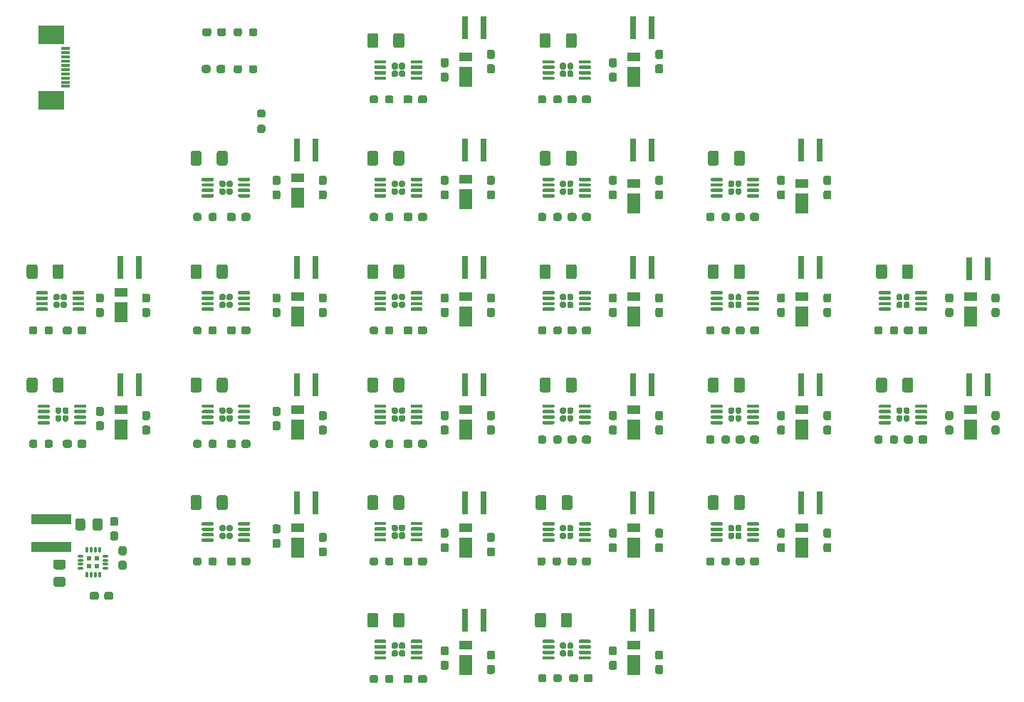
<source format=gbr>
%TF.GenerationSoftware,KiCad,Pcbnew,5.1.10-88a1d61d58~90~ubuntu20.04.1*%
%TF.CreationDate,2022-01-01T09:16:34+01:00*%
%TF.ProjectId,MTSM340UV2-F5120S-current-driver,4d54534d-3334-4305-9556-322d46353132,rev?*%
%TF.SameCoordinates,Original*%
%TF.FileFunction,Paste,Top*%
%TF.FilePolarity,Positive*%
%FSLAX46Y46*%
G04 Gerber Fmt 4.6, Leading zero omitted, Abs format (unit mm)*
G04 Created by KiCad (PCBNEW 5.1.10-88a1d61d58~90~ubuntu20.04.1) date 2022-01-01 09:16:34*
%MOMM*%
%LPD*%
G01*
G04 APERTURE LIST*
%ADD10R,4.700000X1.180000*%
%ADD11O,0.750000X0.300000*%
%ADD12O,0.300000X0.750000*%
%ADD13R,0.540000X0.540000*%
%ADD14R,1.500000X1.050000*%
%ADD15R,1.500000X2.400000*%
%ADD16R,0.800000X2.700000*%
%ADD17R,1.100000X0.300000*%
%ADD18R,3.100000X2.300000*%
G04 APERTURE END LIST*
%TO.C,C1*%
G36*
G01*
X62762500Y-113106000D02*
X63237500Y-113106000D01*
G75*
G02*
X63475000Y-113343500I0J-237500D01*
G01*
X63475000Y-113943500D01*
G75*
G02*
X63237500Y-114181000I-237500J0D01*
G01*
X62762500Y-114181000D01*
G75*
G02*
X62525000Y-113943500I0J237500D01*
G01*
X62525000Y-113343500D01*
G75*
G02*
X62762500Y-113106000I237500J0D01*
G01*
G37*
G36*
G01*
X62762500Y-114831000D02*
X63237500Y-114831000D01*
G75*
G02*
X63475000Y-115068500I0J-237500D01*
G01*
X63475000Y-115668500D01*
G75*
G02*
X63237500Y-115906000I-237500J0D01*
G01*
X62762500Y-115906000D01*
G75*
G02*
X62525000Y-115668500I0J237500D01*
G01*
X62525000Y-115068500D01*
G75*
G02*
X62762500Y-114831000I237500J0D01*
G01*
G37*
%TD*%
%TO.C,C2*%
G36*
G01*
X57262500Y-114825000D02*
X57737500Y-114825000D01*
G75*
G02*
X57975000Y-115062500I0J-237500D01*
G01*
X57975000Y-115662500D01*
G75*
G02*
X57737500Y-115900000I-237500J0D01*
G01*
X57262500Y-115900000D01*
G75*
G02*
X57025000Y-115662500I0J237500D01*
G01*
X57025000Y-115062500D01*
G75*
G02*
X57262500Y-114825000I237500J0D01*
G01*
G37*
G36*
G01*
X57262500Y-113100000D02*
X57737500Y-113100000D01*
G75*
G02*
X57975000Y-113337500I0J-237500D01*
G01*
X57975000Y-113937500D01*
G75*
G02*
X57737500Y-114175000I-237500J0D01*
G01*
X57262500Y-114175000D01*
G75*
G02*
X57025000Y-113937500I0J237500D01*
G01*
X57025000Y-113337500D01*
G75*
G02*
X57262500Y-113100000I237500J0D01*
G01*
G37*
%TD*%
%TO.C,C3*%
G36*
G01*
X54175000Y-117262500D02*
X54175000Y-117737500D01*
G75*
G02*
X53937500Y-117975000I-237500J0D01*
G01*
X53337500Y-117975000D01*
G75*
G02*
X53100000Y-117737500I0J237500D01*
G01*
X53100000Y-117262500D01*
G75*
G02*
X53337500Y-117025000I237500J0D01*
G01*
X53937500Y-117025000D01*
G75*
G02*
X54175000Y-117262500I0J-237500D01*
G01*
G37*
G36*
G01*
X55900000Y-117262500D02*
X55900000Y-117737500D01*
G75*
G02*
X55662500Y-117975000I-237500J0D01*
G01*
X55062500Y-117975000D01*
G75*
G02*
X54825000Y-117737500I0J237500D01*
G01*
X54825000Y-117262500D01*
G75*
G02*
X55062500Y-117025000I237500J0D01*
G01*
X55662500Y-117025000D01*
G75*
G02*
X55900000Y-117262500I0J-237500D01*
G01*
G37*
%TD*%
%TO.C,C4*%
G36*
G01*
X62762500Y-128825000D02*
X63237500Y-128825000D01*
G75*
G02*
X63475000Y-129062500I0J-237500D01*
G01*
X63475000Y-129662500D01*
G75*
G02*
X63237500Y-129900000I-237500J0D01*
G01*
X62762500Y-129900000D01*
G75*
G02*
X62525000Y-129662500I0J237500D01*
G01*
X62525000Y-129062500D01*
G75*
G02*
X62762500Y-128825000I237500J0D01*
G01*
G37*
G36*
G01*
X62762500Y-127100000D02*
X63237500Y-127100000D01*
G75*
G02*
X63475000Y-127337500I0J-237500D01*
G01*
X63475000Y-127937500D01*
G75*
G02*
X63237500Y-128175000I-237500J0D01*
G01*
X62762500Y-128175000D01*
G75*
G02*
X62525000Y-127937500I0J237500D01*
G01*
X62525000Y-127337500D01*
G75*
G02*
X62762500Y-127100000I237500J0D01*
G01*
G37*
%TD*%
%TO.C,C5*%
G36*
G01*
X57262500Y-126600000D02*
X57737500Y-126600000D01*
G75*
G02*
X57975000Y-126837500I0J-237500D01*
G01*
X57975000Y-127437500D01*
G75*
G02*
X57737500Y-127675000I-237500J0D01*
G01*
X57262500Y-127675000D01*
G75*
G02*
X57025000Y-127437500I0J237500D01*
G01*
X57025000Y-126837500D01*
G75*
G02*
X57262500Y-126600000I237500J0D01*
G01*
G37*
G36*
G01*
X57262500Y-128325000D02*
X57737500Y-128325000D01*
G75*
G02*
X57975000Y-128562500I0J-237500D01*
G01*
X57975000Y-129162500D01*
G75*
G02*
X57737500Y-129400000I-237500J0D01*
G01*
X57262500Y-129400000D01*
G75*
G02*
X57025000Y-129162500I0J237500D01*
G01*
X57025000Y-128562500D01*
G75*
G02*
X57262500Y-128325000I237500J0D01*
G01*
G37*
%TD*%
%TO.C,C6*%
G36*
G01*
X54175000Y-130762500D02*
X54175000Y-131237500D01*
G75*
G02*
X53937500Y-131475000I-237500J0D01*
G01*
X53337500Y-131475000D01*
G75*
G02*
X53100000Y-131237500I0J237500D01*
G01*
X53100000Y-130762500D01*
G75*
G02*
X53337500Y-130525000I237500J0D01*
G01*
X53937500Y-130525000D01*
G75*
G02*
X54175000Y-130762500I0J-237500D01*
G01*
G37*
G36*
G01*
X55900000Y-130762500D02*
X55900000Y-131237500D01*
G75*
G02*
X55662500Y-131475000I-237500J0D01*
G01*
X55062500Y-131475000D01*
G75*
G02*
X54825000Y-131237500I0J237500D01*
G01*
X54825000Y-130762500D01*
G75*
G02*
X55062500Y-130525000I237500J0D01*
G01*
X55662500Y-130525000D01*
G75*
G02*
X55900000Y-130762500I0J-237500D01*
G01*
G37*
%TD*%
%TO.C,C7*%
G36*
G01*
X83762500Y-99100000D02*
X84237500Y-99100000D01*
G75*
G02*
X84475000Y-99337500I0J-237500D01*
G01*
X84475000Y-99937500D01*
G75*
G02*
X84237500Y-100175000I-237500J0D01*
G01*
X83762500Y-100175000D01*
G75*
G02*
X83525000Y-99937500I0J237500D01*
G01*
X83525000Y-99337500D01*
G75*
G02*
X83762500Y-99100000I237500J0D01*
G01*
G37*
G36*
G01*
X83762500Y-100825000D02*
X84237500Y-100825000D01*
G75*
G02*
X84475000Y-101062500I0J-237500D01*
G01*
X84475000Y-101662500D01*
G75*
G02*
X84237500Y-101900000I-237500J0D01*
G01*
X83762500Y-101900000D01*
G75*
G02*
X83525000Y-101662500I0J237500D01*
G01*
X83525000Y-101062500D01*
G75*
G02*
X83762500Y-100825000I237500J0D01*
G01*
G37*
%TD*%
%TO.C,C13*%
G36*
G01*
X78262500Y-99100000D02*
X78737500Y-99100000D01*
G75*
G02*
X78975000Y-99337500I0J-237500D01*
G01*
X78975000Y-99937500D01*
G75*
G02*
X78737500Y-100175000I-237500J0D01*
G01*
X78262500Y-100175000D01*
G75*
G02*
X78025000Y-99937500I0J237500D01*
G01*
X78025000Y-99337500D01*
G75*
G02*
X78262500Y-99100000I237500J0D01*
G01*
G37*
G36*
G01*
X78262500Y-100825000D02*
X78737500Y-100825000D01*
G75*
G02*
X78975000Y-101062500I0J-237500D01*
G01*
X78975000Y-101662500D01*
G75*
G02*
X78737500Y-101900000I-237500J0D01*
G01*
X78262500Y-101900000D01*
G75*
G02*
X78025000Y-101662500I0J237500D01*
G01*
X78025000Y-101062500D01*
G75*
G02*
X78262500Y-100825000I237500J0D01*
G01*
G37*
%TD*%
%TO.C,C14*%
G36*
G01*
X73675000Y-103762500D02*
X73675000Y-104237500D01*
G75*
G02*
X73437500Y-104475000I-237500J0D01*
G01*
X72837500Y-104475000D01*
G75*
G02*
X72600000Y-104237500I0J237500D01*
G01*
X72600000Y-103762500D01*
G75*
G02*
X72837500Y-103525000I237500J0D01*
G01*
X73437500Y-103525000D01*
G75*
G02*
X73675000Y-103762500I0J-237500D01*
G01*
G37*
G36*
G01*
X75400000Y-103762500D02*
X75400000Y-104237500D01*
G75*
G02*
X75162500Y-104475000I-237500J0D01*
G01*
X74562500Y-104475000D01*
G75*
G02*
X74325000Y-104237500I0J237500D01*
G01*
X74325000Y-103762500D01*
G75*
G02*
X74562500Y-103525000I237500J0D01*
G01*
X75162500Y-103525000D01*
G75*
G02*
X75400000Y-103762500I0J-237500D01*
G01*
G37*
%TD*%
%TO.C,C15*%
G36*
G01*
X83762500Y-113100000D02*
X84237500Y-113100000D01*
G75*
G02*
X84475000Y-113337500I0J-237500D01*
G01*
X84475000Y-113937500D01*
G75*
G02*
X84237500Y-114175000I-237500J0D01*
G01*
X83762500Y-114175000D01*
G75*
G02*
X83525000Y-113937500I0J237500D01*
G01*
X83525000Y-113337500D01*
G75*
G02*
X83762500Y-113100000I237500J0D01*
G01*
G37*
G36*
G01*
X83762500Y-114825000D02*
X84237500Y-114825000D01*
G75*
G02*
X84475000Y-115062500I0J-237500D01*
G01*
X84475000Y-115662500D01*
G75*
G02*
X84237500Y-115900000I-237500J0D01*
G01*
X83762500Y-115900000D01*
G75*
G02*
X83525000Y-115662500I0J237500D01*
G01*
X83525000Y-115062500D01*
G75*
G02*
X83762500Y-114825000I237500J0D01*
G01*
G37*
%TD*%
%TO.C,C16*%
G36*
G01*
X78262500Y-114825000D02*
X78737500Y-114825000D01*
G75*
G02*
X78975000Y-115062500I0J-237500D01*
G01*
X78975000Y-115662500D01*
G75*
G02*
X78737500Y-115900000I-237500J0D01*
G01*
X78262500Y-115900000D01*
G75*
G02*
X78025000Y-115662500I0J237500D01*
G01*
X78025000Y-115062500D01*
G75*
G02*
X78262500Y-114825000I237500J0D01*
G01*
G37*
G36*
G01*
X78262500Y-113100000D02*
X78737500Y-113100000D01*
G75*
G02*
X78975000Y-113337500I0J-237500D01*
G01*
X78975000Y-113937500D01*
G75*
G02*
X78737500Y-114175000I-237500J0D01*
G01*
X78262500Y-114175000D01*
G75*
G02*
X78025000Y-113937500I0J237500D01*
G01*
X78025000Y-113337500D01*
G75*
G02*
X78262500Y-113100000I237500J0D01*
G01*
G37*
%TD*%
%TO.C,C17*%
G36*
G01*
X75400000Y-117262500D02*
X75400000Y-117737500D01*
G75*
G02*
X75162500Y-117975000I-237500J0D01*
G01*
X74562500Y-117975000D01*
G75*
G02*
X74325000Y-117737500I0J237500D01*
G01*
X74325000Y-117262500D01*
G75*
G02*
X74562500Y-117025000I237500J0D01*
G01*
X75162500Y-117025000D01*
G75*
G02*
X75400000Y-117262500I0J-237500D01*
G01*
G37*
G36*
G01*
X73675000Y-117262500D02*
X73675000Y-117737500D01*
G75*
G02*
X73437500Y-117975000I-237500J0D01*
G01*
X72837500Y-117975000D01*
G75*
G02*
X72600000Y-117737500I0J237500D01*
G01*
X72600000Y-117262500D01*
G75*
G02*
X72837500Y-117025000I237500J0D01*
G01*
X73437500Y-117025000D01*
G75*
G02*
X73675000Y-117262500I0J-237500D01*
G01*
G37*
%TD*%
%TO.C,C18*%
G36*
G01*
X83762500Y-127100000D02*
X84237500Y-127100000D01*
G75*
G02*
X84475000Y-127337500I0J-237500D01*
G01*
X84475000Y-127937500D01*
G75*
G02*
X84237500Y-128175000I-237500J0D01*
G01*
X83762500Y-128175000D01*
G75*
G02*
X83525000Y-127937500I0J237500D01*
G01*
X83525000Y-127337500D01*
G75*
G02*
X83762500Y-127100000I237500J0D01*
G01*
G37*
G36*
G01*
X83762500Y-128825000D02*
X84237500Y-128825000D01*
G75*
G02*
X84475000Y-129062500I0J-237500D01*
G01*
X84475000Y-129662500D01*
G75*
G02*
X84237500Y-129900000I-237500J0D01*
G01*
X83762500Y-129900000D01*
G75*
G02*
X83525000Y-129662500I0J237500D01*
G01*
X83525000Y-129062500D01*
G75*
G02*
X83762500Y-128825000I237500J0D01*
G01*
G37*
%TD*%
%TO.C,C19*%
G36*
G01*
X78262500Y-126600000D02*
X78737500Y-126600000D01*
G75*
G02*
X78975000Y-126837500I0J-237500D01*
G01*
X78975000Y-127437500D01*
G75*
G02*
X78737500Y-127675000I-237500J0D01*
G01*
X78262500Y-127675000D01*
G75*
G02*
X78025000Y-127437500I0J237500D01*
G01*
X78025000Y-126837500D01*
G75*
G02*
X78262500Y-126600000I237500J0D01*
G01*
G37*
G36*
G01*
X78262500Y-128325000D02*
X78737500Y-128325000D01*
G75*
G02*
X78975000Y-128562500I0J-237500D01*
G01*
X78975000Y-129162500D01*
G75*
G02*
X78737500Y-129400000I-237500J0D01*
G01*
X78262500Y-129400000D01*
G75*
G02*
X78025000Y-129162500I0J237500D01*
G01*
X78025000Y-128562500D01*
G75*
G02*
X78262500Y-128325000I237500J0D01*
G01*
G37*
%TD*%
%TO.C,C20*%
G36*
G01*
X73675000Y-130762500D02*
X73675000Y-131237500D01*
G75*
G02*
X73437500Y-131475000I-237500J0D01*
G01*
X72837500Y-131475000D01*
G75*
G02*
X72600000Y-131237500I0J237500D01*
G01*
X72600000Y-130762500D01*
G75*
G02*
X72837500Y-130525000I237500J0D01*
G01*
X73437500Y-130525000D01*
G75*
G02*
X73675000Y-130762500I0J-237500D01*
G01*
G37*
G36*
G01*
X75400000Y-130762500D02*
X75400000Y-131237500D01*
G75*
G02*
X75162500Y-131475000I-237500J0D01*
G01*
X74562500Y-131475000D01*
G75*
G02*
X74325000Y-131237500I0J237500D01*
G01*
X74325000Y-130762500D01*
G75*
G02*
X74562500Y-130525000I237500J0D01*
G01*
X75162500Y-130525000D01*
G75*
G02*
X75400000Y-130762500I0J-237500D01*
G01*
G37*
%TD*%
%TO.C,C21*%
G36*
G01*
X83762500Y-143325000D02*
X84237500Y-143325000D01*
G75*
G02*
X84475000Y-143562500I0J-237500D01*
G01*
X84475000Y-144162500D01*
G75*
G02*
X84237500Y-144400000I-237500J0D01*
G01*
X83762500Y-144400000D01*
G75*
G02*
X83525000Y-144162500I0J237500D01*
G01*
X83525000Y-143562500D01*
G75*
G02*
X83762500Y-143325000I237500J0D01*
G01*
G37*
G36*
G01*
X83762500Y-141600000D02*
X84237500Y-141600000D01*
G75*
G02*
X84475000Y-141837500I0J-237500D01*
G01*
X84475000Y-142437500D01*
G75*
G02*
X84237500Y-142675000I-237500J0D01*
G01*
X83762500Y-142675000D01*
G75*
G02*
X83525000Y-142437500I0J237500D01*
G01*
X83525000Y-141837500D01*
G75*
G02*
X83762500Y-141600000I237500J0D01*
G01*
G37*
%TD*%
%TO.C,C22*%
G36*
G01*
X78262500Y-142325000D02*
X78737500Y-142325000D01*
G75*
G02*
X78975000Y-142562500I0J-237500D01*
G01*
X78975000Y-143162500D01*
G75*
G02*
X78737500Y-143400000I-237500J0D01*
G01*
X78262500Y-143400000D01*
G75*
G02*
X78025000Y-143162500I0J237500D01*
G01*
X78025000Y-142562500D01*
G75*
G02*
X78262500Y-142325000I237500J0D01*
G01*
G37*
G36*
G01*
X78262500Y-140600000D02*
X78737500Y-140600000D01*
G75*
G02*
X78975000Y-140837500I0J-237500D01*
G01*
X78975000Y-141437500D01*
G75*
G02*
X78737500Y-141675000I-237500J0D01*
G01*
X78262500Y-141675000D01*
G75*
G02*
X78025000Y-141437500I0J237500D01*
G01*
X78025000Y-140837500D01*
G75*
G02*
X78262500Y-140600000I237500J0D01*
G01*
G37*
%TD*%
%TO.C,C23*%
G36*
G01*
X73675000Y-144762500D02*
X73675000Y-145237500D01*
G75*
G02*
X73437500Y-145475000I-237500J0D01*
G01*
X72837500Y-145475000D01*
G75*
G02*
X72600000Y-145237500I0J237500D01*
G01*
X72600000Y-144762500D01*
G75*
G02*
X72837500Y-144525000I237500J0D01*
G01*
X73437500Y-144525000D01*
G75*
G02*
X73675000Y-144762500I0J-237500D01*
G01*
G37*
G36*
G01*
X75400000Y-144762500D02*
X75400000Y-145237500D01*
G75*
G02*
X75162500Y-145475000I-237500J0D01*
G01*
X74562500Y-145475000D01*
G75*
G02*
X74325000Y-145237500I0J237500D01*
G01*
X74325000Y-144762500D01*
G75*
G02*
X74562500Y-144525000I237500J0D01*
G01*
X75162500Y-144525000D01*
G75*
G02*
X75400000Y-144762500I0J-237500D01*
G01*
G37*
%TD*%
%TO.C,C24*%
G36*
G01*
X103762500Y-85825000D02*
X104237500Y-85825000D01*
G75*
G02*
X104475000Y-86062500I0J-237500D01*
G01*
X104475000Y-86662500D01*
G75*
G02*
X104237500Y-86900000I-237500J0D01*
G01*
X103762500Y-86900000D01*
G75*
G02*
X103525000Y-86662500I0J237500D01*
G01*
X103525000Y-86062500D01*
G75*
G02*
X103762500Y-85825000I237500J0D01*
G01*
G37*
G36*
G01*
X103762500Y-84100000D02*
X104237500Y-84100000D01*
G75*
G02*
X104475000Y-84337500I0J-237500D01*
G01*
X104475000Y-84937500D01*
G75*
G02*
X104237500Y-85175000I-237500J0D01*
G01*
X103762500Y-85175000D01*
G75*
G02*
X103525000Y-84937500I0J237500D01*
G01*
X103525000Y-84337500D01*
G75*
G02*
X103762500Y-84100000I237500J0D01*
G01*
G37*
%TD*%
%TO.C,C25*%
G36*
G01*
X98262500Y-85100000D02*
X98737500Y-85100000D01*
G75*
G02*
X98975000Y-85337500I0J-237500D01*
G01*
X98975000Y-85937500D01*
G75*
G02*
X98737500Y-86175000I-237500J0D01*
G01*
X98262500Y-86175000D01*
G75*
G02*
X98025000Y-85937500I0J237500D01*
G01*
X98025000Y-85337500D01*
G75*
G02*
X98262500Y-85100000I237500J0D01*
G01*
G37*
G36*
G01*
X98262500Y-86825000D02*
X98737500Y-86825000D01*
G75*
G02*
X98975000Y-87062500I0J-237500D01*
G01*
X98975000Y-87662500D01*
G75*
G02*
X98737500Y-87900000I-237500J0D01*
G01*
X98262500Y-87900000D01*
G75*
G02*
X98025000Y-87662500I0J237500D01*
G01*
X98025000Y-87062500D01*
G75*
G02*
X98262500Y-86825000I237500J0D01*
G01*
G37*
%TD*%
%TO.C,C26*%
G36*
G01*
X94675000Y-89762500D02*
X94675000Y-90237500D01*
G75*
G02*
X94437500Y-90475000I-237500J0D01*
G01*
X93837500Y-90475000D01*
G75*
G02*
X93600000Y-90237500I0J237500D01*
G01*
X93600000Y-89762500D01*
G75*
G02*
X93837500Y-89525000I237500J0D01*
G01*
X94437500Y-89525000D01*
G75*
G02*
X94675000Y-89762500I0J-237500D01*
G01*
G37*
G36*
G01*
X96400000Y-89762500D02*
X96400000Y-90237500D01*
G75*
G02*
X96162500Y-90475000I-237500J0D01*
G01*
X95562500Y-90475000D01*
G75*
G02*
X95325000Y-90237500I0J237500D01*
G01*
X95325000Y-89762500D01*
G75*
G02*
X95562500Y-89525000I237500J0D01*
G01*
X96162500Y-89525000D01*
G75*
G02*
X96400000Y-89762500I0J-237500D01*
G01*
G37*
%TD*%
%TO.C,C27*%
G36*
G01*
X103762500Y-100825000D02*
X104237500Y-100825000D01*
G75*
G02*
X104475000Y-101062500I0J-237500D01*
G01*
X104475000Y-101662500D01*
G75*
G02*
X104237500Y-101900000I-237500J0D01*
G01*
X103762500Y-101900000D01*
G75*
G02*
X103525000Y-101662500I0J237500D01*
G01*
X103525000Y-101062500D01*
G75*
G02*
X103762500Y-100825000I237500J0D01*
G01*
G37*
G36*
G01*
X103762500Y-99100000D02*
X104237500Y-99100000D01*
G75*
G02*
X104475000Y-99337500I0J-237500D01*
G01*
X104475000Y-99937500D01*
G75*
G02*
X104237500Y-100175000I-237500J0D01*
G01*
X103762500Y-100175000D01*
G75*
G02*
X103525000Y-99937500I0J237500D01*
G01*
X103525000Y-99337500D01*
G75*
G02*
X103762500Y-99100000I237500J0D01*
G01*
G37*
%TD*%
%TO.C,C28*%
G36*
G01*
X98262500Y-100825000D02*
X98737500Y-100825000D01*
G75*
G02*
X98975000Y-101062500I0J-237500D01*
G01*
X98975000Y-101662500D01*
G75*
G02*
X98737500Y-101900000I-237500J0D01*
G01*
X98262500Y-101900000D01*
G75*
G02*
X98025000Y-101662500I0J237500D01*
G01*
X98025000Y-101062500D01*
G75*
G02*
X98262500Y-100825000I237500J0D01*
G01*
G37*
G36*
G01*
X98262500Y-99100000D02*
X98737500Y-99100000D01*
G75*
G02*
X98975000Y-99337500I0J-237500D01*
G01*
X98975000Y-99937500D01*
G75*
G02*
X98737500Y-100175000I-237500J0D01*
G01*
X98262500Y-100175000D01*
G75*
G02*
X98025000Y-99937500I0J237500D01*
G01*
X98025000Y-99337500D01*
G75*
G02*
X98262500Y-99100000I237500J0D01*
G01*
G37*
%TD*%
%TO.C,C29*%
G36*
G01*
X96400000Y-103762500D02*
X96400000Y-104237500D01*
G75*
G02*
X96162500Y-104475000I-237500J0D01*
G01*
X95562500Y-104475000D01*
G75*
G02*
X95325000Y-104237500I0J237500D01*
G01*
X95325000Y-103762500D01*
G75*
G02*
X95562500Y-103525000I237500J0D01*
G01*
X96162500Y-103525000D01*
G75*
G02*
X96400000Y-103762500I0J-237500D01*
G01*
G37*
G36*
G01*
X94675000Y-103762500D02*
X94675000Y-104237500D01*
G75*
G02*
X94437500Y-104475000I-237500J0D01*
G01*
X93837500Y-104475000D01*
G75*
G02*
X93600000Y-104237500I0J237500D01*
G01*
X93600000Y-103762500D01*
G75*
G02*
X93837500Y-103525000I237500J0D01*
G01*
X94437500Y-103525000D01*
G75*
G02*
X94675000Y-103762500I0J-237500D01*
G01*
G37*
%TD*%
%TO.C,C30*%
G36*
G01*
X103762500Y-114825000D02*
X104237500Y-114825000D01*
G75*
G02*
X104475000Y-115062500I0J-237500D01*
G01*
X104475000Y-115662500D01*
G75*
G02*
X104237500Y-115900000I-237500J0D01*
G01*
X103762500Y-115900000D01*
G75*
G02*
X103525000Y-115662500I0J237500D01*
G01*
X103525000Y-115062500D01*
G75*
G02*
X103762500Y-114825000I237500J0D01*
G01*
G37*
G36*
G01*
X103762500Y-113100000D02*
X104237500Y-113100000D01*
G75*
G02*
X104475000Y-113337500I0J-237500D01*
G01*
X104475000Y-113937500D01*
G75*
G02*
X104237500Y-114175000I-237500J0D01*
G01*
X103762500Y-114175000D01*
G75*
G02*
X103525000Y-113937500I0J237500D01*
G01*
X103525000Y-113337500D01*
G75*
G02*
X103762500Y-113100000I237500J0D01*
G01*
G37*
%TD*%
%TO.C,C31*%
G36*
G01*
X98262500Y-113100000D02*
X98737500Y-113100000D01*
G75*
G02*
X98975000Y-113337500I0J-237500D01*
G01*
X98975000Y-113937500D01*
G75*
G02*
X98737500Y-114175000I-237500J0D01*
G01*
X98262500Y-114175000D01*
G75*
G02*
X98025000Y-113937500I0J237500D01*
G01*
X98025000Y-113337500D01*
G75*
G02*
X98262500Y-113100000I237500J0D01*
G01*
G37*
G36*
G01*
X98262500Y-114825000D02*
X98737500Y-114825000D01*
G75*
G02*
X98975000Y-115062500I0J-237500D01*
G01*
X98975000Y-115662500D01*
G75*
G02*
X98737500Y-115900000I-237500J0D01*
G01*
X98262500Y-115900000D01*
G75*
G02*
X98025000Y-115662500I0J237500D01*
G01*
X98025000Y-115062500D01*
G75*
G02*
X98262500Y-114825000I237500J0D01*
G01*
G37*
%TD*%
%TO.C,C32*%
G36*
G01*
X96400000Y-117262500D02*
X96400000Y-117737500D01*
G75*
G02*
X96162500Y-117975000I-237500J0D01*
G01*
X95562500Y-117975000D01*
G75*
G02*
X95325000Y-117737500I0J237500D01*
G01*
X95325000Y-117262500D01*
G75*
G02*
X95562500Y-117025000I237500J0D01*
G01*
X96162500Y-117025000D01*
G75*
G02*
X96400000Y-117262500I0J-237500D01*
G01*
G37*
G36*
G01*
X94675000Y-117262500D02*
X94675000Y-117737500D01*
G75*
G02*
X94437500Y-117975000I-237500J0D01*
G01*
X93837500Y-117975000D01*
G75*
G02*
X93600000Y-117737500I0J237500D01*
G01*
X93600000Y-117262500D01*
G75*
G02*
X93837500Y-117025000I237500J0D01*
G01*
X94437500Y-117025000D01*
G75*
G02*
X94675000Y-117262500I0J-237500D01*
G01*
G37*
%TD*%
%TO.C,C33*%
G36*
G01*
X103762500Y-128825000D02*
X104237500Y-128825000D01*
G75*
G02*
X104475000Y-129062500I0J-237500D01*
G01*
X104475000Y-129662500D01*
G75*
G02*
X104237500Y-129900000I-237500J0D01*
G01*
X103762500Y-129900000D01*
G75*
G02*
X103525000Y-129662500I0J237500D01*
G01*
X103525000Y-129062500D01*
G75*
G02*
X103762500Y-128825000I237500J0D01*
G01*
G37*
G36*
G01*
X103762500Y-127100000D02*
X104237500Y-127100000D01*
G75*
G02*
X104475000Y-127337500I0J-237500D01*
G01*
X104475000Y-127937500D01*
G75*
G02*
X104237500Y-128175000I-237500J0D01*
G01*
X103762500Y-128175000D01*
G75*
G02*
X103525000Y-127937500I0J237500D01*
G01*
X103525000Y-127337500D01*
G75*
G02*
X103762500Y-127100000I237500J0D01*
G01*
G37*
%TD*%
%TO.C,C34*%
G36*
G01*
X98262500Y-128825000D02*
X98737500Y-128825000D01*
G75*
G02*
X98975000Y-129062500I0J-237500D01*
G01*
X98975000Y-129662500D01*
G75*
G02*
X98737500Y-129900000I-237500J0D01*
G01*
X98262500Y-129900000D01*
G75*
G02*
X98025000Y-129662500I0J237500D01*
G01*
X98025000Y-129062500D01*
G75*
G02*
X98262500Y-128825000I237500J0D01*
G01*
G37*
G36*
G01*
X98262500Y-127100000D02*
X98737500Y-127100000D01*
G75*
G02*
X98975000Y-127337500I0J-237500D01*
G01*
X98975000Y-127937500D01*
G75*
G02*
X98737500Y-128175000I-237500J0D01*
G01*
X98262500Y-128175000D01*
G75*
G02*
X98025000Y-127937500I0J237500D01*
G01*
X98025000Y-127337500D01*
G75*
G02*
X98262500Y-127100000I237500J0D01*
G01*
G37*
%TD*%
%TO.C,C35*%
G36*
G01*
X94675000Y-130762500D02*
X94675000Y-131237500D01*
G75*
G02*
X94437500Y-131475000I-237500J0D01*
G01*
X93837500Y-131475000D01*
G75*
G02*
X93600000Y-131237500I0J237500D01*
G01*
X93600000Y-130762500D01*
G75*
G02*
X93837500Y-130525000I237500J0D01*
G01*
X94437500Y-130525000D01*
G75*
G02*
X94675000Y-130762500I0J-237500D01*
G01*
G37*
G36*
G01*
X96400000Y-130762500D02*
X96400000Y-131237500D01*
G75*
G02*
X96162500Y-131475000I-237500J0D01*
G01*
X95562500Y-131475000D01*
G75*
G02*
X95325000Y-131237500I0J237500D01*
G01*
X95325000Y-130762500D01*
G75*
G02*
X95562500Y-130525000I237500J0D01*
G01*
X96162500Y-130525000D01*
G75*
G02*
X96400000Y-130762500I0J-237500D01*
G01*
G37*
%TD*%
%TO.C,C36*%
G36*
G01*
X103762500Y-141600000D02*
X104237500Y-141600000D01*
G75*
G02*
X104475000Y-141837500I0J-237500D01*
G01*
X104475000Y-142437500D01*
G75*
G02*
X104237500Y-142675000I-237500J0D01*
G01*
X103762500Y-142675000D01*
G75*
G02*
X103525000Y-142437500I0J237500D01*
G01*
X103525000Y-141837500D01*
G75*
G02*
X103762500Y-141600000I237500J0D01*
G01*
G37*
G36*
G01*
X103762500Y-143325000D02*
X104237500Y-143325000D01*
G75*
G02*
X104475000Y-143562500I0J-237500D01*
G01*
X104475000Y-144162500D01*
G75*
G02*
X104237500Y-144400000I-237500J0D01*
G01*
X103762500Y-144400000D01*
G75*
G02*
X103525000Y-144162500I0J237500D01*
G01*
X103525000Y-143562500D01*
G75*
G02*
X103762500Y-143325000I237500J0D01*
G01*
G37*
%TD*%
%TO.C,C37*%
G36*
G01*
X98262500Y-141100000D02*
X98737500Y-141100000D01*
G75*
G02*
X98975000Y-141337500I0J-237500D01*
G01*
X98975000Y-141937500D01*
G75*
G02*
X98737500Y-142175000I-237500J0D01*
G01*
X98262500Y-142175000D01*
G75*
G02*
X98025000Y-141937500I0J237500D01*
G01*
X98025000Y-141337500D01*
G75*
G02*
X98262500Y-141100000I237500J0D01*
G01*
G37*
G36*
G01*
X98262500Y-142825000D02*
X98737500Y-142825000D01*
G75*
G02*
X98975000Y-143062500I0J-237500D01*
G01*
X98975000Y-143662500D01*
G75*
G02*
X98737500Y-143900000I-237500J0D01*
G01*
X98262500Y-143900000D01*
G75*
G02*
X98025000Y-143662500I0J237500D01*
G01*
X98025000Y-143062500D01*
G75*
G02*
X98262500Y-142825000I237500J0D01*
G01*
G37*
%TD*%
%TO.C,C38*%
G36*
G01*
X94675000Y-144762500D02*
X94675000Y-145237500D01*
G75*
G02*
X94437500Y-145475000I-237500J0D01*
G01*
X93837500Y-145475000D01*
G75*
G02*
X93600000Y-145237500I0J237500D01*
G01*
X93600000Y-144762500D01*
G75*
G02*
X93837500Y-144525000I237500J0D01*
G01*
X94437500Y-144525000D01*
G75*
G02*
X94675000Y-144762500I0J-237500D01*
G01*
G37*
G36*
G01*
X96400000Y-144762500D02*
X96400000Y-145237500D01*
G75*
G02*
X96162500Y-145475000I-237500J0D01*
G01*
X95562500Y-145475000D01*
G75*
G02*
X95325000Y-145237500I0J237500D01*
G01*
X95325000Y-144762500D01*
G75*
G02*
X95562500Y-144525000I237500J0D01*
G01*
X96162500Y-144525000D01*
G75*
G02*
X96400000Y-144762500I0J-237500D01*
G01*
G37*
%TD*%
%TO.C,C39*%
G36*
G01*
X103762500Y-157325000D02*
X104237500Y-157325000D01*
G75*
G02*
X104475000Y-157562500I0J-237500D01*
G01*
X104475000Y-158162500D01*
G75*
G02*
X104237500Y-158400000I-237500J0D01*
G01*
X103762500Y-158400000D01*
G75*
G02*
X103525000Y-158162500I0J237500D01*
G01*
X103525000Y-157562500D01*
G75*
G02*
X103762500Y-157325000I237500J0D01*
G01*
G37*
G36*
G01*
X103762500Y-155600000D02*
X104237500Y-155600000D01*
G75*
G02*
X104475000Y-155837500I0J-237500D01*
G01*
X104475000Y-156437500D01*
G75*
G02*
X104237500Y-156675000I-237500J0D01*
G01*
X103762500Y-156675000D01*
G75*
G02*
X103525000Y-156437500I0J237500D01*
G01*
X103525000Y-155837500D01*
G75*
G02*
X103762500Y-155600000I237500J0D01*
G01*
G37*
%TD*%
%TO.C,C40*%
G36*
G01*
X98262500Y-156825000D02*
X98737500Y-156825000D01*
G75*
G02*
X98975000Y-157062500I0J-237500D01*
G01*
X98975000Y-157662500D01*
G75*
G02*
X98737500Y-157900000I-237500J0D01*
G01*
X98262500Y-157900000D01*
G75*
G02*
X98025000Y-157662500I0J237500D01*
G01*
X98025000Y-157062500D01*
G75*
G02*
X98262500Y-156825000I237500J0D01*
G01*
G37*
G36*
G01*
X98262500Y-155100000D02*
X98737500Y-155100000D01*
G75*
G02*
X98975000Y-155337500I0J-237500D01*
G01*
X98975000Y-155937500D01*
G75*
G02*
X98737500Y-156175000I-237500J0D01*
G01*
X98262500Y-156175000D01*
G75*
G02*
X98025000Y-155937500I0J237500D01*
G01*
X98025000Y-155337500D01*
G75*
G02*
X98262500Y-155100000I237500J0D01*
G01*
G37*
%TD*%
%TO.C,C41*%
G36*
G01*
X96400000Y-158762500D02*
X96400000Y-159237500D01*
G75*
G02*
X96162500Y-159475000I-237500J0D01*
G01*
X95562500Y-159475000D01*
G75*
G02*
X95325000Y-159237500I0J237500D01*
G01*
X95325000Y-158762500D01*
G75*
G02*
X95562500Y-158525000I237500J0D01*
G01*
X96162500Y-158525000D01*
G75*
G02*
X96400000Y-158762500I0J-237500D01*
G01*
G37*
G36*
G01*
X94675000Y-158762500D02*
X94675000Y-159237500D01*
G75*
G02*
X94437500Y-159475000I-237500J0D01*
G01*
X93837500Y-159475000D01*
G75*
G02*
X93600000Y-159237500I0J237500D01*
G01*
X93600000Y-158762500D01*
G75*
G02*
X93837500Y-158525000I237500J0D01*
G01*
X94437500Y-158525000D01*
G75*
G02*
X94675000Y-158762500I0J-237500D01*
G01*
G37*
%TD*%
%TO.C,C42*%
G36*
G01*
X123762500Y-84100000D02*
X124237500Y-84100000D01*
G75*
G02*
X124475000Y-84337500I0J-237500D01*
G01*
X124475000Y-84937500D01*
G75*
G02*
X124237500Y-85175000I-237500J0D01*
G01*
X123762500Y-85175000D01*
G75*
G02*
X123525000Y-84937500I0J237500D01*
G01*
X123525000Y-84337500D01*
G75*
G02*
X123762500Y-84100000I237500J0D01*
G01*
G37*
G36*
G01*
X123762500Y-85825000D02*
X124237500Y-85825000D01*
G75*
G02*
X124475000Y-86062500I0J-237500D01*
G01*
X124475000Y-86662500D01*
G75*
G02*
X124237500Y-86900000I-237500J0D01*
G01*
X123762500Y-86900000D01*
G75*
G02*
X123525000Y-86662500I0J237500D01*
G01*
X123525000Y-86062500D01*
G75*
G02*
X123762500Y-85825000I237500J0D01*
G01*
G37*
%TD*%
%TO.C,C43*%
G36*
G01*
X118262500Y-85100000D02*
X118737500Y-85100000D01*
G75*
G02*
X118975000Y-85337500I0J-237500D01*
G01*
X118975000Y-85937500D01*
G75*
G02*
X118737500Y-86175000I-237500J0D01*
G01*
X118262500Y-86175000D01*
G75*
G02*
X118025000Y-85937500I0J237500D01*
G01*
X118025000Y-85337500D01*
G75*
G02*
X118262500Y-85100000I237500J0D01*
G01*
G37*
G36*
G01*
X118262500Y-86825000D02*
X118737500Y-86825000D01*
G75*
G02*
X118975000Y-87062500I0J-237500D01*
G01*
X118975000Y-87662500D01*
G75*
G02*
X118737500Y-87900000I-237500J0D01*
G01*
X118262500Y-87900000D01*
G75*
G02*
X118025000Y-87662500I0J237500D01*
G01*
X118025000Y-87062500D01*
G75*
G02*
X118262500Y-86825000I237500J0D01*
G01*
G37*
%TD*%
%TO.C,C44*%
G36*
G01*
X115900000Y-89762500D02*
X115900000Y-90237500D01*
G75*
G02*
X115662500Y-90475000I-237500J0D01*
G01*
X115062500Y-90475000D01*
G75*
G02*
X114825000Y-90237500I0J237500D01*
G01*
X114825000Y-89762500D01*
G75*
G02*
X115062500Y-89525000I237500J0D01*
G01*
X115662500Y-89525000D01*
G75*
G02*
X115900000Y-89762500I0J-237500D01*
G01*
G37*
G36*
G01*
X114175000Y-89762500D02*
X114175000Y-90237500D01*
G75*
G02*
X113937500Y-90475000I-237500J0D01*
G01*
X113337500Y-90475000D01*
G75*
G02*
X113100000Y-90237500I0J237500D01*
G01*
X113100000Y-89762500D01*
G75*
G02*
X113337500Y-89525000I237500J0D01*
G01*
X113937500Y-89525000D01*
G75*
G02*
X114175000Y-89762500I0J-237500D01*
G01*
G37*
%TD*%
%TO.C,C45*%
G36*
G01*
X123762500Y-99100000D02*
X124237500Y-99100000D01*
G75*
G02*
X124475000Y-99337500I0J-237500D01*
G01*
X124475000Y-99937500D01*
G75*
G02*
X124237500Y-100175000I-237500J0D01*
G01*
X123762500Y-100175000D01*
G75*
G02*
X123525000Y-99937500I0J237500D01*
G01*
X123525000Y-99337500D01*
G75*
G02*
X123762500Y-99100000I237500J0D01*
G01*
G37*
G36*
G01*
X123762500Y-100825000D02*
X124237500Y-100825000D01*
G75*
G02*
X124475000Y-101062500I0J-237500D01*
G01*
X124475000Y-101662500D01*
G75*
G02*
X124237500Y-101900000I-237500J0D01*
G01*
X123762500Y-101900000D01*
G75*
G02*
X123525000Y-101662500I0J237500D01*
G01*
X123525000Y-101062500D01*
G75*
G02*
X123762500Y-100825000I237500J0D01*
G01*
G37*
%TD*%
%TO.C,C46*%
G36*
G01*
X118262500Y-99100000D02*
X118737500Y-99100000D01*
G75*
G02*
X118975000Y-99337500I0J-237500D01*
G01*
X118975000Y-99937500D01*
G75*
G02*
X118737500Y-100175000I-237500J0D01*
G01*
X118262500Y-100175000D01*
G75*
G02*
X118025000Y-99937500I0J237500D01*
G01*
X118025000Y-99337500D01*
G75*
G02*
X118262500Y-99100000I237500J0D01*
G01*
G37*
G36*
G01*
X118262500Y-100825000D02*
X118737500Y-100825000D01*
G75*
G02*
X118975000Y-101062500I0J-237500D01*
G01*
X118975000Y-101662500D01*
G75*
G02*
X118737500Y-101900000I-237500J0D01*
G01*
X118262500Y-101900000D01*
G75*
G02*
X118025000Y-101662500I0J237500D01*
G01*
X118025000Y-101062500D01*
G75*
G02*
X118262500Y-100825000I237500J0D01*
G01*
G37*
%TD*%
%TO.C,C47*%
G36*
G01*
X115900000Y-103762500D02*
X115900000Y-104237500D01*
G75*
G02*
X115662500Y-104475000I-237500J0D01*
G01*
X115062500Y-104475000D01*
G75*
G02*
X114825000Y-104237500I0J237500D01*
G01*
X114825000Y-103762500D01*
G75*
G02*
X115062500Y-103525000I237500J0D01*
G01*
X115662500Y-103525000D01*
G75*
G02*
X115900000Y-103762500I0J-237500D01*
G01*
G37*
G36*
G01*
X114175000Y-103762500D02*
X114175000Y-104237500D01*
G75*
G02*
X113937500Y-104475000I-237500J0D01*
G01*
X113337500Y-104475000D01*
G75*
G02*
X113100000Y-104237500I0J237500D01*
G01*
X113100000Y-103762500D01*
G75*
G02*
X113337500Y-103525000I237500J0D01*
G01*
X113937500Y-103525000D01*
G75*
G02*
X114175000Y-103762500I0J-237500D01*
G01*
G37*
%TD*%
%TO.C,C48*%
G36*
G01*
X123762500Y-114825000D02*
X124237500Y-114825000D01*
G75*
G02*
X124475000Y-115062500I0J-237500D01*
G01*
X124475000Y-115662500D01*
G75*
G02*
X124237500Y-115900000I-237500J0D01*
G01*
X123762500Y-115900000D01*
G75*
G02*
X123525000Y-115662500I0J237500D01*
G01*
X123525000Y-115062500D01*
G75*
G02*
X123762500Y-114825000I237500J0D01*
G01*
G37*
G36*
G01*
X123762500Y-113100000D02*
X124237500Y-113100000D01*
G75*
G02*
X124475000Y-113337500I0J-237500D01*
G01*
X124475000Y-113937500D01*
G75*
G02*
X124237500Y-114175000I-237500J0D01*
G01*
X123762500Y-114175000D01*
G75*
G02*
X123525000Y-113937500I0J237500D01*
G01*
X123525000Y-113337500D01*
G75*
G02*
X123762500Y-113100000I237500J0D01*
G01*
G37*
%TD*%
%TO.C,C49*%
G36*
G01*
X118262500Y-113100000D02*
X118737500Y-113100000D01*
G75*
G02*
X118975000Y-113337500I0J-237500D01*
G01*
X118975000Y-113937500D01*
G75*
G02*
X118737500Y-114175000I-237500J0D01*
G01*
X118262500Y-114175000D01*
G75*
G02*
X118025000Y-113937500I0J237500D01*
G01*
X118025000Y-113337500D01*
G75*
G02*
X118262500Y-113100000I237500J0D01*
G01*
G37*
G36*
G01*
X118262500Y-114825000D02*
X118737500Y-114825000D01*
G75*
G02*
X118975000Y-115062500I0J-237500D01*
G01*
X118975000Y-115662500D01*
G75*
G02*
X118737500Y-115900000I-237500J0D01*
G01*
X118262500Y-115900000D01*
G75*
G02*
X118025000Y-115662500I0J237500D01*
G01*
X118025000Y-115062500D01*
G75*
G02*
X118262500Y-114825000I237500J0D01*
G01*
G37*
%TD*%
%TO.C,C50*%
G36*
G01*
X114175000Y-117262500D02*
X114175000Y-117737500D01*
G75*
G02*
X113937500Y-117975000I-237500J0D01*
G01*
X113337500Y-117975000D01*
G75*
G02*
X113100000Y-117737500I0J237500D01*
G01*
X113100000Y-117262500D01*
G75*
G02*
X113337500Y-117025000I237500J0D01*
G01*
X113937500Y-117025000D01*
G75*
G02*
X114175000Y-117262500I0J-237500D01*
G01*
G37*
G36*
G01*
X115900000Y-117262500D02*
X115900000Y-117737500D01*
G75*
G02*
X115662500Y-117975000I-237500J0D01*
G01*
X115062500Y-117975000D01*
G75*
G02*
X114825000Y-117737500I0J237500D01*
G01*
X114825000Y-117262500D01*
G75*
G02*
X115062500Y-117025000I237500J0D01*
G01*
X115662500Y-117025000D01*
G75*
G02*
X115900000Y-117262500I0J-237500D01*
G01*
G37*
%TD*%
%TO.C,C51*%
G36*
G01*
X123762500Y-128825000D02*
X124237500Y-128825000D01*
G75*
G02*
X124475000Y-129062500I0J-237500D01*
G01*
X124475000Y-129662500D01*
G75*
G02*
X124237500Y-129900000I-237500J0D01*
G01*
X123762500Y-129900000D01*
G75*
G02*
X123525000Y-129662500I0J237500D01*
G01*
X123525000Y-129062500D01*
G75*
G02*
X123762500Y-128825000I237500J0D01*
G01*
G37*
G36*
G01*
X123762500Y-127100000D02*
X124237500Y-127100000D01*
G75*
G02*
X124475000Y-127337500I0J-237500D01*
G01*
X124475000Y-127937500D01*
G75*
G02*
X124237500Y-128175000I-237500J0D01*
G01*
X123762500Y-128175000D01*
G75*
G02*
X123525000Y-127937500I0J237500D01*
G01*
X123525000Y-127337500D01*
G75*
G02*
X123762500Y-127100000I237500J0D01*
G01*
G37*
%TD*%
%TO.C,C52*%
G36*
G01*
X118262500Y-127100000D02*
X118737500Y-127100000D01*
G75*
G02*
X118975000Y-127337500I0J-237500D01*
G01*
X118975000Y-127937500D01*
G75*
G02*
X118737500Y-128175000I-237500J0D01*
G01*
X118262500Y-128175000D01*
G75*
G02*
X118025000Y-127937500I0J237500D01*
G01*
X118025000Y-127337500D01*
G75*
G02*
X118262500Y-127100000I237500J0D01*
G01*
G37*
G36*
G01*
X118262500Y-128825000D02*
X118737500Y-128825000D01*
G75*
G02*
X118975000Y-129062500I0J-237500D01*
G01*
X118975000Y-129662500D01*
G75*
G02*
X118737500Y-129900000I-237500J0D01*
G01*
X118262500Y-129900000D01*
G75*
G02*
X118025000Y-129662500I0J237500D01*
G01*
X118025000Y-129062500D01*
G75*
G02*
X118262500Y-128825000I237500J0D01*
G01*
G37*
%TD*%
%TO.C,C53*%
G36*
G01*
X114175000Y-130262500D02*
X114175000Y-130737500D01*
G75*
G02*
X113937500Y-130975000I-237500J0D01*
G01*
X113337500Y-130975000D01*
G75*
G02*
X113100000Y-130737500I0J237500D01*
G01*
X113100000Y-130262500D01*
G75*
G02*
X113337500Y-130025000I237500J0D01*
G01*
X113937500Y-130025000D01*
G75*
G02*
X114175000Y-130262500I0J-237500D01*
G01*
G37*
G36*
G01*
X115900000Y-130262500D02*
X115900000Y-130737500D01*
G75*
G02*
X115662500Y-130975000I-237500J0D01*
G01*
X115062500Y-130975000D01*
G75*
G02*
X114825000Y-130737500I0J237500D01*
G01*
X114825000Y-130262500D01*
G75*
G02*
X115062500Y-130025000I237500J0D01*
G01*
X115662500Y-130025000D01*
G75*
G02*
X115900000Y-130262500I0J-237500D01*
G01*
G37*
%TD*%
%TO.C,C54*%
G36*
G01*
X123762500Y-141100000D02*
X124237500Y-141100000D01*
G75*
G02*
X124475000Y-141337500I0J-237500D01*
G01*
X124475000Y-141937500D01*
G75*
G02*
X124237500Y-142175000I-237500J0D01*
G01*
X123762500Y-142175000D01*
G75*
G02*
X123525000Y-141937500I0J237500D01*
G01*
X123525000Y-141337500D01*
G75*
G02*
X123762500Y-141100000I237500J0D01*
G01*
G37*
G36*
G01*
X123762500Y-142825000D02*
X124237500Y-142825000D01*
G75*
G02*
X124475000Y-143062500I0J-237500D01*
G01*
X124475000Y-143662500D01*
G75*
G02*
X124237500Y-143900000I-237500J0D01*
G01*
X123762500Y-143900000D01*
G75*
G02*
X123525000Y-143662500I0J237500D01*
G01*
X123525000Y-143062500D01*
G75*
G02*
X123762500Y-142825000I237500J0D01*
G01*
G37*
%TD*%
%TO.C,C55*%
G36*
G01*
X118262500Y-142825000D02*
X118737500Y-142825000D01*
G75*
G02*
X118975000Y-143062500I0J-237500D01*
G01*
X118975000Y-143662500D01*
G75*
G02*
X118737500Y-143900000I-237500J0D01*
G01*
X118262500Y-143900000D01*
G75*
G02*
X118025000Y-143662500I0J237500D01*
G01*
X118025000Y-143062500D01*
G75*
G02*
X118262500Y-142825000I237500J0D01*
G01*
G37*
G36*
G01*
X118262500Y-141100000D02*
X118737500Y-141100000D01*
G75*
G02*
X118975000Y-141337500I0J-237500D01*
G01*
X118975000Y-141937500D01*
G75*
G02*
X118737500Y-142175000I-237500J0D01*
G01*
X118262500Y-142175000D01*
G75*
G02*
X118025000Y-141937500I0J237500D01*
G01*
X118025000Y-141337500D01*
G75*
G02*
X118262500Y-141100000I237500J0D01*
G01*
G37*
%TD*%
%TO.C,C56*%
G36*
G01*
X114175000Y-144762500D02*
X114175000Y-145237500D01*
G75*
G02*
X113937500Y-145475000I-237500J0D01*
G01*
X113337500Y-145475000D01*
G75*
G02*
X113100000Y-145237500I0J237500D01*
G01*
X113100000Y-144762500D01*
G75*
G02*
X113337500Y-144525000I237500J0D01*
G01*
X113937500Y-144525000D01*
G75*
G02*
X114175000Y-144762500I0J-237500D01*
G01*
G37*
G36*
G01*
X115900000Y-144762500D02*
X115900000Y-145237500D01*
G75*
G02*
X115662500Y-145475000I-237500J0D01*
G01*
X115062500Y-145475000D01*
G75*
G02*
X114825000Y-145237500I0J237500D01*
G01*
X114825000Y-144762500D01*
G75*
G02*
X115062500Y-144525000I237500J0D01*
G01*
X115662500Y-144525000D01*
G75*
G02*
X115900000Y-144762500I0J-237500D01*
G01*
G37*
%TD*%
%TO.C,C57*%
G36*
G01*
X123762500Y-155600000D02*
X124237500Y-155600000D01*
G75*
G02*
X124475000Y-155837500I0J-237500D01*
G01*
X124475000Y-156437500D01*
G75*
G02*
X124237500Y-156675000I-237500J0D01*
G01*
X123762500Y-156675000D01*
G75*
G02*
X123525000Y-156437500I0J237500D01*
G01*
X123525000Y-155837500D01*
G75*
G02*
X123762500Y-155600000I237500J0D01*
G01*
G37*
G36*
G01*
X123762500Y-157325000D02*
X124237500Y-157325000D01*
G75*
G02*
X124475000Y-157562500I0J-237500D01*
G01*
X124475000Y-158162500D01*
G75*
G02*
X124237500Y-158400000I-237500J0D01*
G01*
X123762500Y-158400000D01*
G75*
G02*
X123525000Y-158162500I0J237500D01*
G01*
X123525000Y-157562500D01*
G75*
G02*
X123762500Y-157325000I237500J0D01*
G01*
G37*
%TD*%
%TO.C,C58*%
G36*
G01*
X118262500Y-156825000D02*
X118737500Y-156825000D01*
G75*
G02*
X118975000Y-157062500I0J-237500D01*
G01*
X118975000Y-157662500D01*
G75*
G02*
X118737500Y-157900000I-237500J0D01*
G01*
X118262500Y-157900000D01*
G75*
G02*
X118025000Y-157662500I0J237500D01*
G01*
X118025000Y-157062500D01*
G75*
G02*
X118262500Y-156825000I237500J0D01*
G01*
G37*
G36*
G01*
X118262500Y-155100000D02*
X118737500Y-155100000D01*
G75*
G02*
X118975000Y-155337500I0J-237500D01*
G01*
X118975000Y-155937500D01*
G75*
G02*
X118737500Y-156175000I-237500J0D01*
G01*
X118262500Y-156175000D01*
G75*
G02*
X118025000Y-155937500I0J237500D01*
G01*
X118025000Y-155337500D01*
G75*
G02*
X118262500Y-155100000I237500J0D01*
G01*
G37*
%TD*%
%TO.C,C59*%
G36*
G01*
X116100000Y-158662500D02*
X116100000Y-159137500D01*
G75*
G02*
X115862500Y-159375000I-237500J0D01*
G01*
X115262500Y-159375000D01*
G75*
G02*
X115025000Y-159137500I0J237500D01*
G01*
X115025000Y-158662500D01*
G75*
G02*
X115262500Y-158425000I237500J0D01*
G01*
X115862500Y-158425000D01*
G75*
G02*
X116100000Y-158662500I0J-237500D01*
G01*
G37*
G36*
G01*
X114375000Y-158662500D02*
X114375000Y-159137500D01*
G75*
G02*
X114137500Y-159375000I-237500J0D01*
G01*
X113537500Y-159375000D01*
G75*
G02*
X113300000Y-159137500I0J237500D01*
G01*
X113300000Y-158662500D01*
G75*
G02*
X113537500Y-158425000I237500J0D01*
G01*
X114137500Y-158425000D01*
G75*
G02*
X114375000Y-158662500I0J-237500D01*
G01*
G37*
%TD*%
%TO.C,C60*%
G36*
G01*
X143762500Y-99100000D02*
X144237500Y-99100000D01*
G75*
G02*
X144475000Y-99337500I0J-237500D01*
G01*
X144475000Y-99937500D01*
G75*
G02*
X144237500Y-100175000I-237500J0D01*
G01*
X143762500Y-100175000D01*
G75*
G02*
X143525000Y-99937500I0J237500D01*
G01*
X143525000Y-99337500D01*
G75*
G02*
X143762500Y-99100000I237500J0D01*
G01*
G37*
G36*
G01*
X143762500Y-100825000D02*
X144237500Y-100825000D01*
G75*
G02*
X144475000Y-101062500I0J-237500D01*
G01*
X144475000Y-101662500D01*
G75*
G02*
X144237500Y-101900000I-237500J0D01*
G01*
X143762500Y-101900000D01*
G75*
G02*
X143525000Y-101662500I0J237500D01*
G01*
X143525000Y-101062500D01*
G75*
G02*
X143762500Y-100825000I237500J0D01*
G01*
G37*
%TD*%
%TO.C,C61*%
G36*
G01*
X138262500Y-99100000D02*
X138737500Y-99100000D01*
G75*
G02*
X138975000Y-99337500I0J-237500D01*
G01*
X138975000Y-99937500D01*
G75*
G02*
X138737500Y-100175000I-237500J0D01*
G01*
X138262500Y-100175000D01*
G75*
G02*
X138025000Y-99937500I0J237500D01*
G01*
X138025000Y-99337500D01*
G75*
G02*
X138262500Y-99100000I237500J0D01*
G01*
G37*
G36*
G01*
X138262500Y-100825000D02*
X138737500Y-100825000D01*
G75*
G02*
X138975000Y-101062500I0J-237500D01*
G01*
X138975000Y-101662500D01*
G75*
G02*
X138737500Y-101900000I-237500J0D01*
G01*
X138262500Y-101900000D01*
G75*
G02*
X138025000Y-101662500I0J237500D01*
G01*
X138025000Y-101062500D01*
G75*
G02*
X138262500Y-100825000I237500J0D01*
G01*
G37*
%TD*%
%TO.C,C62*%
G36*
G01*
X134175000Y-103762500D02*
X134175000Y-104237500D01*
G75*
G02*
X133937500Y-104475000I-237500J0D01*
G01*
X133337500Y-104475000D01*
G75*
G02*
X133100000Y-104237500I0J237500D01*
G01*
X133100000Y-103762500D01*
G75*
G02*
X133337500Y-103525000I237500J0D01*
G01*
X133937500Y-103525000D01*
G75*
G02*
X134175000Y-103762500I0J-237500D01*
G01*
G37*
G36*
G01*
X135900000Y-103762500D02*
X135900000Y-104237500D01*
G75*
G02*
X135662500Y-104475000I-237500J0D01*
G01*
X135062500Y-104475000D01*
G75*
G02*
X134825000Y-104237500I0J237500D01*
G01*
X134825000Y-103762500D01*
G75*
G02*
X135062500Y-103525000I237500J0D01*
G01*
X135662500Y-103525000D01*
G75*
G02*
X135900000Y-103762500I0J-237500D01*
G01*
G37*
%TD*%
%TO.C,C63*%
G36*
G01*
X143762500Y-114825000D02*
X144237500Y-114825000D01*
G75*
G02*
X144475000Y-115062500I0J-237500D01*
G01*
X144475000Y-115662500D01*
G75*
G02*
X144237500Y-115900000I-237500J0D01*
G01*
X143762500Y-115900000D01*
G75*
G02*
X143525000Y-115662500I0J237500D01*
G01*
X143525000Y-115062500D01*
G75*
G02*
X143762500Y-114825000I237500J0D01*
G01*
G37*
G36*
G01*
X143762500Y-113100000D02*
X144237500Y-113100000D01*
G75*
G02*
X144475000Y-113337500I0J-237500D01*
G01*
X144475000Y-113937500D01*
G75*
G02*
X144237500Y-114175000I-237500J0D01*
G01*
X143762500Y-114175000D01*
G75*
G02*
X143525000Y-113937500I0J237500D01*
G01*
X143525000Y-113337500D01*
G75*
G02*
X143762500Y-113100000I237500J0D01*
G01*
G37*
%TD*%
%TO.C,C64*%
G36*
G01*
X138262500Y-114825000D02*
X138737500Y-114825000D01*
G75*
G02*
X138975000Y-115062500I0J-237500D01*
G01*
X138975000Y-115662500D01*
G75*
G02*
X138737500Y-115900000I-237500J0D01*
G01*
X138262500Y-115900000D01*
G75*
G02*
X138025000Y-115662500I0J237500D01*
G01*
X138025000Y-115062500D01*
G75*
G02*
X138262500Y-114825000I237500J0D01*
G01*
G37*
G36*
G01*
X138262500Y-113100000D02*
X138737500Y-113100000D01*
G75*
G02*
X138975000Y-113337500I0J-237500D01*
G01*
X138975000Y-113937500D01*
G75*
G02*
X138737500Y-114175000I-237500J0D01*
G01*
X138262500Y-114175000D01*
G75*
G02*
X138025000Y-113937500I0J237500D01*
G01*
X138025000Y-113337500D01*
G75*
G02*
X138262500Y-113100000I237500J0D01*
G01*
G37*
%TD*%
%TO.C,C65*%
G36*
G01*
X135900000Y-117262500D02*
X135900000Y-117737500D01*
G75*
G02*
X135662500Y-117975000I-237500J0D01*
G01*
X135062500Y-117975000D01*
G75*
G02*
X134825000Y-117737500I0J237500D01*
G01*
X134825000Y-117262500D01*
G75*
G02*
X135062500Y-117025000I237500J0D01*
G01*
X135662500Y-117025000D01*
G75*
G02*
X135900000Y-117262500I0J-237500D01*
G01*
G37*
G36*
G01*
X134175000Y-117262500D02*
X134175000Y-117737500D01*
G75*
G02*
X133937500Y-117975000I-237500J0D01*
G01*
X133337500Y-117975000D01*
G75*
G02*
X133100000Y-117737500I0J237500D01*
G01*
X133100000Y-117262500D01*
G75*
G02*
X133337500Y-117025000I237500J0D01*
G01*
X133937500Y-117025000D01*
G75*
G02*
X134175000Y-117262500I0J-237500D01*
G01*
G37*
%TD*%
%TO.C,C66*%
G36*
G01*
X143762500Y-128825000D02*
X144237500Y-128825000D01*
G75*
G02*
X144475000Y-129062500I0J-237500D01*
G01*
X144475000Y-129662500D01*
G75*
G02*
X144237500Y-129900000I-237500J0D01*
G01*
X143762500Y-129900000D01*
G75*
G02*
X143525000Y-129662500I0J237500D01*
G01*
X143525000Y-129062500D01*
G75*
G02*
X143762500Y-128825000I237500J0D01*
G01*
G37*
G36*
G01*
X143762500Y-127100000D02*
X144237500Y-127100000D01*
G75*
G02*
X144475000Y-127337500I0J-237500D01*
G01*
X144475000Y-127937500D01*
G75*
G02*
X144237500Y-128175000I-237500J0D01*
G01*
X143762500Y-128175000D01*
G75*
G02*
X143525000Y-127937500I0J237500D01*
G01*
X143525000Y-127337500D01*
G75*
G02*
X143762500Y-127100000I237500J0D01*
G01*
G37*
%TD*%
%TO.C,C67*%
G36*
G01*
X138262500Y-127100000D02*
X138737500Y-127100000D01*
G75*
G02*
X138975000Y-127337500I0J-237500D01*
G01*
X138975000Y-127937500D01*
G75*
G02*
X138737500Y-128175000I-237500J0D01*
G01*
X138262500Y-128175000D01*
G75*
G02*
X138025000Y-127937500I0J237500D01*
G01*
X138025000Y-127337500D01*
G75*
G02*
X138262500Y-127100000I237500J0D01*
G01*
G37*
G36*
G01*
X138262500Y-128825000D02*
X138737500Y-128825000D01*
G75*
G02*
X138975000Y-129062500I0J-237500D01*
G01*
X138975000Y-129662500D01*
G75*
G02*
X138737500Y-129900000I-237500J0D01*
G01*
X138262500Y-129900000D01*
G75*
G02*
X138025000Y-129662500I0J237500D01*
G01*
X138025000Y-129062500D01*
G75*
G02*
X138262500Y-128825000I237500J0D01*
G01*
G37*
%TD*%
%TO.C,C68*%
G36*
G01*
X134175000Y-130262500D02*
X134175000Y-130737500D01*
G75*
G02*
X133937500Y-130975000I-237500J0D01*
G01*
X133337500Y-130975000D01*
G75*
G02*
X133100000Y-130737500I0J237500D01*
G01*
X133100000Y-130262500D01*
G75*
G02*
X133337500Y-130025000I237500J0D01*
G01*
X133937500Y-130025000D01*
G75*
G02*
X134175000Y-130262500I0J-237500D01*
G01*
G37*
G36*
G01*
X135900000Y-130262500D02*
X135900000Y-130737500D01*
G75*
G02*
X135662500Y-130975000I-237500J0D01*
G01*
X135062500Y-130975000D01*
G75*
G02*
X134825000Y-130737500I0J237500D01*
G01*
X134825000Y-130262500D01*
G75*
G02*
X135062500Y-130025000I237500J0D01*
G01*
X135662500Y-130025000D01*
G75*
G02*
X135900000Y-130262500I0J-237500D01*
G01*
G37*
%TD*%
%TO.C,C69*%
G36*
G01*
X143762500Y-141100000D02*
X144237500Y-141100000D01*
G75*
G02*
X144475000Y-141337500I0J-237500D01*
G01*
X144475000Y-141937500D01*
G75*
G02*
X144237500Y-142175000I-237500J0D01*
G01*
X143762500Y-142175000D01*
G75*
G02*
X143525000Y-141937500I0J237500D01*
G01*
X143525000Y-141337500D01*
G75*
G02*
X143762500Y-141100000I237500J0D01*
G01*
G37*
G36*
G01*
X143762500Y-142825000D02*
X144237500Y-142825000D01*
G75*
G02*
X144475000Y-143062500I0J-237500D01*
G01*
X144475000Y-143662500D01*
G75*
G02*
X144237500Y-143900000I-237500J0D01*
G01*
X143762500Y-143900000D01*
G75*
G02*
X143525000Y-143662500I0J237500D01*
G01*
X143525000Y-143062500D01*
G75*
G02*
X143762500Y-142825000I237500J0D01*
G01*
G37*
%TD*%
%TO.C,C70*%
G36*
G01*
X138262500Y-141100000D02*
X138737500Y-141100000D01*
G75*
G02*
X138975000Y-141337500I0J-237500D01*
G01*
X138975000Y-141937500D01*
G75*
G02*
X138737500Y-142175000I-237500J0D01*
G01*
X138262500Y-142175000D01*
G75*
G02*
X138025000Y-141937500I0J237500D01*
G01*
X138025000Y-141337500D01*
G75*
G02*
X138262500Y-141100000I237500J0D01*
G01*
G37*
G36*
G01*
X138262500Y-142825000D02*
X138737500Y-142825000D01*
G75*
G02*
X138975000Y-143062500I0J-237500D01*
G01*
X138975000Y-143662500D01*
G75*
G02*
X138737500Y-143900000I-237500J0D01*
G01*
X138262500Y-143900000D01*
G75*
G02*
X138025000Y-143662500I0J237500D01*
G01*
X138025000Y-143062500D01*
G75*
G02*
X138262500Y-142825000I237500J0D01*
G01*
G37*
%TD*%
%TO.C,C71*%
G36*
G01*
X135900000Y-144762500D02*
X135900000Y-145237500D01*
G75*
G02*
X135662500Y-145475000I-237500J0D01*
G01*
X135062500Y-145475000D01*
G75*
G02*
X134825000Y-145237500I0J237500D01*
G01*
X134825000Y-144762500D01*
G75*
G02*
X135062500Y-144525000I237500J0D01*
G01*
X135662500Y-144525000D01*
G75*
G02*
X135900000Y-144762500I0J-237500D01*
G01*
G37*
G36*
G01*
X134175000Y-144762500D02*
X134175000Y-145237500D01*
G75*
G02*
X133937500Y-145475000I-237500J0D01*
G01*
X133337500Y-145475000D01*
G75*
G02*
X133100000Y-145237500I0J237500D01*
G01*
X133100000Y-144762500D01*
G75*
G02*
X133337500Y-144525000I237500J0D01*
G01*
X133937500Y-144525000D01*
G75*
G02*
X134175000Y-144762500I0J-237500D01*
G01*
G37*
%TD*%
%TO.C,C72*%
G36*
G01*
X163762500Y-114825000D02*
X164237500Y-114825000D01*
G75*
G02*
X164475000Y-115062500I0J-237500D01*
G01*
X164475000Y-115662500D01*
G75*
G02*
X164237500Y-115900000I-237500J0D01*
G01*
X163762500Y-115900000D01*
G75*
G02*
X163525000Y-115662500I0J237500D01*
G01*
X163525000Y-115062500D01*
G75*
G02*
X163762500Y-114825000I237500J0D01*
G01*
G37*
G36*
G01*
X163762500Y-113100000D02*
X164237500Y-113100000D01*
G75*
G02*
X164475000Y-113337500I0J-237500D01*
G01*
X164475000Y-113937500D01*
G75*
G02*
X164237500Y-114175000I-237500J0D01*
G01*
X163762500Y-114175000D01*
G75*
G02*
X163525000Y-113937500I0J237500D01*
G01*
X163525000Y-113337500D01*
G75*
G02*
X163762500Y-113100000I237500J0D01*
G01*
G37*
%TD*%
%TO.C,C73*%
G36*
G01*
X158262500Y-113100000D02*
X158737500Y-113100000D01*
G75*
G02*
X158975000Y-113337500I0J-237500D01*
G01*
X158975000Y-113937500D01*
G75*
G02*
X158737500Y-114175000I-237500J0D01*
G01*
X158262500Y-114175000D01*
G75*
G02*
X158025000Y-113937500I0J237500D01*
G01*
X158025000Y-113337500D01*
G75*
G02*
X158262500Y-113100000I237500J0D01*
G01*
G37*
G36*
G01*
X158262500Y-114825000D02*
X158737500Y-114825000D01*
G75*
G02*
X158975000Y-115062500I0J-237500D01*
G01*
X158975000Y-115662500D01*
G75*
G02*
X158737500Y-115900000I-237500J0D01*
G01*
X158262500Y-115900000D01*
G75*
G02*
X158025000Y-115662500I0J237500D01*
G01*
X158025000Y-115062500D01*
G75*
G02*
X158262500Y-114825000I237500J0D01*
G01*
G37*
%TD*%
%TO.C,C74*%
G36*
G01*
X154175000Y-117262500D02*
X154175000Y-117737500D01*
G75*
G02*
X153937500Y-117975000I-237500J0D01*
G01*
X153337500Y-117975000D01*
G75*
G02*
X153100000Y-117737500I0J237500D01*
G01*
X153100000Y-117262500D01*
G75*
G02*
X153337500Y-117025000I237500J0D01*
G01*
X153937500Y-117025000D01*
G75*
G02*
X154175000Y-117262500I0J-237500D01*
G01*
G37*
G36*
G01*
X155900000Y-117262500D02*
X155900000Y-117737500D01*
G75*
G02*
X155662500Y-117975000I-237500J0D01*
G01*
X155062500Y-117975000D01*
G75*
G02*
X154825000Y-117737500I0J237500D01*
G01*
X154825000Y-117262500D01*
G75*
G02*
X155062500Y-117025000I237500J0D01*
G01*
X155662500Y-117025000D01*
G75*
G02*
X155900000Y-117262500I0J-237500D01*
G01*
G37*
%TD*%
%TO.C,C75*%
G36*
G01*
X163762500Y-127100000D02*
X164237500Y-127100000D01*
G75*
G02*
X164475000Y-127337500I0J-237500D01*
G01*
X164475000Y-127937500D01*
G75*
G02*
X164237500Y-128175000I-237500J0D01*
G01*
X163762500Y-128175000D01*
G75*
G02*
X163525000Y-127937500I0J237500D01*
G01*
X163525000Y-127337500D01*
G75*
G02*
X163762500Y-127100000I237500J0D01*
G01*
G37*
G36*
G01*
X163762500Y-128825000D02*
X164237500Y-128825000D01*
G75*
G02*
X164475000Y-129062500I0J-237500D01*
G01*
X164475000Y-129662500D01*
G75*
G02*
X164237500Y-129900000I-237500J0D01*
G01*
X163762500Y-129900000D01*
G75*
G02*
X163525000Y-129662500I0J237500D01*
G01*
X163525000Y-129062500D01*
G75*
G02*
X163762500Y-128825000I237500J0D01*
G01*
G37*
%TD*%
%TO.C,C76*%
G36*
G01*
X158262500Y-128825000D02*
X158737500Y-128825000D01*
G75*
G02*
X158975000Y-129062500I0J-237500D01*
G01*
X158975000Y-129662500D01*
G75*
G02*
X158737500Y-129900000I-237500J0D01*
G01*
X158262500Y-129900000D01*
G75*
G02*
X158025000Y-129662500I0J237500D01*
G01*
X158025000Y-129062500D01*
G75*
G02*
X158262500Y-128825000I237500J0D01*
G01*
G37*
G36*
G01*
X158262500Y-127100000D02*
X158737500Y-127100000D01*
G75*
G02*
X158975000Y-127337500I0J-237500D01*
G01*
X158975000Y-127937500D01*
G75*
G02*
X158737500Y-128175000I-237500J0D01*
G01*
X158262500Y-128175000D01*
G75*
G02*
X158025000Y-127937500I0J237500D01*
G01*
X158025000Y-127337500D01*
G75*
G02*
X158262500Y-127100000I237500J0D01*
G01*
G37*
%TD*%
%TO.C,C77*%
G36*
G01*
X155900000Y-130262500D02*
X155900000Y-130737500D01*
G75*
G02*
X155662500Y-130975000I-237500J0D01*
G01*
X155062500Y-130975000D01*
G75*
G02*
X154825000Y-130737500I0J237500D01*
G01*
X154825000Y-130262500D01*
G75*
G02*
X155062500Y-130025000I237500J0D01*
G01*
X155662500Y-130025000D01*
G75*
G02*
X155900000Y-130262500I0J-237500D01*
G01*
G37*
G36*
G01*
X154175000Y-130262500D02*
X154175000Y-130737500D01*
G75*
G02*
X153937500Y-130975000I-237500J0D01*
G01*
X153337500Y-130975000D01*
G75*
G02*
X153100000Y-130737500I0J237500D01*
G01*
X153100000Y-130262500D01*
G75*
G02*
X153337500Y-130025000I237500J0D01*
G01*
X153937500Y-130025000D01*
G75*
G02*
X154175000Y-130262500I0J-237500D01*
G01*
G37*
%TD*%
D10*
%TO.C,L1*%
X51700000Y-139945000D03*
X51700000Y-143255000D03*
%TD*%
D11*
%TO.C,MAX176321*%
X58175000Y-145850000D03*
X58175000Y-145350000D03*
X58175000Y-144850000D03*
X58175000Y-144350000D03*
D12*
X57450000Y-143625000D03*
X56950000Y-143625000D03*
X56450000Y-143625000D03*
X55950000Y-143625000D03*
D11*
X55225000Y-144350000D03*
X55225000Y-144850000D03*
X55225000Y-145350000D03*
X55225000Y-145850000D03*
D12*
X55950000Y-146575000D03*
X56450000Y-146575000D03*
X56950000Y-146575000D03*
X57450000Y-146575000D03*
D13*
X56250000Y-144650000D03*
X56250000Y-145550000D03*
X57150000Y-144650000D03*
X57150000Y-145550000D03*
%TD*%
%TO.C,R1*%
G36*
G01*
X51900000Y-111125001D02*
X51900000Y-109874999D01*
G75*
G02*
X52149999Y-109625000I249999J0D01*
G01*
X52950001Y-109625000D01*
G75*
G02*
X53200000Y-109874999I0J-249999D01*
G01*
X53200000Y-111125001D01*
G75*
G02*
X52950001Y-111375000I-249999J0D01*
G01*
X52149999Y-111375000D01*
G75*
G02*
X51900000Y-111125001I0J249999D01*
G01*
G37*
G36*
G01*
X48800000Y-111125001D02*
X48800000Y-109874999D01*
G75*
G02*
X49049999Y-109625000I249999J0D01*
G01*
X49850001Y-109625000D01*
G75*
G02*
X50100000Y-109874999I0J-249999D01*
G01*
X50100000Y-111125001D01*
G75*
G02*
X49850001Y-111375000I-249999J0D01*
G01*
X49049999Y-111375000D01*
G75*
G02*
X48800000Y-111125001I0J249999D01*
G01*
G37*
%TD*%
%TO.C,R2*%
G36*
G01*
X51900000Y-117262500D02*
X51900000Y-117737500D01*
G75*
G02*
X51662500Y-117975000I-237500J0D01*
G01*
X51162500Y-117975000D01*
G75*
G02*
X50925000Y-117737500I0J237500D01*
G01*
X50925000Y-117262500D01*
G75*
G02*
X51162500Y-117025000I237500J0D01*
G01*
X51662500Y-117025000D01*
G75*
G02*
X51900000Y-117262500I0J-237500D01*
G01*
G37*
G36*
G01*
X50075000Y-117262500D02*
X50075000Y-117737500D01*
G75*
G02*
X49837500Y-117975000I-237500J0D01*
G01*
X49337500Y-117975000D01*
G75*
G02*
X49100000Y-117737500I0J237500D01*
G01*
X49100000Y-117262500D01*
G75*
G02*
X49337500Y-117025000I237500J0D01*
G01*
X49837500Y-117025000D01*
G75*
G02*
X50075000Y-117262500I0J-237500D01*
G01*
G37*
%TD*%
%TO.C,R3*%
G36*
G01*
X48800000Y-124625001D02*
X48800000Y-123374999D01*
G75*
G02*
X49049999Y-123125000I249999J0D01*
G01*
X49850001Y-123125000D01*
G75*
G02*
X50100000Y-123374999I0J-249999D01*
G01*
X50100000Y-124625001D01*
G75*
G02*
X49850001Y-124875000I-249999J0D01*
G01*
X49049999Y-124875000D01*
G75*
G02*
X48800000Y-124625001I0J249999D01*
G01*
G37*
G36*
G01*
X51900000Y-124625001D02*
X51900000Y-123374999D01*
G75*
G02*
X52149999Y-123125000I249999J0D01*
G01*
X52950001Y-123125000D01*
G75*
G02*
X53200000Y-123374999I0J-249999D01*
G01*
X53200000Y-124625001D01*
G75*
G02*
X52950001Y-124875000I-249999J0D01*
G01*
X52149999Y-124875000D01*
G75*
G02*
X51900000Y-124625001I0J249999D01*
G01*
G37*
%TD*%
%TO.C,R4*%
G36*
G01*
X50075000Y-130762500D02*
X50075000Y-131237500D01*
G75*
G02*
X49837500Y-131475000I-237500J0D01*
G01*
X49337500Y-131475000D01*
G75*
G02*
X49100000Y-131237500I0J237500D01*
G01*
X49100000Y-130762500D01*
G75*
G02*
X49337500Y-130525000I237500J0D01*
G01*
X49837500Y-130525000D01*
G75*
G02*
X50075000Y-130762500I0J-237500D01*
G01*
G37*
G36*
G01*
X51900000Y-130762500D02*
X51900000Y-131237500D01*
G75*
G02*
X51662500Y-131475000I-237500J0D01*
G01*
X51162500Y-131475000D01*
G75*
G02*
X50925000Y-131237500I0J237500D01*
G01*
X50925000Y-130762500D01*
G75*
G02*
X51162500Y-130525000I237500J0D01*
G01*
X51662500Y-130525000D01*
G75*
G02*
X51900000Y-130762500I0J-237500D01*
G01*
G37*
%TD*%
%TO.C,R5*%
G36*
G01*
X71400000Y-97625001D02*
X71400000Y-96374999D01*
G75*
G02*
X71649999Y-96125000I249999J0D01*
G01*
X72450001Y-96125000D01*
G75*
G02*
X72700000Y-96374999I0J-249999D01*
G01*
X72700000Y-97625001D01*
G75*
G02*
X72450001Y-97875000I-249999J0D01*
G01*
X71649999Y-97875000D01*
G75*
G02*
X71400000Y-97625001I0J249999D01*
G01*
G37*
G36*
G01*
X68300000Y-97625001D02*
X68300000Y-96374999D01*
G75*
G02*
X68549999Y-96125000I249999J0D01*
G01*
X69350001Y-96125000D01*
G75*
G02*
X69600000Y-96374999I0J-249999D01*
G01*
X69600000Y-97625001D01*
G75*
G02*
X69350001Y-97875000I-249999J0D01*
G01*
X68549999Y-97875000D01*
G75*
G02*
X68300000Y-97625001I0J249999D01*
G01*
G37*
%TD*%
%TO.C,R6*%
G36*
G01*
X69575000Y-103762500D02*
X69575000Y-104237500D01*
G75*
G02*
X69337500Y-104475000I-237500J0D01*
G01*
X68837500Y-104475000D01*
G75*
G02*
X68600000Y-104237500I0J237500D01*
G01*
X68600000Y-103762500D01*
G75*
G02*
X68837500Y-103525000I237500J0D01*
G01*
X69337500Y-103525000D01*
G75*
G02*
X69575000Y-103762500I0J-237500D01*
G01*
G37*
G36*
G01*
X71400000Y-103762500D02*
X71400000Y-104237500D01*
G75*
G02*
X71162500Y-104475000I-237500J0D01*
G01*
X70662500Y-104475000D01*
G75*
G02*
X70425000Y-104237500I0J237500D01*
G01*
X70425000Y-103762500D01*
G75*
G02*
X70662500Y-103525000I237500J0D01*
G01*
X71162500Y-103525000D01*
G75*
G02*
X71400000Y-103762500I0J-237500D01*
G01*
G37*
%TD*%
%TO.C,R7*%
G36*
G01*
X71400000Y-111125001D02*
X71400000Y-109874999D01*
G75*
G02*
X71649999Y-109625000I249999J0D01*
G01*
X72450001Y-109625000D01*
G75*
G02*
X72700000Y-109874999I0J-249999D01*
G01*
X72700000Y-111125001D01*
G75*
G02*
X72450001Y-111375000I-249999J0D01*
G01*
X71649999Y-111375000D01*
G75*
G02*
X71400000Y-111125001I0J249999D01*
G01*
G37*
G36*
G01*
X68300000Y-111125001D02*
X68300000Y-109874999D01*
G75*
G02*
X68549999Y-109625000I249999J0D01*
G01*
X69350001Y-109625000D01*
G75*
G02*
X69600000Y-109874999I0J-249999D01*
G01*
X69600000Y-111125001D01*
G75*
G02*
X69350001Y-111375000I-249999J0D01*
G01*
X68549999Y-111375000D01*
G75*
G02*
X68300000Y-111125001I0J249999D01*
G01*
G37*
%TD*%
%TO.C,R8*%
G36*
G01*
X71400000Y-117262500D02*
X71400000Y-117737500D01*
G75*
G02*
X71162500Y-117975000I-237500J0D01*
G01*
X70662500Y-117975000D01*
G75*
G02*
X70425000Y-117737500I0J237500D01*
G01*
X70425000Y-117262500D01*
G75*
G02*
X70662500Y-117025000I237500J0D01*
G01*
X71162500Y-117025000D01*
G75*
G02*
X71400000Y-117262500I0J-237500D01*
G01*
G37*
G36*
G01*
X69575000Y-117262500D02*
X69575000Y-117737500D01*
G75*
G02*
X69337500Y-117975000I-237500J0D01*
G01*
X68837500Y-117975000D01*
G75*
G02*
X68600000Y-117737500I0J237500D01*
G01*
X68600000Y-117262500D01*
G75*
G02*
X68837500Y-117025000I237500J0D01*
G01*
X69337500Y-117025000D01*
G75*
G02*
X69575000Y-117262500I0J-237500D01*
G01*
G37*
%TD*%
%TO.C,R9*%
G36*
G01*
X71400000Y-124625001D02*
X71400000Y-123374999D01*
G75*
G02*
X71649999Y-123125000I249999J0D01*
G01*
X72450001Y-123125000D01*
G75*
G02*
X72700000Y-123374999I0J-249999D01*
G01*
X72700000Y-124625001D01*
G75*
G02*
X72450001Y-124875000I-249999J0D01*
G01*
X71649999Y-124875000D01*
G75*
G02*
X71400000Y-124625001I0J249999D01*
G01*
G37*
G36*
G01*
X68300000Y-124625001D02*
X68300000Y-123374999D01*
G75*
G02*
X68549999Y-123125000I249999J0D01*
G01*
X69350001Y-123125000D01*
G75*
G02*
X69600000Y-123374999I0J-249999D01*
G01*
X69600000Y-124625001D01*
G75*
G02*
X69350001Y-124875000I-249999J0D01*
G01*
X68549999Y-124875000D01*
G75*
G02*
X68300000Y-124625001I0J249999D01*
G01*
G37*
%TD*%
%TO.C,R10*%
G36*
G01*
X69575000Y-130762500D02*
X69575000Y-131237500D01*
G75*
G02*
X69337500Y-131475000I-237500J0D01*
G01*
X68837500Y-131475000D01*
G75*
G02*
X68600000Y-131237500I0J237500D01*
G01*
X68600000Y-130762500D01*
G75*
G02*
X68837500Y-130525000I237500J0D01*
G01*
X69337500Y-130525000D01*
G75*
G02*
X69575000Y-130762500I0J-237500D01*
G01*
G37*
G36*
G01*
X71400000Y-130762500D02*
X71400000Y-131237500D01*
G75*
G02*
X71162500Y-131475000I-237500J0D01*
G01*
X70662500Y-131475000D01*
G75*
G02*
X70425000Y-131237500I0J237500D01*
G01*
X70425000Y-130762500D01*
G75*
G02*
X70662500Y-130525000I237500J0D01*
G01*
X71162500Y-130525000D01*
G75*
G02*
X71400000Y-130762500I0J-237500D01*
G01*
G37*
%TD*%
%TO.C,R11*%
G36*
G01*
X68300000Y-138625001D02*
X68300000Y-137374999D01*
G75*
G02*
X68549999Y-137125000I249999J0D01*
G01*
X69350001Y-137125000D01*
G75*
G02*
X69600000Y-137374999I0J-249999D01*
G01*
X69600000Y-138625001D01*
G75*
G02*
X69350001Y-138875000I-249999J0D01*
G01*
X68549999Y-138875000D01*
G75*
G02*
X68300000Y-138625001I0J249999D01*
G01*
G37*
G36*
G01*
X71400000Y-138625001D02*
X71400000Y-137374999D01*
G75*
G02*
X71649999Y-137125000I249999J0D01*
G01*
X72450001Y-137125000D01*
G75*
G02*
X72700000Y-137374999I0J-249999D01*
G01*
X72700000Y-138625001D01*
G75*
G02*
X72450001Y-138875000I-249999J0D01*
G01*
X71649999Y-138875000D01*
G75*
G02*
X71400000Y-138625001I0J249999D01*
G01*
G37*
%TD*%
%TO.C,R12*%
G36*
G01*
X71400000Y-144762500D02*
X71400000Y-145237500D01*
G75*
G02*
X71162500Y-145475000I-237500J0D01*
G01*
X70662500Y-145475000D01*
G75*
G02*
X70425000Y-145237500I0J237500D01*
G01*
X70425000Y-144762500D01*
G75*
G02*
X70662500Y-144525000I237500J0D01*
G01*
X71162500Y-144525000D01*
G75*
G02*
X71400000Y-144762500I0J-237500D01*
G01*
G37*
G36*
G01*
X69575000Y-144762500D02*
X69575000Y-145237500D01*
G75*
G02*
X69337500Y-145475000I-237500J0D01*
G01*
X68837500Y-145475000D01*
G75*
G02*
X68600000Y-145237500I0J237500D01*
G01*
X68600000Y-144762500D01*
G75*
G02*
X68837500Y-144525000I237500J0D01*
G01*
X69337500Y-144525000D01*
G75*
G02*
X69575000Y-144762500I0J-237500D01*
G01*
G37*
%TD*%
%TO.C,R13*%
G36*
G01*
X89300000Y-83625001D02*
X89300000Y-82374999D01*
G75*
G02*
X89549999Y-82125000I249999J0D01*
G01*
X90350001Y-82125000D01*
G75*
G02*
X90600000Y-82374999I0J-249999D01*
G01*
X90600000Y-83625001D01*
G75*
G02*
X90350001Y-83875000I-249999J0D01*
G01*
X89549999Y-83875000D01*
G75*
G02*
X89300000Y-83625001I0J249999D01*
G01*
G37*
G36*
G01*
X92400000Y-83625001D02*
X92400000Y-82374999D01*
G75*
G02*
X92649999Y-82125000I249999J0D01*
G01*
X93450001Y-82125000D01*
G75*
G02*
X93700000Y-82374999I0J-249999D01*
G01*
X93700000Y-83625001D01*
G75*
G02*
X93450001Y-83875000I-249999J0D01*
G01*
X92649999Y-83875000D01*
G75*
G02*
X92400000Y-83625001I0J249999D01*
G01*
G37*
%TD*%
%TO.C,R14*%
G36*
G01*
X92400000Y-89762500D02*
X92400000Y-90237500D01*
G75*
G02*
X92162500Y-90475000I-237500J0D01*
G01*
X91662500Y-90475000D01*
G75*
G02*
X91425000Y-90237500I0J237500D01*
G01*
X91425000Y-89762500D01*
G75*
G02*
X91662500Y-89525000I237500J0D01*
G01*
X92162500Y-89525000D01*
G75*
G02*
X92400000Y-89762500I0J-237500D01*
G01*
G37*
G36*
G01*
X90575000Y-89762500D02*
X90575000Y-90237500D01*
G75*
G02*
X90337500Y-90475000I-237500J0D01*
G01*
X89837500Y-90475000D01*
G75*
G02*
X89600000Y-90237500I0J237500D01*
G01*
X89600000Y-89762500D01*
G75*
G02*
X89837500Y-89525000I237500J0D01*
G01*
X90337500Y-89525000D01*
G75*
G02*
X90575000Y-89762500I0J-237500D01*
G01*
G37*
%TD*%
%TO.C,R15*%
G36*
G01*
X92400000Y-97625001D02*
X92400000Y-96374999D01*
G75*
G02*
X92649999Y-96125000I249999J0D01*
G01*
X93450001Y-96125000D01*
G75*
G02*
X93700000Y-96374999I0J-249999D01*
G01*
X93700000Y-97625001D01*
G75*
G02*
X93450001Y-97875000I-249999J0D01*
G01*
X92649999Y-97875000D01*
G75*
G02*
X92400000Y-97625001I0J249999D01*
G01*
G37*
G36*
G01*
X89300000Y-97625001D02*
X89300000Y-96374999D01*
G75*
G02*
X89549999Y-96125000I249999J0D01*
G01*
X90350001Y-96125000D01*
G75*
G02*
X90600000Y-96374999I0J-249999D01*
G01*
X90600000Y-97625001D01*
G75*
G02*
X90350001Y-97875000I-249999J0D01*
G01*
X89549999Y-97875000D01*
G75*
G02*
X89300000Y-97625001I0J249999D01*
G01*
G37*
%TD*%
%TO.C,R16*%
G36*
G01*
X92400000Y-103762500D02*
X92400000Y-104237500D01*
G75*
G02*
X92162500Y-104475000I-237500J0D01*
G01*
X91662500Y-104475000D01*
G75*
G02*
X91425000Y-104237500I0J237500D01*
G01*
X91425000Y-103762500D01*
G75*
G02*
X91662500Y-103525000I237500J0D01*
G01*
X92162500Y-103525000D01*
G75*
G02*
X92400000Y-103762500I0J-237500D01*
G01*
G37*
G36*
G01*
X90575000Y-103762500D02*
X90575000Y-104237500D01*
G75*
G02*
X90337500Y-104475000I-237500J0D01*
G01*
X89837500Y-104475000D01*
G75*
G02*
X89600000Y-104237500I0J237500D01*
G01*
X89600000Y-103762500D01*
G75*
G02*
X89837500Y-103525000I237500J0D01*
G01*
X90337500Y-103525000D01*
G75*
G02*
X90575000Y-103762500I0J-237500D01*
G01*
G37*
%TD*%
%TO.C,R17*%
G36*
G01*
X92400000Y-111125001D02*
X92400000Y-109874999D01*
G75*
G02*
X92649999Y-109625000I249999J0D01*
G01*
X93450001Y-109625000D01*
G75*
G02*
X93700000Y-109874999I0J-249999D01*
G01*
X93700000Y-111125001D01*
G75*
G02*
X93450001Y-111375000I-249999J0D01*
G01*
X92649999Y-111375000D01*
G75*
G02*
X92400000Y-111125001I0J249999D01*
G01*
G37*
G36*
G01*
X89300000Y-111125001D02*
X89300000Y-109874999D01*
G75*
G02*
X89549999Y-109625000I249999J0D01*
G01*
X90350001Y-109625000D01*
G75*
G02*
X90600000Y-109874999I0J-249999D01*
G01*
X90600000Y-111125001D01*
G75*
G02*
X90350001Y-111375000I-249999J0D01*
G01*
X89549999Y-111375000D01*
G75*
G02*
X89300000Y-111125001I0J249999D01*
G01*
G37*
%TD*%
%TO.C,R18*%
G36*
G01*
X90575000Y-117262500D02*
X90575000Y-117737500D01*
G75*
G02*
X90337500Y-117975000I-237500J0D01*
G01*
X89837500Y-117975000D01*
G75*
G02*
X89600000Y-117737500I0J237500D01*
G01*
X89600000Y-117262500D01*
G75*
G02*
X89837500Y-117025000I237500J0D01*
G01*
X90337500Y-117025000D01*
G75*
G02*
X90575000Y-117262500I0J-237500D01*
G01*
G37*
G36*
G01*
X92400000Y-117262500D02*
X92400000Y-117737500D01*
G75*
G02*
X92162500Y-117975000I-237500J0D01*
G01*
X91662500Y-117975000D01*
G75*
G02*
X91425000Y-117737500I0J237500D01*
G01*
X91425000Y-117262500D01*
G75*
G02*
X91662500Y-117025000I237500J0D01*
G01*
X92162500Y-117025000D01*
G75*
G02*
X92400000Y-117262500I0J-237500D01*
G01*
G37*
%TD*%
%TO.C,R19*%
G36*
G01*
X89300000Y-124625001D02*
X89300000Y-123374999D01*
G75*
G02*
X89549999Y-123125000I249999J0D01*
G01*
X90350001Y-123125000D01*
G75*
G02*
X90600000Y-123374999I0J-249999D01*
G01*
X90600000Y-124625001D01*
G75*
G02*
X90350001Y-124875000I-249999J0D01*
G01*
X89549999Y-124875000D01*
G75*
G02*
X89300000Y-124625001I0J249999D01*
G01*
G37*
G36*
G01*
X92400000Y-124625001D02*
X92400000Y-123374999D01*
G75*
G02*
X92649999Y-123125000I249999J0D01*
G01*
X93450001Y-123125000D01*
G75*
G02*
X93700000Y-123374999I0J-249999D01*
G01*
X93700000Y-124625001D01*
G75*
G02*
X93450001Y-124875000I-249999J0D01*
G01*
X92649999Y-124875000D01*
G75*
G02*
X92400000Y-124625001I0J249999D01*
G01*
G37*
%TD*%
%TO.C,R20*%
G36*
G01*
X92400000Y-130762500D02*
X92400000Y-131237500D01*
G75*
G02*
X92162500Y-131475000I-237500J0D01*
G01*
X91662500Y-131475000D01*
G75*
G02*
X91425000Y-131237500I0J237500D01*
G01*
X91425000Y-130762500D01*
G75*
G02*
X91662500Y-130525000I237500J0D01*
G01*
X92162500Y-130525000D01*
G75*
G02*
X92400000Y-130762500I0J-237500D01*
G01*
G37*
G36*
G01*
X90575000Y-130762500D02*
X90575000Y-131237500D01*
G75*
G02*
X90337500Y-131475000I-237500J0D01*
G01*
X89837500Y-131475000D01*
G75*
G02*
X89600000Y-131237500I0J237500D01*
G01*
X89600000Y-130762500D01*
G75*
G02*
X89837500Y-130525000I237500J0D01*
G01*
X90337500Y-130525000D01*
G75*
G02*
X90575000Y-130762500I0J-237500D01*
G01*
G37*
%TD*%
%TO.C,R21*%
G36*
G01*
X89300000Y-138625001D02*
X89300000Y-137374999D01*
G75*
G02*
X89549999Y-137125000I249999J0D01*
G01*
X90350001Y-137125000D01*
G75*
G02*
X90600000Y-137374999I0J-249999D01*
G01*
X90600000Y-138625001D01*
G75*
G02*
X90350001Y-138875000I-249999J0D01*
G01*
X89549999Y-138875000D01*
G75*
G02*
X89300000Y-138625001I0J249999D01*
G01*
G37*
G36*
G01*
X92400000Y-138625001D02*
X92400000Y-137374999D01*
G75*
G02*
X92649999Y-137125000I249999J0D01*
G01*
X93450001Y-137125000D01*
G75*
G02*
X93700000Y-137374999I0J-249999D01*
G01*
X93700000Y-138625001D01*
G75*
G02*
X93450001Y-138875000I-249999J0D01*
G01*
X92649999Y-138875000D01*
G75*
G02*
X92400000Y-138625001I0J249999D01*
G01*
G37*
%TD*%
%TO.C,R22*%
G36*
G01*
X90575000Y-144762500D02*
X90575000Y-145237500D01*
G75*
G02*
X90337500Y-145475000I-237500J0D01*
G01*
X89837500Y-145475000D01*
G75*
G02*
X89600000Y-145237500I0J237500D01*
G01*
X89600000Y-144762500D01*
G75*
G02*
X89837500Y-144525000I237500J0D01*
G01*
X90337500Y-144525000D01*
G75*
G02*
X90575000Y-144762500I0J-237500D01*
G01*
G37*
G36*
G01*
X92400000Y-144762500D02*
X92400000Y-145237500D01*
G75*
G02*
X92162500Y-145475000I-237500J0D01*
G01*
X91662500Y-145475000D01*
G75*
G02*
X91425000Y-145237500I0J237500D01*
G01*
X91425000Y-144762500D01*
G75*
G02*
X91662500Y-144525000I237500J0D01*
G01*
X92162500Y-144525000D01*
G75*
G02*
X92400000Y-144762500I0J-237500D01*
G01*
G37*
%TD*%
%TO.C,R23*%
G36*
G01*
X92400000Y-152625001D02*
X92400000Y-151374999D01*
G75*
G02*
X92649999Y-151125000I249999J0D01*
G01*
X93450001Y-151125000D01*
G75*
G02*
X93700000Y-151374999I0J-249999D01*
G01*
X93700000Y-152625001D01*
G75*
G02*
X93450001Y-152875000I-249999J0D01*
G01*
X92649999Y-152875000D01*
G75*
G02*
X92400000Y-152625001I0J249999D01*
G01*
G37*
G36*
G01*
X89300000Y-152625001D02*
X89300000Y-151374999D01*
G75*
G02*
X89549999Y-151125000I249999J0D01*
G01*
X90350001Y-151125000D01*
G75*
G02*
X90600000Y-151374999I0J-249999D01*
G01*
X90600000Y-152625001D01*
G75*
G02*
X90350001Y-152875000I-249999J0D01*
G01*
X89549999Y-152875000D01*
G75*
G02*
X89300000Y-152625001I0J249999D01*
G01*
G37*
%TD*%
%TO.C,R24*%
G36*
G01*
X90575000Y-158762500D02*
X90575000Y-159237500D01*
G75*
G02*
X90337500Y-159475000I-237500J0D01*
G01*
X89837500Y-159475000D01*
G75*
G02*
X89600000Y-159237500I0J237500D01*
G01*
X89600000Y-158762500D01*
G75*
G02*
X89837500Y-158525000I237500J0D01*
G01*
X90337500Y-158525000D01*
G75*
G02*
X90575000Y-158762500I0J-237500D01*
G01*
G37*
G36*
G01*
X92400000Y-158762500D02*
X92400000Y-159237500D01*
G75*
G02*
X92162500Y-159475000I-237500J0D01*
G01*
X91662500Y-159475000D01*
G75*
G02*
X91425000Y-159237500I0J237500D01*
G01*
X91425000Y-158762500D01*
G75*
G02*
X91662500Y-158525000I237500J0D01*
G01*
X92162500Y-158525000D01*
G75*
G02*
X92400000Y-158762500I0J-237500D01*
G01*
G37*
%TD*%
%TO.C,R25*%
G36*
G01*
X112900000Y-83625001D02*
X112900000Y-82374999D01*
G75*
G02*
X113149999Y-82125000I249999J0D01*
G01*
X113950001Y-82125000D01*
G75*
G02*
X114200000Y-82374999I0J-249999D01*
G01*
X114200000Y-83625001D01*
G75*
G02*
X113950001Y-83875000I-249999J0D01*
G01*
X113149999Y-83875000D01*
G75*
G02*
X112900000Y-83625001I0J249999D01*
G01*
G37*
G36*
G01*
X109800000Y-83625001D02*
X109800000Y-82374999D01*
G75*
G02*
X110049999Y-82125000I249999J0D01*
G01*
X110850001Y-82125000D01*
G75*
G02*
X111100000Y-82374999I0J-249999D01*
G01*
X111100000Y-83625001D01*
G75*
G02*
X110850001Y-83875000I-249999J0D01*
G01*
X110049999Y-83875000D01*
G75*
G02*
X109800000Y-83625001I0J249999D01*
G01*
G37*
%TD*%
%TO.C,R26*%
G36*
G01*
X110575000Y-89762500D02*
X110575000Y-90237500D01*
G75*
G02*
X110337500Y-90475000I-237500J0D01*
G01*
X109837500Y-90475000D01*
G75*
G02*
X109600000Y-90237500I0J237500D01*
G01*
X109600000Y-89762500D01*
G75*
G02*
X109837500Y-89525000I237500J0D01*
G01*
X110337500Y-89525000D01*
G75*
G02*
X110575000Y-89762500I0J-237500D01*
G01*
G37*
G36*
G01*
X112400000Y-89762500D02*
X112400000Y-90237500D01*
G75*
G02*
X112162500Y-90475000I-237500J0D01*
G01*
X111662500Y-90475000D01*
G75*
G02*
X111425000Y-90237500I0J237500D01*
G01*
X111425000Y-89762500D01*
G75*
G02*
X111662500Y-89525000I237500J0D01*
G01*
X112162500Y-89525000D01*
G75*
G02*
X112400000Y-89762500I0J-237500D01*
G01*
G37*
%TD*%
%TO.C,R27*%
G36*
G01*
X109800000Y-97625001D02*
X109800000Y-96374999D01*
G75*
G02*
X110049999Y-96125000I249999J0D01*
G01*
X110850001Y-96125000D01*
G75*
G02*
X111100000Y-96374999I0J-249999D01*
G01*
X111100000Y-97625001D01*
G75*
G02*
X110850001Y-97875000I-249999J0D01*
G01*
X110049999Y-97875000D01*
G75*
G02*
X109800000Y-97625001I0J249999D01*
G01*
G37*
G36*
G01*
X112900000Y-97625001D02*
X112900000Y-96374999D01*
G75*
G02*
X113149999Y-96125000I249999J0D01*
G01*
X113950001Y-96125000D01*
G75*
G02*
X114200000Y-96374999I0J-249999D01*
G01*
X114200000Y-97625001D01*
G75*
G02*
X113950001Y-97875000I-249999J0D01*
G01*
X113149999Y-97875000D01*
G75*
G02*
X112900000Y-97625001I0J249999D01*
G01*
G37*
%TD*%
%TO.C,R28*%
G36*
G01*
X110575000Y-103762500D02*
X110575000Y-104237500D01*
G75*
G02*
X110337500Y-104475000I-237500J0D01*
G01*
X109837500Y-104475000D01*
G75*
G02*
X109600000Y-104237500I0J237500D01*
G01*
X109600000Y-103762500D01*
G75*
G02*
X109837500Y-103525000I237500J0D01*
G01*
X110337500Y-103525000D01*
G75*
G02*
X110575000Y-103762500I0J-237500D01*
G01*
G37*
G36*
G01*
X112400000Y-103762500D02*
X112400000Y-104237500D01*
G75*
G02*
X112162500Y-104475000I-237500J0D01*
G01*
X111662500Y-104475000D01*
G75*
G02*
X111425000Y-104237500I0J237500D01*
G01*
X111425000Y-103762500D01*
G75*
G02*
X111662500Y-103525000I237500J0D01*
G01*
X112162500Y-103525000D01*
G75*
G02*
X112400000Y-103762500I0J-237500D01*
G01*
G37*
%TD*%
%TO.C,R29*%
G36*
G01*
X109800000Y-111125001D02*
X109800000Y-109874999D01*
G75*
G02*
X110049999Y-109625000I249999J0D01*
G01*
X110850001Y-109625000D01*
G75*
G02*
X111100000Y-109874999I0J-249999D01*
G01*
X111100000Y-111125001D01*
G75*
G02*
X110850001Y-111375000I-249999J0D01*
G01*
X110049999Y-111375000D01*
G75*
G02*
X109800000Y-111125001I0J249999D01*
G01*
G37*
G36*
G01*
X112900000Y-111125001D02*
X112900000Y-109874999D01*
G75*
G02*
X113149999Y-109625000I249999J0D01*
G01*
X113950001Y-109625000D01*
G75*
G02*
X114200000Y-109874999I0J-249999D01*
G01*
X114200000Y-111125001D01*
G75*
G02*
X113950001Y-111375000I-249999J0D01*
G01*
X113149999Y-111375000D01*
G75*
G02*
X112900000Y-111125001I0J249999D01*
G01*
G37*
%TD*%
%TO.C,R30*%
G36*
G01*
X112400000Y-117262500D02*
X112400000Y-117737500D01*
G75*
G02*
X112162500Y-117975000I-237500J0D01*
G01*
X111662500Y-117975000D01*
G75*
G02*
X111425000Y-117737500I0J237500D01*
G01*
X111425000Y-117262500D01*
G75*
G02*
X111662500Y-117025000I237500J0D01*
G01*
X112162500Y-117025000D01*
G75*
G02*
X112400000Y-117262500I0J-237500D01*
G01*
G37*
G36*
G01*
X110575000Y-117262500D02*
X110575000Y-117737500D01*
G75*
G02*
X110337500Y-117975000I-237500J0D01*
G01*
X109837500Y-117975000D01*
G75*
G02*
X109600000Y-117737500I0J237500D01*
G01*
X109600000Y-117262500D01*
G75*
G02*
X109837500Y-117025000I237500J0D01*
G01*
X110337500Y-117025000D01*
G75*
G02*
X110575000Y-117262500I0J-237500D01*
G01*
G37*
%TD*%
%TO.C,R31*%
G36*
G01*
X112900000Y-124625001D02*
X112900000Y-123374999D01*
G75*
G02*
X113149999Y-123125000I249999J0D01*
G01*
X113950001Y-123125000D01*
G75*
G02*
X114200000Y-123374999I0J-249999D01*
G01*
X114200000Y-124625001D01*
G75*
G02*
X113950001Y-124875000I-249999J0D01*
G01*
X113149999Y-124875000D01*
G75*
G02*
X112900000Y-124625001I0J249999D01*
G01*
G37*
G36*
G01*
X109800000Y-124625001D02*
X109800000Y-123374999D01*
G75*
G02*
X110049999Y-123125000I249999J0D01*
G01*
X110850001Y-123125000D01*
G75*
G02*
X111100000Y-123374999I0J-249999D01*
G01*
X111100000Y-124625001D01*
G75*
G02*
X110850001Y-124875000I-249999J0D01*
G01*
X110049999Y-124875000D01*
G75*
G02*
X109800000Y-124625001I0J249999D01*
G01*
G37*
%TD*%
%TO.C,R32*%
G36*
G01*
X112400000Y-130262500D02*
X112400000Y-130737500D01*
G75*
G02*
X112162500Y-130975000I-237500J0D01*
G01*
X111662500Y-130975000D01*
G75*
G02*
X111425000Y-130737500I0J237500D01*
G01*
X111425000Y-130262500D01*
G75*
G02*
X111662500Y-130025000I237500J0D01*
G01*
X112162500Y-130025000D01*
G75*
G02*
X112400000Y-130262500I0J-237500D01*
G01*
G37*
G36*
G01*
X110575000Y-130262500D02*
X110575000Y-130737500D01*
G75*
G02*
X110337500Y-130975000I-237500J0D01*
G01*
X109837500Y-130975000D01*
G75*
G02*
X109600000Y-130737500I0J237500D01*
G01*
X109600000Y-130262500D01*
G75*
G02*
X109837500Y-130025000I237500J0D01*
G01*
X110337500Y-130025000D01*
G75*
G02*
X110575000Y-130262500I0J-237500D01*
G01*
G37*
%TD*%
%TO.C,R33*%
G36*
G01*
X112400000Y-138625001D02*
X112400000Y-137374999D01*
G75*
G02*
X112649999Y-137125000I249999J0D01*
G01*
X113450001Y-137125000D01*
G75*
G02*
X113700000Y-137374999I0J-249999D01*
G01*
X113700000Y-138625001D01*
G75*
G02*
X113450001Y-138875000I-249999J0D01*
G01*
X112649999Y-138875000D01*
G75*
G02*
X112400000Y-138625001I0J249999D01*
G01*
G37*
G36*
G01*
X109300000Y-138625001D02*
X109300000Y-137374999D01*
G75*
G02*
X109549999Y-137125000I249999J0D01*
G01*
X110350001Y-137125000D01*
G75*
G02*
X110600000Y-137374999I0J-249999D01*
G01*
X110600000Y-138625001D01*
G75*
G02*
X110350001Y-138875000I-249999J0D01*
G01*
X109549999Y-138875000D01*
G75*
G02*
X109300000Y-138625001I0J249999D01*
G01*
G37*
%TD*%
%TO.C,R34*%
G36*
G01*
X112312500Y-144762500D02*
X112312500Y-145237500D01*
G75*
G02*
X112075000Y-145475000I-237500J0D01*
G01*
X111575000Y-145475000D01*
G75*
G02*
X111337500Y-145237500I0J237500D01*
G01*
X111337500Y-144762500D01*
G75*
G02*
X111575000Y-144525000I237500J0D01*
G01*
X112075000Y-144525000D01*
G75*
G02*
X112312500Y-144762500I0J-237500D01*
G01*
G37*
G36*
G01*
X110487500Y-144762500D02*
X110487500Y-145237500D01*
G75*
G02*
X110250000Y-145475000I-237500J0D01*
G01*
X109750000Y-145475000D01*
G75*
G02*
X109512500Y-145237500I0J237500D01*
G01*
X109512500Y-144762500D01*
G75*
G02*
X109750000Y-144525000I237500J0D01*
G01*
X110250000Y-144525000D01*
G75*
G02*
X110487500Y-144762500I0J-237500D01*
G01*
G37*
%TD*%
%TO.C,R35*%
G36*
G01*
X109250000Y-152625001D02*
X109250000Y-151374999D01*
G75*
G02*
X109499999Y-151125000I249999J0D01*
G01*
X110300001Y-151125000D01*
G75*
G02*
X110550000Y-151374999I0J-249999D01*
G01*
X110550000Y-152625001D01*
G75*
G02*
X110300001Y-152875000I-249999J0D01*
G01*
X109499999Y-152875000D01*
G75*
G02*
X109250000Y-152625001I0J249999D01*
G01*
G37*
G36*
G01*
X112350000Y-152625001D02*
X112350000Y-151374999D01*
G75*
G02*
X112599999Y-151125000I249999J0D01*
G01*
X113400001Y-151125000D01*
G75*
G02*
X113650000Y-151374999I0J-249999D01*
G01*
X113650000Y-152625001D01*
G75*
G02*
X113400001Y-152875000I-249999J0D01*
G01*
X112599999Y-152875000D01*
G75*
G02*
X112350000Y-152625001I0J249999D01*
G01*
G37*
%TD*%
%TO.C,R36*%
G36*
G01*
X112400000Y-158662500D02*
X112400000Y-159137500D01*
G75*
G02*
X112162500Y-159375000I-237500J0D01*
G01*
X111662500Y-159375000D01*
G75*
G02*
X111425000Y-159137500I0J237500D01*
G01*
X111425000Y-158662500D01*
G75*
G02*
X111662500Y-158425000I237500J0D01*
G01*
X112162500Y-158425000D01*
G75*
G02*
X112400000Y-158662500I0J-237500D01*
G01*
G37*
G36*
G01*
X110575000Y-158662500D02*
X110575000Y-159137500D01*
G75*
G02*
X110337500Y-159375000I-237500J0D01*
G01*
X109837500Y-159375000D01*
G75*
G02*
X109600000Y-159137500I0J237500D01*
G01*
X109600000Y-158662500D01*
G75*
G02*
X109837500Y-158425000I237500J0D01*
G01*
X110337500Y-158425000D01*
G75*
G02*
X110575000Y-158662500I0J-237500D01*
G01*
G37*
%TD*%
%TO.C,R37*%
G36*
G01*
X129800000Y-97625001D02*
X129800000Y-96374999D01*
G75*
G02*
X130049999Y-96125000I249999J0D01*
G01*
X130850001Y-96125000D01*
G75*
G02*
X131100000Y-96374999I0J-249999D01*
G01*
X131100000Y-97625001D01*
G75*
G02*
X130850001Y-97875000I-249999J0D01*
G01*
X130049999Y-97875000D01*
G75*
G02*
X129800000Y-97625001I0J249999D01*
G01*
G37*
G36*
G01*
X132900000Y-97625001D02*
X132900000Y-96374999D01*
G75*
G02*
X133149999Y-96125000I249999J0D01*
G01*
X133950001Y-96125000D01*
G75*
G02*
X134200000Y-96374999I0J-249999D01*
G01*
X134200000Y-97625001D01*
G75*
G02*
X133950001Y-97875000I-249999J0D01*
G01*
X133149999Y-97875000D01*
G75*
G02*
X132900000Y-97625001I0J249999D01*
G01*
G37*
%TD*%
%TO.C,R38*%
G36*
G01*
X130575000Y-103762500D02*
X130575000Y-104237500D01*
G75*
G02*
X130337500Y-104475000I-237500J0D01*
G01*
X129837500Y-104475000D01*
G75*
G02*
X129600000Y-104237500I0J237500D01*
G01*
X129600000Y-103762500D01*
G75*
G02*
X129837500Y-103525000I237500J0D01*
G01*
X130337500Y-103525000D01*
G75*
G02*
X130575000Y-103762500I0J-237500D01*
G01*
G37*
G36*
G01*
X132400000Y-103762500D02*
X132400000Y-104237500D01*
G75*
G02*
X132162500Y-104475000I-237500J0D01*
G01*
X131662500Y-104475000D01*
G75*
G02*
X131425000Y-104237500I0J237500D01*
G01*
X131425000Y-103762500D01*
G75*
G02*
X131662500Y-103525000I237500J0D01*
G01*
X132162500Y-103525000D01*
G75*
G02*
X132400000Y-103762500I0J-237500D01*
G01*
G37*
%TD*%
%TO.C,R39*%
G36*
G01*
X132900000Y-111125001D02*
X132900000Y-109874999D01*
G75*
G02*
X133149999Y-109625000I249999J0D01*
G01*
X133950001Y-109625000D01*
G75*
G02*
X134200000Y-109874999I0J-249999D01*
G01*
X134200000Y-111125001D01*
G75*
G02*
X133950001Y-111375000I-249999J0D01*
G01*
X133149999Y-111375000D01*
G75*
G02*
X132900000Y-111125001I0J249999D01*
G01*
G37*
G36*
G01*
X129800000Y-111125001D02*
X129800000Y-109874999D01*
G75*
G02*
X130049999Y-109625000I249999J0D01*
G01*
X130850001Y-109625000D01*
G75*
G02*
X131100000Y-109874999I0J-249999D01*
G01*
X131100000Y-111125001D01*
G75*
G02*
X130850001Y-111375000I-249999J0D01*
G01*
X130049999Y-111375000D01*
G75*
G02*
X129800000Y-111125001I0J249999D01*
G01*
G37*
%TD*%
%TO.C,R40*%
G36*
G01*
X132400000Y-117262500D02*
X132400000Y-117737500D01*
G75*
G02*
X132162500Y-117975000I-237500J0D01*
G01*
X131662500Y-117975000D01*
G75*
G02*
X131425000Y-117737500I0J237500D01*
G01*
X131425000Y-117262500D01*
G75*
G02*
X131662500Y-117025000I237500J0D01*
G01*
X132162500Y-117025000D01*
G75*
G02*
X132400000Y-117262500I0J-237500D01*
G01*
G37*
G36*
G01*
X130575000Y-117262500D02*
X130575000Y-117737500D01*
G75*
G02*
X130337500Y-117975000I-237500J0D01*
G01*
X129837500Y-117975000D01*
G75*
G02*
X129600000Y-117737500I0J237500D01*
G01*
X129600000Y-117262500D01*
G75*
G02*
X129837500Y-117025000I237500J0D01*
G01*
X130337500Y-117025000D01*
G75*
G02*
X130575000Y-117262500I0J-237500D01*
G01*
G37*
%TD*%
%TO.C,R41*%
G36*
G01*
X129800000Y-124625001D02*
X129800000Y-123374999D01*
G75*
G02*
X130049999Y-123125000I249999J0D01*
G01*
X130850001Y-123125000D01*
G75*
G02*
X131100000Y-123374999I0J-249999D01*
G01*
X131100000Y-124625001D01*
G75*
G02*
X130850001Y-124875000I-249999J0D01*
G01*
X130049999Y-124875000D01*
G75*
G02*
X129800000Y-124625001I0J249999D01*
G01*
G37*
G36*
G01*
X132900000Y-124625001D02*
X132900000Y-123374999D01*
G75*
G02*
X133149999Y-123125000I249999J0D01*
G01*
X133950001Y-123125000D01*
G75*
G02*
X134200000Y-123374999I0J-249999D01*
G01*
X134200000Y-124625001D01*
G75*
G02*
X133950001Y-124875000I-249999J0D01*
G01*
X133149999Y-124875000D01*
G75*
G02*
X132900000Y-124625001I0J249999D01*
G01*
G37*
%TD*%
%TO.C,R42*%
G36*
G01*
X130575000Y-130262500D02*
X130575000Y-130737500D01*
G75*
G02*
X130337500Y-130975000I-237500J0D01*
G01*
X129837500Y-130975000D01*
G75*
G02*
X129600000Y-130737500I0J237500D01*
G01*
X129600000Y-130262500D01*
G75*
G02*
X129837500Y-130025000I237500J0D01*
G01*
X130337500Y-130025000D01*
G75*
G02*
X130575000Y-130262500I0J-237500D01*
G01*
G37*
G36*
G01*
X132400000Y-130262500D02*
X132400000Y-130737500D01*
G75*
G02*
X132162500Y-130975000I-237500J0D01*
G01*
X131662500Y-130975000D01*
G75*
G02*
X131425000Y-130737500I0J237500D01*
G01*
X131425000Y-130262500D01*
G75*
G02*
X131662500Y-130025000I237500J0D01*
G01*
X132162500Y-130025000D01*
G75*
G02*
X132400000Y-130262500I0J-237500D01*
G01*
G37*
%TD*%
%TO.C,R43*%
G36*
G01*
X129800000Y-138625001D02*
X129800000Y-137374999D01*
G75*
G02*
X130049999Y-137125000I249999J0D01*
G01*
X130850001Y-137125000D01*
G75*
G02*
X131100000Y-137374999I0J-249999D01*
G01*
X131100000Y-138625001D01*
G75*
G02*
X130850001Y-138875000I-249999J0D01*
G01*
X130049999Y-138875000D01*
G75*
G02*
X129800000Y-138625001I0J249999D01*
G01*
G37*
G36*
G01*
X132900000Y-138625001D02*
X132900000Y-137374999D01*
G75*
G02*
X133149999Y-137125000I249999J0D01*
G01*
X133950001Y-137125000D01*
G75*
G02*
X134200000Y-137374999I0J-249999D01*
G01*
X134200000Y-138625001D01*
G75*
G02*
X133950001Y-138875000I-249999J0D01*
G01*
X133149999Y-138875000D01*
G75*
G02*
X132900000Y-138625001I0J249999D01*
G01*
G37*
%TD*%
%TO.C,R44*%
G36*
G01*
X130575000Y-144762500D02*
X130575000Y-145237500D01*
G75*
G02*
X130337500Y-145475000I-237500J0D01*
G01*
X129837500Y-145475000D01*
G75*
G02*
X129600000Y-145237500I0J237500D01*
G01*
X129600000Y-144762500D01*
G75*
G02*
X129837500Y-144525000I237500J0D01*
G01*
X130337500Y-144525000D01*
G75*
G02*
X130575000Y-144762500I0J-237500D01*
G01*
G37*
G36*
G01*
X132400000Y-144762500D02*
X132400000Y-145237500D01*
G75*
G02*
X132162500Y-145475000I-237500J0D01*
G01*
X131662500Y-145475000D01*
G75*
G02*
X131425000Y-145237500I0J237500D01*
G01*
X131425000Y-144762500D01*
G75*
G02*
X131662500Y-144525000I237500J0D01*
G01*
X132162500Y-144525000D01*
G75*
G02*
X132400000Y-144762500I0J-237500D01*
G01*
G37*
%TD*%
%TO.C,R45*%
G36*
G01*
X152900000Y-111125001D02*
X152900000Y-109874999D01*
G75*
G02*
X153149999Y-109625000I249999J0D01*
G01*
X153950001Y-109625000D01*
G75*
G02*
X154200000Y-109874999I0J-249999D01*
G01*
X154200000Y-111125001D01*
G75*
G02*
X153950001Y-111375000I-249999J0D01*
G01*
X153149999Y-111375000D01*
G75*
G02*
X152900000Y-111125001I0J249999D01*
G01*
G37*
G36*
G01*
X149800000Y-111125001D02*
X149800000Y-109874999D01*
G75*
G02*
X150049999Y-109625000I249999J0D01*
G01*
X150850001Y-109625000D01*
G75*
G02*
X151100000Y-109874999I0J-249999D01*
G01*
X151100000Y-111125001D01*
G75*
G02*
X150850001Y-111375000I-249999J0D01*
G01*
X150049999Y-111375000D01*
G75*
G02*
X149800000Y-111125001I0J249999D01*
G01*
G37*
%TD*%
%TO.C,R46*%
G36*
G01*
X152400000Y-117262500D02*
X152400000Y-117737500D01*
G75*
G02*
X152162500Y-117975000I-237500J0D01*
G01*
X151662500Y-117975000D01*
G75*
G02*
X151425000Y-117737500I0J237500D01*
G01*
X151425000Y-117262500D01*
G75*
G02*
X151662500Y-117025000I237500J0D01*
G01*
X152162500Y-117025000D01*
G75*
G02*
X152400000Y-117262500I0J-237500D01*
G01*
G37*
G36*
G01*
X150575000Y-117262500D02*
X150575000Y-117737500D01*
G75*
G02*
X150337500Y-117975000I-237500J0D01*
G01*
X149837500Y-117975000D01*
G75*
G02*
X149600000Y-117737500I0J237500D01*
G01*
X149600000Y-117262500D01*
G75*
G02*
X149837500Y-117025000I237500J0D01*
G01*
X150337500Y-117025000D01*
G75*
G02*
X150575000Y-117262500I0J-237500D01*
G01*
G37*
%TD*%
%TO.C,R47*%
G36*
G01*
X152900000Y-124625001D02*
X152900000Y-123374999D01*
G75*
G02*
X153149999Y-123125000I249999J0D01*
G01*
X153950001Y-123125000D01*
G75*
G02*
X154200000Y-123374999I0J-249999D01*
G01*
X154200000Y-124625001D01*
G75*
G02*
X153950001Y-124875000I-249999J0D01*
G01*
X153149999Y-124875000D01*
G75*
G02*
X152900000Y-124625001I0J249999D01*
G01*
G37*
G36*
G01*
X149800000Y-124625001D02*
X149800000Y-123374999D01*
G75*
G02*
X150049999Y-123125000I249999J0D01*
G01*
X150850001Y-123125000D01*
G75*
G02*
X151100000Y-123374999I0J-249999D01*
G01*
X151100000Y-124625001D01*
G75*
G02*
X150850001Y-124875000I-249999J0D01*
G01*
X150049999Y-124875000D01*
G75*
G02*
X149800000Y-124625001I0J249999D01*
G01*
G37*
%TD*%
%TO.C,R48*%
G36*
G01*
X150575000Y-130262500D02*
X150575000Y-130737500D01*
G75*
G02*
X150337500Y-130975000I-237500J0D01*
G01*
X149837500Y-130975000D01*
G75*
G02*
X149600000Y-130737500I0J237500D01*
G01*
X149600000Y-130262500D01*
G75*
G02*
X149837500Y-130025000I237500J0D01*
G01*
X150337500Y-130025000D01*
G75*
G02*
X150575000Y-130262500I0J-237500D01*
G01*
G37*
G36*
G01*
X152400000Y-130262500D02*
X152400000Y-130737500D01*
G75*
G02*
X152162500Y-130975000I-237500J0D01*
G01*
X151662500Y-130975000D01*
G75*
G02*
X151425000Y-130737500I0J237500D01*
G01*
X151425000Y-130262500D01*
G75*
G02*
X151662500Y-130025000I237500J0D01*
G01*
X152162500Y-130025000D01*
G75*
G02*
X152400000Y-130262500I0J-237500D01*
G01*
G37*
%TD*%
%TO.C,U1*%
G36*
G01*
X49909000Y-113125000D02*
X49909000Y-112925000D01*
G75*
G02*
X50009000Y-112825000I100000J0D01*
G01*
X51234000Y-112825000D01*
G75*
G02*
X51334000Y-112925000I0J-100000D01*
G01*
X51334000Y-113125000D01*
G75*
G02*
X51234000Y-113225000I-100000J0D01*
G01*
X50009000Y-113225000D01*
G75*
G02*
X49909000Y-113125000I0J100000D01*
G01*
G37*
G36*
G01*
X49909000Y-113775000D02*
X49909000Y-113575000D01*
G75*
G02*
X50009000Y-113475000I100000J0D01*
G01*
X51234000Y-113475000D01*
G75*
G02*
X51334000Y-113575000I0J-100000D01*
G01*
X51334000Y-113775000D01*
G75*
G02*
X51234000Y-113875000I-100000J0D01*
G01*
X50009000Y-113875000D01*
G75*
G02*
X49909000Y-113775000I0J100000D01*
G01*
G37*
G36*
G01*
X49909000Y-114425000D02*
X49909000Y-114225000D01*
G75*
G02*
X50009000Y-114125000I100000J0D01*
G01*
X51234000Y-114125000D01*
G75*
G02*
X51334000Y-114225000I0J-100000D01*
G01*
X51334000Y-114425000D01*
G75*
G02*
X51234000Y-114525000I-100000J0D01*
G01*
X50009000Y-114525000D01*
G75*
G02*
X49909000Y-114425000I0J100000D01*
G01*
G37*
G36*
G01*
X49909000Y-115075000D02*
X49909000Y-114875000D01*
G75*
G02*
X50009000Y-114775000I100000J0D01*
G01*
X51234000Y-114775000D01*
G75*
G02*
X51334000Y-114875000I0J-100000D01*
G01*
X51334000Y-115075000D01*
G75*
G02*
X51234000Y-115175000I-100000J0D01*
G01*
X50009000Y-115175000D01*
G75*
G02*
X49909000Y-115075000I0J100000D01*
G01*
G37*
G36*
G01*
X54234000Y-115075000D02*
X54234000Y-114875000D01*
G75*
G02*
X54334000Y-114775000I100000J0D01*
G01*
X55559000Y-114775000D01*
G75*
G02*
X55659000Y-114875000I0J-100000D01*
G01*
X55659000Y-115075000D01*
G75*
G02*
X55559000Y-115175000I-100000J0D01*
G01*
X54334000Y-115175000D01*
G75*
G02*
X54234000Y-115075000I0J100000D01*
G01*
G37*
G36*
G01*
X54234000Y-114425000D02*
X54234000Y-114225000D01*
G75*
G02*
X54334000Y-114125000I100000J0D01*
G01*
X55559000Y-114125000D01*
G75*
G02*
X55659000Y-114225000I0J-100000D01*
G01*
X55659000Y-114425000D01*
G75*
G02*
X55559000Y-114525000I-100000J0D01*
G01*
X54334000Y-114525000D01*
G75*
G02*
X54234000Y-114425000I0J100000D01*
G01*
G37*
G36*
G01*
X54234000Y-113775000D02*
X54234000Y-113575000D01*
G75*
G02*
X54334000Y-113475000I100000J0D01*
G01*
X55559000Y-113475000D01*
G75*
G02*
X55659000Y-113575000I0J-100000D01*
G01*
X55659000Y-113775000D01*
G75*
G02*
X55559000Y-113875000I-100000J0D01*
G01*
X54334000Y-113875000D01*
G75*
G02*
X54234000Y-113775000I0J100000D01*
G01*
G37*
G36*
G01*
X54234000Y-113125000D02*
X54234000Y-112925000D01*
G75*
G02*
X54334000Y-112825000I100000J0D01*
G01*
X55559000Y-112825000D01*
G75*
G02*
X55659000Y-112925000I0J-100000D01*
G01*
X55659000Y-113125000D01*
G75*
G02*
X55559000Y-113225000I-100000J0D01*
G01*
X54334000Y-113225000D01*
G75*
G02*
X54234000Y-113125000I0J100000D01*
G01*
G37*
G36*
G01*
X51994000Y-113745000D02*
X51994000Y-113335000D01*
G75*
G02*
X52174000Y-113155000I180000J0D01*
G01*
X52534000Y-113155000D01*
G75*
G02*
X52714000Y-113335000I0J-180000D01*
G01*
X52714000Y-113745000D01*
G75*
G02*
X52534000Y-113925000I-180000J0D01*
G01*
X52174000Y-113925000D01*
G75*
G02*
X51994000Y-113745000I0J180000D01*
G01*
G37*
G36*
G01*
X51994000Y-114665000D02*
X51994000Y-114255000D01*
G75*
G02*
X52174000Y-114075000I180000J0D01*
G01*
X52534000Y-114075000D01*
G75*
G02*
X52714000Y-114255000I0J-180000D01*
G01*
X52714000Y-114665000D01*
G75*
G02*
X52534000Y-114845000I-180000J0D01*
G01*
X52174000Y-114845000D01*
G75*
G02*
X51994000Y-114665000I0J180000D01*
G01*
G37*
G36*
G01*
X52854000Y-113745000D02*
X52854000Y-113335000D01*
G75*
G02*
X53034000Y-113155000I180000J0D01*
G01*
X53394000Y-113155000D01*
G75*
G02*
X53574000Y-113335000I0J-180000D01*
G01*
X53574000Y-113745000D01*
G75*
G02*
X53394000Y-113925000I-180000J0D01*
G01*
X53034000Y-113925000D01*
G75*
G02*
X52854000Y-113745000I0J180000D01*
G01*
G37*
G36*
G01*
X52854000Y-114665000D02*
X52854000Y-114255000D01*
G75*
G02*
X53034000Y-114075000I180000J0D01*
G01*
X53394000Y-114075000D01*
G75*
G02*
X53574000Y-114255000I0J-180000D01*
G01*
X53574000Y-114665000D01*
G75*
G02*
X53394000Y-114845000I-180000J0D01*
G01*
X53034000Y-114845000D01*
G75*
G02*
X52854000Y-114665000I0J180000D01*
G01*
G37*
%TD*%
%TO.C,U2*%
G36*
G01*
X50125000Y-126625000D02*
X50125000Y-126425000D01*
G75*
G02*
X50225000Y-126325000I100000J0D01*
G01*
X51450000Y-126325000D01*
G75*
G02*
X51550000Y-126425000I0J-100000D01*
G01*
X51550000Y-126625000D01*
G75*
G02*
X51450000Y-126725000I-100000J0D01*
G01*
X50225000Y-126725000D01*
G75*
G02*
X50125000Y-126625000I0J100000D01*
G01*
G37*
G36*
G01*
X50125000Y-127275000D02*
X50125000Y-127075000D01*
G75*
G02*
X50225000Y-126975000I100000J0D01*
G01*
X51450000Y-126975000D01*
G75*
G02*
X51550000Y-127075000I0J-100000D01*
G01*
X51550000Y-127275000D01*
G75*
G02*
X51450000Y-127375000I-100000J0D01*
G01*
X50225000Y-127375000D01*
G75*
G02*
X50125000Y-127275000I0J100000D01*
G01*
G37*
G36*
G01*
X50125000Y-127925000D02*
X50125000Y-127725000D01*
G75*
G02*
X50225000Y-127625000I100000J0D01*
G01*
X51450000Y-127625000D01*
G75*
G02*
X51550000Y-127725000I0J-100000D01*
G01*
X51550000Y-127925000D01*
G75*
G02*
X51450000Y-128025000I-100000J0D01*
G01*
X50225000Y-128025000D01*
G75*
G02*
X50125000Y-127925000I0J100000D01*
G01*
G37*
G36*
G01*
X50125000Y-128575000D02*
X50125000Y-128375000D01*
G75*
G02*
X50225000Y-128275000I100000J0D01*
G01*
X51450000Y-128275000D01*
G75*
G02*
X51550000Y-128375000I0J-100000D01*
G01*
X51550000Y-128575000D01*
G75*
G02*
X51450000Y-128675000I-100000J0D01*
G01*
X50225000Y-128675000D01*
G75*
G02*
X50125000Y-128575000I0J100000D01*
G01*
G37*
G36*
G01*
X54450000Y-128575000D02*
X54450000Y-128375000D01*
G75*
G02*
X54550000Y-128275000I100000J0D01*
G01*
X55775000Y-128275000D01*
G75*
G02*
X55875000Y-128375000I0J-100000D01*
G01*
X55875000Y-128575000D01*
G75*
G02*
X55775000Y-128675000I-100000J0D01*
G01*
X54550000Y-128675000D01*
G75*
G02*
X54450000Y-128575000I0J100000D01*
G01*
G37*
G36*
G01*
X54450000Y-127925000D02*
X54450000Y-127725000D01*
G75*
G02*
X54550000Y-127625000I100000J0D01*
G01*
X55775000Y-127625000D01*
G75*
G02*
X55875000Y-127725000I0J-100000D01*
G01*
X55875000Y-127925000D01*
G75*
G02*
X55775000Y-128025000I-100000J0D01*
G01*
X54550000Y-128025000D01*
G75*
G02*
X54450000Y-127925000I0J100000D01*
G01*
G37*
G36*
G01*
X54450000Y-127275000D02*
X54450000Y-127075000D01*
G75*
G02*
X54550000Y-126975000I100000J0D01*
G01*
X55775000Y-126975000D01*
G75*
G02*
X55875000Y-127075000I0J-100000D01*
G01*
X55875000Y-127275000D01*
G75*
G02*
X55775000Y-127375000I-100000J0D01*
G01*
X54550000Y-127375000D01*
G75*
G02*
X54450000Y-127275000I0J100000D01*
G01*
G37*
G36*
G01*
X54450000Y-126625000D02*
X54450000Y-126425000D01*
G75*
G02*
X54550000Y-126325000I100000J0D01*
G01*
X55775000Y-126325000D01*
G75*
G02*
X55875000Y-126425000I0J-100000D01*
G01*
X55875000Y-126625000D01*
G75*
G02*
X55775000Y-126725000I-100000J0D01*
G01*
X54550000Y-126725000D01*
G75*
G02*
X54450000Y-126625000I0J100000D01*
G01*
G37*
G36*
G01*
X52210000Y-127245000D02*
X52210000Y-126835000D01*
G75*
G02*
X52390000Y-126655000I180000J0D01*
G01*
X52750000Y-126655000D01*
G75*
G02*
X52930000Y-126835000I0J-180000D01*
G01*
X52930000Y-127245000D01*
G75*
G02*
X52750000Y-127425000I-180000J0D01*
G01*
X52390000Y-127425000D01*
G75*
G02*
X52210000Y-127245000I0J180000D01*
G01*
G37*
G36*
G01*
X52210000Y-128165000D02*
X52210000Y-127755000D01*
G75*
G02*
X52390000Y-127575000I180000J0D01*
G01*
X52750000Y-127575000D01*
G75*
G02*
X52930000Y-127755000I0J-180000D01*
G01*
X52930000Y-128165000D01*
G75*
G02*
X52750000Y-128345000I-180000J0D01*
G01*
X52390000Y-128345000D01*
G75*
G02*
X52210000Y-128165000I0J180000D01*
G01*
G37*
G36*
G01*
X53070000Y-127245000D02*
X53070000Y-126835000D01*
G75*
G02*
X53250000Y-126655000I180000J0D01*
G01*
X53610000Y-126655000D01*
G75*
G02*
X53790000Y-126835000I0J-180000D01*
G01*
X53790000Y-127245000D01*
G75*
G02*
X53610000Y-127425000I-180000J0D01*
G01*
X53250000Y-127425000D01*
G75*
G02*
X53070000Y-127245000I0J180000D01*
G01*
G37*
G36*
G01*
X53070000Y-128165000D02*
X53070000Y-127755000D01*
G75*
G02*
X53250000Y-127575000I180000J0D01*
G01*
X53610000Y-127575000D01*
G75*
G02*
X53790000Y-127755000I0J-180000D01*
G01*
X53790000Y-128165000D01*
G75*
G02*
X53610000Y-128345000I-180000J0D01*
G01*
X53250000Y-128345000D01*
G75*
G02*
X53070000Y-128165000I0J180000D01*
G01*
G37*
%TD*%
%TO.C,U3*%
G36*
G01*
X72570000Y-101165000D02*
X72570000Y-100755000D01*
G75*
G02*
X72750000Y-100575000I180000J0D01*
G01*
X73110000Y-100575000D01*
G75*
G02*
X73290000Y-100755000I0J-180000D01*
G01*
X73290000Y-101165000D01*
G75*
G02*
X73110000Y-101345000I-180000J0D01*
G01*
X72750000Y-101345000D01*
G75*
G02*
X72570000Y-101165000I0J180000D01*
G01*
G37*
G36*
G01*
X72570000Y-100245000D02*
X72570000Y-99835000D01*
G75*
G02*
X72750000Y-99655000I180000J0D01*
G01*
X73110000Y-99655000D01*
G75*
G02*
X73290000Y-99835000I0J-180000D01*
G01*
X73290000Y-100245000D01*
G75*
G02*
X73110000Y-100425000I-180000J0D01*
G01*
X72750000Y-100425000D01*
G75*
G02*
X72570000Y-100245000I0J180000D01*
G01*
G37*
G36*
G01*
X71710000Y-101165000D02*
X71710000Y-100755000D01*
G75*
G02*
X71890000Y-100575000I180000J0D01*
G01*
X72250000Y-100575000D01*
G75*
G02*
X72430000Y-100755000I0J-180000D01*
G01*
X72430000Y-101165000D01*
G75*
G02*
X72250000Y-101345000I-180000J0D01*
G01*
X71890000Y-101345000D01*
G75*
G02*
X71710000Y-101165000I0J180000D01*
G01*
G37*
G36*
G01*
X71710000Y-100245000D02*
X71710000Y-99835000D01*
G75*
G02*
X71890000Y-99655000I180000J0D01*
G01*
X72250000Y-99655000D01*
G75*
G02*
X72430000Y-99835000I0J-180000D01*
G01*
X72430000Y-100245000D01*
G75*
G02*
X72250000Y-100425000I-180000J0D01*
G01*
X71890000Y-100425000D01*
G75*
G02*
X71710000Y-100245000I0J180000D01*
G01*
G37*
G36*
G01*
X73950000Y-99625000D02*
X73950000Y-99425000D01*
G75*
G02*
X74050000Y-99325000I100000J0D01*
G01*
X75275000Y-99325000D01*
G75*
G02*
X75375000Y-99425000I0J-100000D01*
G01*
X75375000Y-99625000D01*
G75*
G02*
X75275000Y-99725000I-100000J0D01*
G01*
X74050000Y-99725000D01*
G75*
G02*
X73950000Y-99625000I0J100000D01*
G01*
G37*
G36*
G01*
X73950000Y-100275000D02*
X73950000Y-100075000D01*
G75*
G02*
X74050000Y-99975000I100000J0D01*
G01*
X75275000Y-99975000D01*
G75*
G02*
X75375000Y-100075000I0J-100000D01*
G01*
X75375000Y-100275000D01*
G75*
G02*
X75275000Y-100375000I-100000J0D01*
G01*
X74050000Y-100375000D01*
G75*
G02*
X73950000Y-100275000I0J100000D01*
G01*
G37*
G36*
G01*
X73950000Y-100925000D02*
X73950000Y-100725000D01*
G75*
G02*
X74050000Y-100625000I100000J0D01*
G01*
X75275000Y-100625000D01*
G75*
G02*
X75375000Y-100725000I0J-100000D01*
G01*
X75375000Y-100925000D01*
G75*
G02*
X75275000Y-101025000I-100000J0D01*
G01*
X74050000Y-101025000D01*
G75*
G02*
X73950000Y-100925000I0J100000D01*
G01*
G37*
G36*
G01*
X73950000Y-101575000D02*
X73950000Y-101375000D01*
G75*
G02*
X74050000Y-101275000I100000J0D01*
G01*
X75275000Y-101275000D01*
G75*
G02*
X75375000Y-101375000I0J-100000D01*
G01*
X75375000Y-101575000D01*
G75*
G02*
X75275000Y-101675000I-100000J0D01*
G01*
X74050000Y-101675000D01*
G75*
G02*
X73950000Y-101575000I0J100000D01*
G01*
G37*
G36*
G01*
X69625000Y-101575000D02*
X69625000Y-101375000D01*
G75*
G02*
X69725000Y-101275000I100000J0D01*
G01*
X70950000Y-101275000D01*
G75*
G02*
X71050000Y-101375000I0J-100000D01*
G01*
X71050000Y-101575000D01*
G75*
G02*
X70950000Y-101675000I-100000J0D01*
G01*
X69725000Y-101675000D01*
G75*
G02*
X69625000Y-101575000I0J100000D01*
G01*
G37*
G36*
G01*
X69625000Y-100925000D02*
X69625000Y-100725000D01*
G75*
G02*
X69725000Y-100625000I100000J0D01*
G01*
X70950000Y-100625000D01*
G75*
G02*
X71050000Y-100725000I0J-100000D01*
G01*
X71050000Y-100925000D01*
G75*
G02*
X70950000Y-101025000I-100000J0D01*
G01*
X69725000Y-101025000D01*
G75*
G02*
X69625000Y-100925000I0J100000D01*
G01*
G37*
G36*
G01*
X69625000Y-100275000D02*
X69625000Y-100075000D01*
G75*
G02*
X69725000Y-99975000I100000J0D01*
G01*
X70950000Y-99975000D01*
G75*
G02*
X71050000Y-100075000I0J-100000D01*
G01*
X71050000Y-100275000D01*
G75*
G02*
X70950000Y-100375000I-100000J0D01*
G01*
X69725000Y-100375000D01*
G75*
G02*
X69625000Y-100275000I0J100000D01*
G01*
G37*
G36*
G01*
X69625000Y-99625000D02*
X69625000Y-99425000D01*
G75*
G02*
X69725000Y-99325000I100000J0D01*
G01*
X70950000Y-99325000D01*
G75*
G02*
X71050000Y-99425000I0J-100000D01*
G01*
X71050000Y-99625000D01*
G75*
G02*
X70950000Y-99725000I-100000J0D01*
G01*
X69725000Y-99725000D01*
G75*
G02*
X69625000Y-99625000I0J100000D01*
G01*
G37*
%TD*%
%TO.C,U4*%
G36*
G01*
X69625000Y-113125000D02*
X69625000Y-112925000D01*
G75*
G02*
X69725000Y-112825000I100000J0D01*
G01*
X70950000Y-112825000D01*
G75*
G02*
X71050000Y-112925000I0J-100000D01*
G01*
X71050000Y-113125000D01*
G75*
G02*
X70950000Y-113225000I-100000J0D01*
G01*
X69725000Y-113225000D01*
G75*
G02*
X69625000Y-113125000I0J100000D01*
G01*
G37*
G36*
G01*
X69625000Y-113775000D02*
X69625000Y-113575000D01*
G75*
G02*
X69725000Y-113475000I100000J0D01*
G01*
X70950000Y-113475000D01*
G75*
G02*
X71050000Y-113575000I0J-100000D01*
G01*
X71050000Y-113775000D01*
G75*
G02*
X70950000Y-113875000I-100000J0D01*
G01*
X69725000Y-113875000D01*
G75*
G02*
X69625000Y-113775000I0J100000D01*
G01*
G37*
G36*
G01*
X69625000Y-114425000D02*
X69625000Y-114225000D01*
G75*
G02*
X69725000Y-114125000I100000J0D01*
G01*
X70950000Y-114125000D01*
G75*
G02*
X71050000Y-114225000I0J-100000D01*
G01*
X71050000Y-114425000D01*
G75*
G02*
X70950000Y-114525000I-100000J0D01*
G01*
X69725000Y-114525000D01*
G75*
G02*
X69625000Y-114425000I0J100000D01*
G01*
G37*
G36*
G01*
X69625000Y-115075000D02*
X69625000Y-114875000D01*
G75*
G02*
X69725000Y-114775000I100000J0D01*
G01*
X70950000Y-114775000D01*
G75*
G02*
X71050000Y-114875000I0J-100000D01*
G01*
X71050000Y-115075000D01*
G75*
G02*
X70950000Y-115175000I-100000J0D01*
G01*
X69725000Y-115175000D01*
G75*
G02*
X69625000Y-115075000I0J100000D01*
G01*
G37*
G36*
G01*
X73950000Y-115075000D02*
X73950000Y-114875000D01*
G75*
G02*
X74050000Y-114775000I100000J0D01*
G01*
X75275000Y-114775000D01*
G75*
G02*
X75375000Y-114875000I0J-100000D01*
G01*
X75375000Y-115075000D01*
G75*
G02*
X75275000Y-115175000I-100000J0D01*
G01*
X74050000Y-115175000D01*
G75*
G02*
X73950000Y-115075000I0J100000D01*
G01*
G37*
G36*
G01*
X73950000Y-114425000D02*
X73950000Y-114225000D01*
G75*
G02*
X74050000Y-114125000I100000J0D01*
G01*
X75275000Y-114125000D01*
G75*
G02*
X75375000Y-114225000I0J-100000D01*
G01*
X75375000Y-114425000D01*
G75*
G02*
X75275000Y-114525000I-100000J0D01*
G01*
X74050000Y-114525000D01*
G75*
G02*
X73950000Y-114425000I0J100000D01*
G01*
G37*
G36*
G01*
X73950000Y-113775000D02*
X73950000Y-113575000D01*
G75*
G02*
X74050000Y-113475000I100000J0D01*
G01*
X75275000Y-113475000D01*
G75*
G02*
X75375000Y-113575000I0J-100000D01*
G01*
X75375000Y-113775000D01*
G75*
G02*
X75275000Y-113875000I-100000J0D01*
G01*
X74050000Y-113875000D01*
G75*
G02*
X73950000Y-113775000I0J100000D01*
G01*
G37*
G36*
G01*
X73950000Y-113125000D02*
X73950000Y-112925000D01*
G75*
G02*
X74050000Y-112825000I100000J0D01*
G01*
X75275000Y-112825000D01*
G75*
G02*
X75375000Y-112925000I0J-100000D01*
G01*
X75375000Y-113125000D01*
G75*
G02*
X75275000Y-113225000I-100000J0D01*
G01*
X74050000Y-113225000D01*
G75*
G02*
X73950000Y-113125000I0J100000D01*
G01*
G37*
G36*
G01*
X71710000Y-113745000D02*
X71710000Y-113335000D01*
G75*
G02*
X71890000Y-113155000I180000J0D01*
G01*
X72250000Y-113155000D01*
G75*
G02*
X72430000Y-113335000I0J-180000D01*
G01*
X72430000Y-113745000D01*
G75*
G02*
X72250000Y-113925000I-180000J0D01*
G01*
X71890000Y-113925000D01*
G75*
G02*
X71710000Y-113745000I0J180000D01*
G01*
G37*
G36*
G01*
X71710000Y-114665000D02*
X71710000Y-114255000D01*
G75*
G02*
X71890000Y-114075000I180000J0D01*
G01*
X72250000Y-114075000D01*
G75*
G02*
X72430000Y-114255000I0J-180000D01*
G01*
X72430000Y-114665000D01*
G75*
G02*
X72250000Y-114845000I-180000J0D01*
G01*
X71890000Y-114845000D01*
G75*
G02*
X71710000Y-114665000I0J180000D01*
G01*
G37*
G36*
G01*
X72570000Y-113745000D02*
X72570000Y-113335000D01*
G75*
G02*
X72750000Y-113155000I180000J0D01*
G01*
X73110000Y-113155000D01*
G75*
G02*
X73290000Y-113335000I0J-180000D01*
G01*
X73290000Y-113745000D01*
G75*
G02*
X73110000Y-113925000I-180000J0D01*
G01*
X72750000Y-113925000D01*
G75*
G02*
X72570000Y-113745000I0J180000D01*
G01*
G37*
G36*
G01*
X72570000Y-114665000D02*
X72570000Y-114255000D01*
G75*
G02*
X72750000Y-114075000I180000J0D01*
G01*
X73110000Y-114075000D01*
G75*
G02*
X73290000Y-114255000I0J-180000D01*
G01*
X73290000Y-114665000D01*
G75*
G02*
X73110000Y-114845000I-180000J0D01*
G01*
X72750000Y-114845000D01*
G75*
G02*
X72570000Y-114665000I0J180000D01*
G01*
G37*
%TD*%
%TO.C,U5*%
G36*
G01*
X72570000Y-128165000D02*
X72570000Y-127755000D01*
G75*
G02*
X72750000Y-127575000I180000J0D01*
G01*
X73110000Y-127575000D01*
G75*
G02*
X73290000Y-127755000I0J-180000D01*
G01*
X73290000Y-128165000D01*
G75*
G02*
X73110000Y-128345000I-180000J0D01*
G01*
X72750000Y-128345000D01*
G75*
G02*
X72570000Y-128165000I0J180000D01*
G01*
G37*
G36*
G01*
X72570000Y-127245000D02*
X72570000Y-126835000D01*
G75*
G02*
X72750000Y-126655000I180000J0D01*
G01*
X73110000Y-126655000D01*
G75*
G02*
X73290000Y-126835000I0J-180000D01*
G01*
X73290000Y-127245000D01*
G75*
G02*
X73110000Y-127425000I-180000J0D01*
G01*
X72750000Y-127425000D01*
G75*
G02*
X72570000Y-127245000I0J180000D01*
G01*
G37*
G36*
G01*
X71710000Y-128165000D02*
X71710000Y-127755000D01*
G75*
G02*
X71890000Y-127575000I180000J0D01*
G01*
X72250000Y-127575000D01*
G75*
G02*
X72430000Y-127755000I0J-180000D01*
G01*
X72430000Y-128165000D01*
G75*
G02*
X72250000Y-128345000I-180000J0D01*
G01*
X71890000Y-128345000D01*
G75*
G02*
X71710000Y-128165000I0J180000D01*
G01*
G37*
G36*
G01*
X71710000Y-127245000D02*
X71710000Y-126835000D01*
G75*
G02*
X71890000Y-126655000I180000J0D01*
G01*
X72250000Y-126655000D01*
G75*
G02*
X72430000Y-126835000I0J-180000D01*
G01*
X72430000Y-127245000D01*
G75*
G02*
X72250000Y-127425000I-180000J0D01*
G01*
X71890000Y-127425000D01*
G75*
G02*
X71710000Y-127245000I0J180000D01*
G01*
G37*
G36*
G01*
X73950000Y-126625000D02*
X73950000Y-126425000D01*
G75*
G02*
X74050000Y-126325000I100000J0D01*
G01*
X75275000Y-126325000D01*
G75*
G02*
X75375000Y-126425000I0J-100000D01*
G01*
X75375000Y-126625000D01*
G75*
G02*
X75275000Y-126725000I-100000J0D01*
G01*
X74050000Y-126725000D01*
G75*
G02*
X73950000Y-126625000I0J100000D01*
G01*
G37*
G36*
G01*
X73950000Y-127275000D02*
X73950000Y-127075000D01*
G75*
G02*
X74050000Y-126975000I100000J0D01*
G01*
X75275000Y-126975000D01*
G75*
G02*
X75375000Y-127075000I0J-100000D01*
G01*
X75375000Y-127275000D01*
G75*
G02*
X75275000Y-127375000I-100000J0D01*
G01*
X74050000Y-127375000D01*
G75*
G02*
X73950000Y-127275000I0J100000D01*
G01*
G37*
G36*
G01*
X73950000Y-127925000D02*
X73950000Y-127725000D01*
G75*
G02*
X74050000Y-127625000I100000J0D01*
G01*
X75275000Y-127625000D01*
G75*
G02*
X75375000Y-127725000I0J-100000D01*
G01*
X75375000Y-127925000D01*
G75*
G02*
X75275000Y-128025000I-100000J0D01*
G01*
X74050000Y-128025000D01*
G75*
G02*
X73950000Y-127925000I0J100000D01*
G01*
G37*
G36*
G01*
X73950000Y-128575000D02*
X73950000Y-128375000D01*
G75*
G02*
X74050000Y-128275000I100000J0D01*
G01*
X75275000Y-128275000D01*
G75*
G02*
X75375000Y-128375000I0J-100000D01*
G01*
X75375000Y-128575000D01*
G75*
G02*
X75275000Y-128675000I-100000J0D01*
G01*
X74050000Y-128675000D01*
G75*
G02*
X73950000Y-128575000I0J100000D01*
G01*
G37*
G36*
G01*
X69625000Y-128575000D02*
X69625000Y-128375000D01*
G75*
G02*
X69725000Y-128275000I100000J0D01*
G01*
X70950000Y-128275000D01*
G75*
G02*
X71050000Y-128375000I0J-100000D01*
G01*
X71050000Y-128575000D01*
G75*
G02*
X70950000Y-128675000I-100000J0D01*
G01*
X69725000Y-128675000D01*
G75*
G02*
X69625000Y-128575000I0J100000D01*
G01*
G37*
G36*
G01*
X69625000Y-127925000D02*
X69625000Y-127725000D01*
G75*
G02*
X69725000Y-127625000I100000J0D01*
G01*
X70950000Y-127625000D01*
G75*
G02*
X71050000Y-127725000I0J-100000D01*
G01*
X71050000Y-127925000D01*
G75*
G02*
X70950000Y-128025000I-100000J0D01*
G01*
X69725000Y-128025000D01*
G75*
G02*
X69625000Y-127925000I0J100000D01*
G01*
G37*
G36*
G01*
X69625000Y-127275000D02*
X69625000Y-127075000D01*
G75*
G02*
X69725000Y-126975000I100000J0D01*
G01*
X70950000Y-126975000D01*
G75*
G02*
X71050000Y-127075000I0J-100000D01*
G01*
X71050000Y-127275000D01*
G75*
G02*
X70950000Y-127375000I-100000J0D01*
G01*
X69725000Y-127375000D01*
G75*
G02*
X69625000Y-127275000I0J100000D01*
G01*
G37*
G36*
G01*
X69625000Y-126625000D02*
X69625000Y-126425000D01*
G75*
G02*
X69725000Y-126325000I100000J0D01*
G01*
X70950000Y-126325000D01*
G75*
G02*
X71050000Y-126425000I0J-100000D01*
G01*
X71050000Y-126625000D01*
G75*
G02*
X70950000Y-126725000I-100000J0D01*
G01*
X69725000Y-126725000D01*
G75*
G02*
X69625000Y-126625000I0J100000D01*
G01*
G37*
%TD*%
%TO.C,U6*%
G36*
G01*
X69625000Y-140625000D02*
X69625000Y-140425000D01*
G75*
G02*
X69725000Y-140325000I100000J0D01*
G01*
X70950000Y-140325000D01*
G75*
G02*
X71050000Y-140425000I0J-100000D01*
G01*
X71050000Y-140625000D01*
G75*
G02*
X70950000Y-140725000I-100000J0D01*
G01*
X69725000Y-140725000D01*
G75*
G02*
X69625000Y-140625000I0J100000D01*
G01*
G37*
G36*
G01*
X69625000Y-141275000D02*
X69625000Y-141075000D01*
G75*
G02*
X69725000Y-140975000I100000J0D01*
G01*
X70950000Y-140975000D01*
G75*
G02*
X71050000Y-141075000I0J-100000D01*
G01*
X71050000Y-141275000D01*
G75*
G02*
X70950000Y-141375000I-100000J0D01*
G01*
X69725000Y-141375000D01*
G75*
G02*
X69625000Y-141275000I0J100000D01*
G01*
G37*
G36*
G01*
X69625000Y-141925000D02*
X69625000Y-141725000D01*
G75*
G02*
X69725000Y-141625000I100000J0D01*
G01*
X70950000Y-141625000D01*
G75*
G02*
X71050000Y-141725000I0J-100000D01*
G01*
X71050000Y-141925000D01*
G75*
G02*
X70950000Y-142025000I-100000J0D01*
G01*
X69725000Y-142025000D01*
G75*
G02*
X69625000Y-141925000I0J100000D01*
G01*
G37*
G36*
G01*
X69625000Y-142575000D02*
X69625000Y-142375000D01*
G75*
G02*
X69725000Y-142275000I100000J0D01*
G01*
X70950000Y-142275000D01*
G75*
G02*
X71050000Y-142375000I0J-100000D01*
G01*
X71050000Y-142575000D01*
G75*
G02*
X70950000Y-142675000I-100000J0D01*
G01*
X69725000Y-142675000D01*
G75*
G02*
X69625000Y-142575000I0J100000D01*
G01*
G37*
G36*
G01*
X73950000Y-142575000D02*
X73950000Y-142375000D01*
G75*
G02*
X74050000Y-142275000I100000J0D01*
G01*
X75275000Y-142275000D01*
G75*
G02*
X75375000Y-142375000I0J-100000D01*
G01*
X75375000Y-142575000D01*
G75*
G02*
X75275000Y-142675000I-100000J0D01*
G01*
X74050000Y-142675000D01*
G75*
G02*
X73950000Y-142575000I0J100000D01*
G01*
G37*
G36*
G01*
X73950000Y-141925000D02*
X73950000Y-141725000D01*
G75*
G02*
X74050000Y-141625000I100000J0D01*
G01*
X75275000Y-141625000D01*
G75*
G02*
X75375000Y-141725000I0J-100000D01*
G01*
X75375000Y-141925000D01*
G75*
G02*
X75275000Y-142025000I-100000J0D01*
G01*
X74050000Y-142025000D01*
G75*
G02*
X73950000Y-141925000I0J100000D01*
G01*
G37*
G36*
G01*
X73950000Y-141275000D02*
X73950000Y-141075000D01*
G75*
G02*
X74050000Y-140975000I100000J0D01*
G01*
X75275000Y-140975000D01*
G75*
G02*
X75375000Y-141075000I0J-100000D01*
G01*
X75375000Y-141275000D01*
G75*
G02*
X75275000Y-141375000I-100000J0D01*
G01*
X74050000Y-141375000D01*
G75*
G02*
X73950000Y-141275000I0J100000D01*
G01*
G37*
G36*
G01*
X73950000Y-140625000D02*
X73950000Y-140425000D01*
G75*
G02*
X74050000Y-140325000I100000J0D01*
G01*
X75275000Y-140325000D01*
G75*
G02*
X75375000Y-140425000I0J-100000D01*
G01*
X75375000Y-140625000D01*
G75*
G02*
X75275000Y-140725000I-100000J0D01*
G01*
X74050000Y-140725000D01*
G75*
G02*
X73950000Y-140625000I0J100000D01*
G01*
G37*
G36*
G01*
X71710000Y-141245000D02*
X71710000Y-140835000D01*
G75*
G02*
X71890000Y-140655000I180000J0D01*
G01*
X72250000Y-140655000D01*
G75*
G02*
X72430000Y-140835000I0J-180000D01*
G01*
X72430000Y-141245000D01*
G75*
G02*
X72250000Y-141425000I-180000J0D01*
G01*
X71890000Y-141425000D01*
G75*
G02*
X71710000Y-141245000I0J180000D01*
G01*
G37*
G36*
G01*
X71710000Y-142165000D02*
X71710000Y-141755000D01*
G75*
G02*
X71890000Y-141575000I180000J0D01*
G01*
X72250000Y-141575000D01*
G75*
G02*
X72430000Y-141755000I0J-180000D01*
G01*
X72430000Y-142165000D01*
G75*
G02*
X72250000Y-142345000I-180000J0D01*
G01*
X71890000Y-142345000D01*
G75*
G02*
X71710000Y-142165000I0J180000D01*
G01*
G37*
G36*
G01*
X72570000Y-141245000D02*
X72570000Y-140835000D01*
G75*
G02*
X72750000Y-140655000I180000J0D01*
G01*
X73110000Y-140655000D01*
G75*
G02*
X73290000Y-140835000I0J-180000D01*
G01*
X73290000Y-141245000D01*
G75*
G02*
X73110000Y-141425000I-180000J0D01*
G01*
X72750000Y-141425000D01*
G75*
G02*
X72570000Y-141245000I0J180000D01*
G01*
G37*
G36*
G01*
X72570000Y-142165000D02*
X72570000Y-141755000D01*
G75*
G02*
X72750000Y-141575000I180000J0D01*
G01*
X73110000Y-141575000D01*
G75*
G02*
X73290000Y-141755000I0J-180000D01*
G01*
X73290000Y-142165000D01*
G75*
G02*
X73110000Y-142345000I-180000J0D01*
G01*
X72750000Y-142345000D01*
G75*
G02*
X72570000Y-142165000I0J180000D01*
G01*
G37*
%TD*%
%TO.C,U7*%
G36*
G01*
X90125000Y-85625000D02*
X90125000Y-85425000D01*
G75*
G02*
X90225000Y-85325000I100000J0D01*
G01*
X91450000Y-85325000D01*
G75*
G02*
X91550000Y-85425000I0J-100000D01*
G01*
X91550000Y-85625000D01*
G75*
G02*
X91450000Y-85725000I-100000J0D01*
G01*
X90225000Y-85725000D01*
G75*
G02*
X90125000Y-85625000I0J100000D01*
G01*
G37*
G36*
G01*
X90125000Y-86275000D02*
X90125000Y-86075000D01*
G75*
G02*
X90225000Y-85975000I100000J0D01*
G01*
X91450000Y-85975000D01*
G75*
G02*
X91550000Y-86075000I0J-100000D01*
G01*
X91550000Y-86275000D01*
G75*
G02*
X91450000Y-86375000I-100000J0D01*
G01*
X90225000Y-86375000D01*
G75*
G02*
X90125000Y-86275000I0J100000D01*
G01*
G37*
G36*
G01*
X90125000Y-86925000D02*
X90125000Y-86725000D01*
G75*
G02*
X90225000Y-86625000I100000J0D01*
G01*
X91450000Y-86625000D01*
G75*
G02*
X91550000Y-86725000I0J-100000D01*
G01*
X91550000Y-86925000D01*
G75*
G02*
X91450000Y-87025000I-100000J0D01*
G01*
X90225000Y-87025000D01*
G75*
G02*
X90125000Y-86925000I0J100000D01*
G01*
G37*
G36*
G01*
X90125000Y-87575000D02*
X90125000Y-87375000D01*
G75*
G02*
X90225000Y-87275000I100000J0D01*
G01*
X91450000Y-87275000D01*
G75*
G02*
X91550000Y-87375000I0J-100000D01*
G01*
X91550000Y-87575000D01*
G75*
G02*
X91450000Y-87675000I-100000J0D01*
G01*
X90225000Y-87675000D01*
G75*
G02*
X90125000Y-87575000I0J100000D01*
G01*
G37*
G36*
G01*
X94450000Y-87575000D02*
X94450000Y-87375000D01*
G75*
G02*
X94550000Y-87275000I100000J0D01*
G01*
X95775000Y-87275000D01*
G75*
G02*
X95875000Y-87375000I0J-100000D01*
G01*
X95875000Y-87575000D01*
G75*
G02*
X95775000Y-87675000I-100000J0D01*
G01*
X94550000Y-87675000D01*
G75*
G02*
X94450000Y-87575000I0J100000D01*
G01*
G37*
G36*
G01*
X94450000Y-86925000D02*
X94450000Y-86725000D01*
G75*
G02*
X94550000Y-86625000I100000J0D01*
G01*
X95775000Y-86625000D01*
G75*
G02*
X95875000Y-86725000I0J-100000D01*
G01*
X95875000Y-86925000D01*
G75*
G02*
X95775000Y-87025000I-100000J0D01*
G01*
X94550000Y-87025000D01*
G75*
G02*
X94450000Y-86925000I0J100000D01*
G01*
G37*
G36*
G01*
X94450000Y-86275000D02*
X94450000Y-86075000D01*
G75*
G02*
X94550000Y-85975000I100000J0D01*
G01*
X95775000Y-85975000D01*
G75*
G02*
X95875000Y-86075000I0J-100000D01*
G01*
X95875000Y-86275000D01*
G75*
G02*
X95775000Y-86375000I-100000J0D01*
G01*
X94550000Y-86375000D01*
G75*
G02*
X94450000Y-86275000I0J100000D01*
G01*
G37*
G36*
G01*
X94450000Y-85625000D02*
X94450000Y-85425000D01*
G75*
G02*
X94550000Y-85325000I100000J0D01*
G01*
X95775000Y-85325000D01*
G75*
G02*
X95875000Y-85425000I0J-100000D01*
G01*
X95875000Y-85625000D01*
G75*
G02*
X95775000Y-85725000I-100000J0D01*
G01*
X94550000Y-85725000D01*
G75*
G02*
X94450000Y-85625000I0J100000D01*
G01*
G37*
G36*
G01*
X92210000Y-86245000D02*
X92210000Y-85835000D01*
G75*
G02*
X92390000Y-85655000I180000J0D01*
G01*
X92750000Y-85655000D01*
G75*
G02*
X92930000Y-85835000I0J-180000D01*
G01*
X92930000Y-86245000D01*
G75*
G02*
X92750000Y-86425000I-180000J0D01*
G01*
X92390000Y-86425000D01*
G75*
G02*
X92210000Y-86245000I0J180000D01*
G01*
G37*
G36*
G01*
X92210000Y-87165000D02*
X92210000Y-86755000D01*
G75*
G02*
X92390000Y-86575000I180000J0D01*
G01*
X92750000Y-86575000D01*
G75*
G02*
X92930000Y-86755000I0J-180000D01*
G01*
X92930000Y-87165000D01*
G75*
G02*
X92750000Y-87345000I-180000J0D01*
G01*
X92390000Y-87345000D01*
G75*
G02*
X92210000Y-87165000I0J180000D01*
G01*
G37*
G36*
G01*
X93070000Y-86245000D02*
X93070000Y-85835000D01*
G75*
G02*
X93250000Y-85655000I180000J0D01*
G01*
X93610000Y-85655000D01*
G75*
G02*
X93790000Y-85835000I0J-180000D01*
G01*
X93790000Y-86245000D01*
G75*
G02*
X93610000Y-86425000I-180000J0D01*
G01*
X93250000Y-86425000D01*
G75*
G02*
X93070000Y-86245000I0J180000D01*
G01*
G37*
G36*
G01*
X93070000Y-87165000D02*
X93070000Y-86755000D01*
G75*
G02*
X93250000Y-86575000I180000J0D01*
G01*
X93610000Y-86575000D01*
G75*
G02*
X93790000Y-86755000I0J-180000D01*
G01*
X93790000Y-87165000D01*
G75*
G02*
X93610000Y-87345000I-180000J0D01*
G01*
X93250000Y-87345000D01*
G75*
G02*
X93070000Y-87165000I0J180000D01*
G01*
G37*
%TD*%
%TO.C,U8*%
G36*
G01*
X90125000Y-99625000D02*
X90125000Y-99425000D01*
G75*
G02*
X90225000Y-99325000I100000J0D01*
G01*
X91450000Y-99325000D01*
G75*
G02*
X91550000Y-99425000I0J-100000D01*
G01*
X91550000Y-99625000D01*
G75*
G02*
X91450000Y-99725000I-100000J0D01*
G01*
X90225000Y-99725000D01*
G75*
G02*
X90125000Y-99625000I0J100000D01*
G01*
G37*
G36*
G01*
X90125000Y-100275000D02*
X90125000Y-100075000D01*
G75*
G02*
X90225000Y-99975000I100000J0D01*
G01*
X91450000Y-99975000D01*
G75*
G02*
X91550000Y-100075000I0J-100000D01*
G01*
X91550000Y-100275000D01*
G75*
G02*
X91450000Y-100375000I-100000J0D01*
G01*
X90225000Y-100375000D01*
G75*
G02*
X90125000Y-100275000I0J100000D01*
G01*
G37*
G36*
G01*
X90125000Y-100925000D02*
X90125000Y-100725000D01*
G75*
G02*
X90225000Y-100625000I100000J0D01*
G01*
X91450000Y-100625000D01*
G75*
G02*
X91550000Y-100725000I0J-100000D01*
G01*
X91550000Y-100925000D01*
G75*
G02*
X91450000Y-101025000I-100000J0D01*
G01*
X90225000Y-101025000D01*
G75*
G02*
X90125000Y-100925000I0J100000D01*
G01*
G37*
G36*
G01*
X90125000Y-101575000D02*
X90125000Y-101375000D01*
G75*
G02*
X90225000Y-101275000I100000J0D01*
G01*
X91450000Y-101275000D01*
G75*
G02*
X91550000Y-101375000I0J-100000D01*
G01*
X91550000Y-101575000D01*
G75*
G02*
X91450000Y-101675000I-100000J0D01*
G01*
X90225000Y-101675000D01*
G75*
G02*
X90125000Y-101575000I0J100000D01*
G01*
G37*
G36*
G01*
X94450000Y-101575000D02*
X94450000Y-101375000D01*
G75*
G02*
X94550000Y-101275000I100000J0D01*
G01*
X95775000Y-101275000D01*
G75*
G02*
X95875000Y-101375000I0J-100000D01*
G01*
X95875000Y-101575000D01*
G75*
G02*
X95775000Y-101675000I-100000J0D01*
G01*
X94550000Y-101675000D01*
G75*
G02*
X94450000Y-101575000I0J100000D01*
G01*
G37*
G36*
G01*
X94450000Y-100925000D02*
X94450000Y-100725000D01*
G75*
G02*
X94550000Y-100625000I100000J0D01*
G01*
X95775000Y-100625000D01*
G75*
G02*
X95875000Y-100725000I0J-100000D01*
G01*
X95875000Y-100925000D01*
G75*
G02*
X95775000Y-101025000I-100000J0D01*
G01*
X94550000Y-101025000D01*
G75*
G02*
X94450000Y-100925000I0J100000D01*
G01*
G37*
G36*
G01*
X94450000Y-100275000D02*
X94450000Y-100075000D01*
G75*
G02*
X94550000Y-99975000I100000J0D01*
G01*
X95775000Y-99975000D01*
G75*
G02*
X95875000Y-100075000I0J-100000D01*
G01*
X95875000Y-100275000D01*
G75*
G02*
X95775000Y-100375000I-100000J0D01*
G01*
X94550000Y-100375000D01*
G75*
G02*
X94450000Y-100275000I0J100000D01*
G01*
G37*
G36*
G01*
X94450000Y-99625000D02*
X94450000Y-99425000D01*
G75*
G02*
X94550000Y-99325000I100000J0D01*
G01*
X95775000Y-99325000D01*
G75*
G02*
X95875000Y-99425000I0J-100000D01*
G01*
X95875000Y-99625000D01*
G75*
G02*
X95775000Y-99725000I-100000J0D01*
G01*
X94550000Y-99725000D01*
G75*
G02*
X94450000Y-99625000I0J100000D01*
G01*
G37*
G36*
G01*
X92210000Y-100245000D02*
X92210000Y-99835000D01*
G75*
G02*
X92390000Y-99655000I180000J0D01*
G01*
X92750000Y-99655000D01*
G75*
G02*
X92930000Y-99835000I0J-180000D01*
G01*
X92930000Y-100245000D01*
G75*
G02*
X92750000Y-100425000I-180000J0D01*
G01*
X92390000Y-100425000D01*
G75*
G02*
X92210000Y-100245000I0J180000D01*
G01*
G37*
G36*
G01*
X92210000Y-101165000D02*
X92210000Y-100755000D01*
G75*
G02*
X92390000Y-100575000I180000J0D01*
G01*
X92750000Y-100575000D01*
G75*
G02*
X92930000Y-100755000I0J-180000D01*
G01*
X92930000Y-101165000D01*
G75*
G02*
X92750000Y-101345000I-180000J0D01*
G01*
X92390000Y-101345000D01*
G75*
G02*
X92210000Y-101165000I0J180000D01*
G01*
G37*
G36*
G01*
X93070000Y-100245000D02*
X93070000Y-99835000D01*
G75*
G02*
X93250000Y-99655000I180000J0D01*
G01*
X93610000Y-99655000D01*
G75*
G02*
X93790000Y-99835000I0J-180000D01*
G01*
X93790000Y-100245000D01*
G75*
G02*
X93610000Y-100425000I-180000J0D01*
G01*
X93250000Y-100425000D01*
G75*
G02*
X93070000Y-100245000I0J180000D01*
G01*
G37*
G36*
G01*
X93070000Y-101165000D02*
X93070000Y-100755000D01*
G75*
G02*
X93250000Y-100575000I180000J0D01*
G01*
X93610000Y-100575000D01*
G75*
G02*
X93790000Y-100755000I0J-180000D01*
G01*
X93790000Y-101165000D01*
G75*
G02*
X93610000Y-101345000I-180000J0D01*
G01*
X93250000Y-101345000D01*
G75*
G02*
X93070000Y-101165000I0J180000D01*
G01*
G37*
%TD*%
%TO.C,U9*%
G36*
G01*
X93070000Y-114665000D02*
X93070000Y-114255000D01*
G75*
G02*
X93250000Y-114075000I180000J0D01*
G01*
X93610000Y-114075000D01*
G75*
G02*
X93790000Y-114255000I0J-180000D01*
G01*
X93790000Y-114665000D01*
G75*
G02*
X93610000Y-114845000I-180000J0D01*
G01*
X93250000Y-114845000D01*
G75*
G02*
X93070000Y-114665000I0J180000D01*
G01*
G37*
G36*
G01*
X93070000Y-113745000D02*
X93070000Y-113335000D01*
G75*
G02*
X93250000Y-113155000I180000J0D01*
G01*
X93610000Y-113155000D01*
G75*
G02*
X93790000Y-113335000I0J-180000D01*
G01*
X93790000Y-113745000D01*
G75*
G02*
X93610000Y-113925000I-180000J0D01*
G01*
X93250000Y-113925000D01*
G75*
G02*
X93070000Y-113745000I0J180000D01*
G01*
G37*
G36*
G01*
X92210000Y-114665000D02*
X92210000Y-114255000D01*
G75*
G02*
X92390000Y-114075000I180000J0D01*
G01*
X92750000Y-114075000D01*
G75*
G02*
X92930000Y-114255000I0J-180000D01*
G01*
X92930000Y-114665000D01*
G75*
G02*
X92750000Y-114845000I-180000J0D01*
G01*
X92390000Y-114845000D01*
G75*
G02*
X92210000Y-114665000I0J180000D01*
G01*
G37*
G36*
G01*
X92210000Y-113745000D02*
X92210000Y-113335000D01*
G75*
G02*
X92390000Y-113155000I180000J0D01*
G01*
X92750000Y-113155000D01*
G75*
G02*
X92930000Y-113335000I0J-180000D01*
G01*
X92930000Y-113745000D01*
G75*
G02*
X92750000Y-113925000I-180000J0D01*
G01*
X92390000Y-113925000D01*
G75*
G02*
X92210000Y-113745000I0J180000D01*
G01*
G37*
G36*
G01*
X94450000Y-113125000D02*
X94450000Y-112925000D01*
G75*
G02*
X94550000Y-112825000I100000J0D01*
G01*
X95775000Y-112825000D01*
G75*
G02*
X95875000Y-112925000I0J-100000D01*
G01*
X95875000Y-113125000D01*
G75*
G02*
X95775000Y-113225000I-100000J0D01*
G01*
X94550000Y-113225000D01*
G75*
G02*
X94450000Y-113125000I0J100000D01*
G01*
G37*
G36*
G01*
X94450000Y-113775000D02*
X94450000Y-113575000D01*
G75*
G02*
X94550000Y-113475000I100000J0D01*
G01*
X95775000Y-113475000D01*
G75*
G02*
X95875000Y-113575000I0J-100000D01*
G01*
X95875000Y-113775000D01*
G75*
G02*
X95775000Y-113875000I-100000J0D01*
G01*
X94550000Y-113875000D01*
G75*
G02*
X94450000Y-113775000I0J100000D01*
G01*
G37*
G36*
G01*
X94450000Y-114425000D02*
X94450000Y-114225000D01*
G75*
G02*
X94550000Y-114125000I100000J0D01*
G01*
X95775000Y-114125000D01*
G75*
G02*
X95875000Y-114225000I0J-100000D01*
G01*
X95875000Y-114425000D01*
G75*
G02*
X95775000Y-114525000I-100000J0D01*
G01*
X94550000Y-114525000D01*
G75*
G02*
X94450000Y-114425000I0J100000D01*
G01*
G37*
G36*
G01*
X94450000Y-115075000D02*
X94450000Y-114875000D01*
G75*
G02*
X94550000Y-114775000I100000J0D01*
G01*
X95775000Y-114775000D01*
G75*
G02*
X95875000Y-114875000I0J-100000D01*
G01*
X95875000Y-115075000D01*
G75*
G02*
X95775000Y-115175000I-100000J0D01*
G01*
X94550000Y-115175000D01*
G75*
G02*
X94450000Y-115075000I0J100000D01*
G01*
G37*
G36*
G01*
X90125000Y-115075000D02*
X90125000Y-114875000D01*
G75*
G02*
X90225000Y-114775000I100000J0D01*
G01*
X91450000Y-114775000D01*
G75*
G02*
X91550000Y-114875000I0J-100000D01*
G01*
X91550000Y-115075000D01*
G75*
G02*
X91450000Y-115175000I-100000J0D01*
G01*
X90225000Y-115175000D01*
G75*
G02*
X90125000Y-115075000I0J100000D01*
G01*
G37*
G36*
G01*
X90125000Y-114425000D02*
X90125000Y-114225000D01*
G75*
G02*
X90225000Y-114125000I100000J0D01*
G01*
X91450000Y-114125000D01*
G75*
G02*
X91550000Y-114225000I0J-100000D01*
G01*
X91550000Y-114425000D01*
G75*
G02*
X91450000Y-114525000I-100000J0D01*
G01*
X90225000Y-114525000D01*
G75*
G02*
X90125000Y-114425000I0J100000D01*
G01*
G37*
G36*
G01*
X90125000Y-113775000D02*
X90125000Y-113575000D01*
G75*
G02*
X90225000Y-113475000I100000J0D01*
G01*
X91450000Y-113475000D01*
G75*
G02*
X91550000Y-113575000I0J-100000D01*
G01*
X91550000Y-113775000D01*
G75*
G02*
X91450000Y-113875000I-100000J0D01*
G01*
X90225000Y-113875000D01*
G75*
G02*
X90125000Y-113775000I0J100000D01*
G01*
G37*
G36*
G01*
X90125000Y-113125000D02*
X90125000Y-112925000D01*
G75*
G02*
X90225000Y-112825000I100000J0D01*
G01*
X91450000Y-112825000D01*
G75*
G02*
X91550000Y-112925000I0J-100000D01*
G01*
X91550000Y-113125000D01*
G75*
G02*
X91450000Y-113225000I-100000J0D01*
G01*
X90225000Y-113225000D01*
G75*
G02*
X90125000Y-113125000I0J100000D01*
G01*
G37*
%TD*%
%TO.C,U10*%
G36*
G01*
X90125000Y-126625000D02*
X90125000Y-126425000D01*
G75*
G02*
X90225000Y-126325000I100000J0D01*
G01*
X91450000Y-126325000D01*
G75*
G02*
X91550000Y-126425000I0J-100000D01*
G01*
X91550000Y-126625000D01*
G75*
G02*
X91450000Y-126725000I-100000J0D01*
G01*
X90225000Y-126725000D01*
G75*
G02*
X90125000Y-126625000I0J100000D01*
G01*
G37*
G36*
G01*
X90125000Y-127275000D02*
X90125000Y-127075000D01*
G75*
G02*
X90225000Y-126975000I100000J0D01*
G01*
X91450000Y-126975000D01*
G75*
G02*
X91550000Y-127075000I0J-100000D01*
G01*
X91550000Y-127275000D01*
G75*
G02*
X91450000Y-127375000I-100000J0D01*
G01*
X90225000Y-127375000D01*
G75*
G02*
X90125000Y-127275000I0J100000D01*
G01*
G37*
G36*
G01*
X90125000Y-127925000D02*
X90125000Y-127725000D01*
G75*
G02*
X90225000Y-127625000I100000J0D01*
G01*
X91450000Y-127625000D01*
G75*
G02*
X91550000Y-127725000I0J-100000D01*
G01*
X91550000Y-127925000D01*
G75*
G02*
X91450000Y-128025000I-100000J0D01*
G01*
X90225000Y-128025000D01*
G75*
G02*
X90125000Y-127925000I0J100000D01*
G01*
G37*
G36*
G01*
X90125000Y-128575000D02*
X90125000Y-128375000D01*
G75*
G02*
X90225000Y-128275000I100000J0D01*
G01*
X91450000Y-128275000D01*
G75*
G02*
X91550000Y-128375000I0J-100000D01*
G01*
X91550000Y-128575000D01*
G75*
G02*
X91450000Y-128675000I-100000J0D01*
G01*
X90225000Y-128675000D01*
G75*
G02*
X90125000Y-128575000I0J100000D01*
G01*
G37*
G36*
G01*
X94450000Y-128575000D02*
X94450000Y-128375000D01*
G75*
G02*
X94550000Y-128275000I100000J0D01*
G01*
X95775000Y-128275000D01*
G75*
G02*
X95875000Y-128375000I0J-100000D01*
G01*
X95875000Y-128575000D01*
G75*
G02*
X95775000Y-128675000I-100000J0D01*
G01*
X94550000Y-128675000D01*
G75*
G02*
X94450000Y-128575000I0J100000D01*
G01*
G37*
G36*
G01*
X94450000Y-127925000D02*
X94450000Y-127725000D01*
G75*
G02*
X94550000Y-127625000I100000J0D01*
G01*
X95775000Y-127625000D01*
G75*
G02*
X95875000Y-127725000I0J-100000D01*
G01*
X95875000Y-127925000D01*
G75*
G02*
X95775000Y-128025000I-100000J0D01*
G01*
X94550000Y-128025000D01*
G75*
G02*
X94450000Y-127925000I0J100000D01*
G01*
G37*
G36*
G01*
X94450000Y-127275000D02*
X94450000Y-127075000D01*
G75*
G02*
X94550000Y-126975000I100000J0D01*
G01*
X95775000Y-126975000D01*
G75*
G02*
X95875000Y-127075000I0J-100000D01*
G01*
X95875000Y-127275000D01*
G75*
G02*
X95775000Y-127375000I-100000J0D01*
G01*
X94550000Y-127375000D01*
G75*
G02*
X94450000Y-127275000I0J100000D01*
G01*
G37*
G36*
G01*
X94450000Y-126625000D02*
X94450000Y-126425000D01*
G75*
G02*
X94550000Y-126325000I100000J0D01*
G01*
X95775000Y-126325000D01*
G75*
G02*
X95875000Y-126425000I0J-100000D01*
G01*
X95875000Y-126625000D01*
G75*
G02*
X95775000Y-126725000I-100000J0D01*
G01*
X94550000Y-126725000D01*
G75*
G02*
X94450000Y-126625000I0J100000D01*
G01*
G37*
G36*
G01*
X92210000Y-127245000D02*
X92210000Y-126835000D01*
G75*
G02*
X92390000Y-126655000I180000J0D01*
G01*
X92750000Y-126655000D01*
G75*
G02*
X92930000Y-126835000I0J-180000D01*
G01*
X92930000Y-127245000D01*
G75*
G02*
X92750000Y-127425000I-180000J0D01*
G01*
X92390000Y-127425000D01*
G75*
G02*
X92210000Y-127245000I0J180000D01*
G01*
G37*
G36*
G01*
X92210000Y-128165000D02*
X92210000Y-127755000D01*
G75*
G02*
X92390000Y-127575000I180000J0D01*
G01*
X92750000Y-127575000D01*
G75*
G02*
X92930000Y-127755000I0J-180000D01*
G01*
X92930000Y-128165000D01*
G75*
G02*
X92750000Y-128345000I-180000J0D01*
G01*
X92390000Y-128345000D01*
G75*
G02*
X92210000Y-128165000I0J180000D01*
G01*
G37*
G36*
G01*
X93070000Y-127245000D02*
X93070000Y-126835000D01*
G75*
G02*
X93250000Y-126655000I180000J0D01*
G01*
X93610000Y-126655000D01*
G75*
G02*
X93790000Y-126835000I0J-180000D01*
G01*
X93790000Y-127245000D01*
G75*
G02*
X93610000Y-127425000I-180000J0D01*
G01*
X93250000Y-127425000D01*
G75*
G02*
X93070000Y-127245000I0J180000D01*
G01*
G37*
G36*
G01*
X93070000Y-128165000D02*
X93070000Y-127755000D01*
G75*
G02*
X93250000Y-127575000I180000J0D01*
G01*
X93610000Y-127575000D01*
G75*
G02*
X93790000Y-127755000I0J-180000D01*
G01*
X93790000Y-128165000D01*
G75*
G02*
X93610000Y-128345000I-180000J0D01*
G01*
X93250000Y-128345000D01*
G75*
G02*
X93070000Y-128165000I0J180000D01*
G01*
G37*
%TD*%
%TO.C,U11*%
G36*
G01*
X93070000Y-142125000D02*
X93070000Y-141715000D01*
G75*
G02*
X93250000Y-141535000I180000J0D01*
G01*
X93610000Y-141535000D01*
G75*
G02*
X93790000Y-141715000I0J-180000D01*
G01*
X93790000Y-142125000D01*
G75*
G02*
X93610000Y-142305000I-180000J0D01*
G01*
X93250000Y-142305000D01*
G75*
G02*
X93070000Y-142125000I0J180000D01*
G01*
G37*
G36*
G01*
X93070000Y-141205000D02*
X93070000Y-140795000D01*
G75*
G02*
X93250000Y-140615000I180000J0D01*
G01*
X93610000Y-140615000D01*
G75*
G02*
X93790000Y-140795000I0J-180000D01*
G01*
X93790000Y-141205000D01*
G75*
G02*
X93610000Y-141385000I-180000J0D01*
G01*
X93250000Y-141385000D01*
G75*
G02*
X93070000Y-141205000I0J180000D01*
G01*
G37*
G36*
G01*
X92210000Y-142125000D02*
X92210000Y-141715000D01*
G75*
G02*
X92390000Y-141535000I180000J0D01*
G01*
X92750000Y-141535000D01*
G75*
G02*
X92930000Y-141715000I0J-180000D01*
G01*
X92930000Y-142125000D01*
G75*
G02*
X92750000Y-142305000I-180000J0D01*
G01*
X92390000Y-142305000D01*
G75*
G02*
X92210000Y-142125000I0J180000D01*
G01*
G37*
G36*
G01*
X92210000Y-141205000D02*
X92210000Y-140795000D01*
G75*
G02*
X92390000Y-140615000I180000J0D01*
G01*
X92750000Y-140615000D01*
G75*
G02*
X92930000Y-140795000I0J-180000D01*
G01*
X92930000Y-141205000D01*
G75*
G02*
X92750000Y-141385000I-180000J0D01*
G01*
X92390000Y-141385000D01*
G75*
G02*
X92210000Y-141205000I0J180000D01*
G01*
G37*
G36*
G01*
X94450000Y-140585000D02*
X94450000Y-140385000D01*
G75*
G02*
X94550000Y-140285000I100000J0D01*
G01*
X95775000Y-140285000D01*
G75*
G02*
X95875000Y-140385000I0J-100000D01*
G01*
X95875000Y-140585000D01*
G75*
G02*
X95775000Y-140685000I-100000J0D01*
G01*
X94550000Y-140685000D01*
G75*
G02*
X94450000Y-140585000I0J100000D01*
G01*
G37*
G36*
G01*
X94450000Y-141235000D02*
X94450000Y-141035000D01*
G75*
G02*
X94550000Y-140935000I100000J0D01*
G01*
X95775000Y-140935000D01*
G75*
G02*
X95875000Y-141035000I0J-100000D01*
G01*
X95875000Y-141235000D01*
G75*
G02*
X95775000Y-141335000I-100000J0D01*
G01*
X94550000Y-141335000D01*
G75*
G02*
X94450000Y-141235000I0J100000D01*
G01*
G37*
G36*
G01*
X94450000Y-141885000D02*
X94450000Y-141685000D01*
G75*
G02*
X94550000Y-141585000I100000J0D01*
G01*
X95775000Y-141585000D01*
G75*
G02*
X95875000Y-141685000I0J-100000D01*
G01*
X95875000Y-141885000D01*
G75*
G02*
X95775000Y-141985000I-100000J0D01*
G01*
X94550000Y-141985000D01*
G75*
G02*
X94450000Y-141885000I0J100000D01*
G01*
G37*
G36*
G01*
X94450000Y-142535000D02*
X94450000Y-142335000D01*
G75*
G02*
X94550000Y-142235000I100000J0D01*
G01*
X95775000Y-142235000D01*
G75*
G02*
X95875000Y-142335000I0J-100000D01*
G01*
X95875000Y-142535000D01*
G75*
G02*
X95775000Y-142635000I-100000J0D01*
G01*
X94550000Y-142635000D01*
G75*
G02*
X94450000Y-142535000I0J100000D01*
G01*
G37*
G36*
G01*
X90125000Y-142535000D02*
X90125000Y-142335000D01*
G75*
G02*
X90225000Y-142235000I100000J0D01*
G01*
X91450000Y-142235000D01*
G75*
G02*
X91550000Y-142335000I0J-100000D01*
G01*
X91550000Y-142535000D01*
G75*
G02*
X91450000Y-142635000I-100000J0D01*
G01*
X90225000Y-142635000D01*
G75*
G02*
X90125000Y-142535000I0J100000D01*
G01*
G37*
G36*
G01*
X90125000Y-141885000D02*
X90125000Y-141685000D01*
G75*
G02*
X90225000Y-141585000I100000J0D01*
G01*
X91450000Y-141585000D01*
G75*
G02*
X91550000Y-141685000I0J-100000D01*
G01*
X91550000Y-141885000D01*
G75*
G02*
X91450000Y-141985000I-100000J0D01*
G01*
X90225000Y-141985000D01*
G75*
G02*
X90125000Y-141885000I0J100000D01*
G01*
G37*
G36*
G01*
X90125000Y-141235000D02*
X90125000Y-141035000D01*
G75*
G02*
X90225000Y-140935000I100000J0D01*
G01*
X91450000Y-140935000D01*
G75*
G02*
X91550000Y-141035000I0J-100000D01*
G01*
X91550000Y-141235000D01*
G75*
G02*
X91450000Y-141335000I-100000J0D01*
G01*
X90225000Y-141335000D01*
G75*
G02*
X90125000Y-141235000I0J100000D01*
G01*
G37*
G36*
G01*
X90125000Y-140585000D02*
X90125000Y-140385000D01*
G75*
G02*
X90225000Y-140285000I100000J0D01*
G01*
X91450000Y-140285000D01*
G75*
G02*
X91550000Y-140385000I0J-100000D01*
G01*
X91550000Y-140585000D01*
G75*
G02*
X91450000Y-140685000I-100000J0D01*
G01*
X90225000Y-140685000D01*
G75*
G02*
X90125000Y-140585000I0J100000D01*
G01*
G37*
%TD*%
%TO.C,U12*%
G36*
G01*
X90125000Y-154625000D02*
X90125000Y-154425000D01*
G75*
G02*
X90225000Y-154325000I100000J0D01*
G01*
X91450000Y-154325000D01*
G75*
G02*
X91550000Y-154425000I0J-100000D01*
G01*
X91550000Y-154625000D01*
G75*
G02*
X91450000Y-154725000I-100000J0D01*
G01*
X90225000Y-154725000D01*
G75*
G02*
X90125000Y-154625000I0J100000D01*
G01*
G37*
G36*
G01*
X90125000Y-155275000D02*
X90125000Y-155075000D01*
G75*
G02*
X90225000Y-154975000I100000J0D01*
G01*
X91450000Y-154975000D01*
G75*
G02*
X91550000Y-155075000I0J-100000D01*
G01*
X91550000Y-155275000D01*
G75*
G02*
X91450000Y-155375000I-100000J0D01*
G01*
X90225000Y-155375000D01*
G75*
G02*
X90125000Y-155275000I0J100000D01*
G01*
G37*
G36*
G01*
X90125000Y-155925000D02*
X90125000Y-155725000D01*
G75*
G02*
X90225000Y-155625000I100000J0D01*
G01*
X91450000Y-155625000D01*
G75*
G02*
X91550000Y-155725000I0J-100000D01*
G01*
X91550000Y-155925000D01*
G75*
G02*
X91450000Y-156025000I-100000J0D01*
G01*
X90225000Y-156025000D01*
G75*
G02*
X90125000Y-155925000I0J100000D01*
G01*
G37*
G36*
G01*
X90125000Y-156575000D02*
X90125000Y-156375000D01*
G75*
G02*
X90225000Y-156275000I100000J0D01*
G01*
X91450000Y-156275000D01*
G75*
G02*
X91550000Y-156375000I0J-100000D01*
G01*
X91550000Y-156575000D01*
G75*
G02*
X91450000Y-156675000I-100000J0D01*
G01*
X90225000Y-156675000D01*
G75*
G02*
X90125000Y-156575000I0J100000D01*
G01*
G37*
G36*
G01*
X94450000Y-156575000D02*
X94450000Y-156375000D01*
G75*
G02*
X94550000Y-156275000I100000J0D01*
G01*
X95775000Y-156275000D01*
G75*
G02*
X95875000Y-156375000I0J-100000D01*
G01*
X95875000Y-156575000D01*
G75*
G02*
X95775000Y-156675000I-100000J0D01*
G01*
X94550000Y-156675000D01*
G75*
G02*
X94450000Y-156575000I0J100000D01*
G01*
G37*
G36*
G01*
X94450000Y-155925000D02*
X94450000Y-155725000D01*
G75*
G02*
X94550000Y-155625000I100000J0D01*
G01*
X95775000Y-155625000D01*
G75*
G02*
X95875000Y-155725000I0J-100000D01*
G01*
X95875000Y-155925000D01*
G75*
G02*
X95775000Y-156025000I-100000J0D01*
G01*
X94550000Y-156025000D01*
G75*
G02*
X94450000Y-155925000I0J100000D01*
G01*
G37*
G36*
G01*
X94450000Y-155275000D02*
X94450000Y-155075000D01*
G75*
G02*
X94550000Y-154975000I100000J0D01*
G01*
X95775000Y-154975000D01*
G75*
G02*
X95875000Y-155075000I0J-100000D01*
G01*
X95875000Y-155275000D01*
G75*
G02*
X95775000Y-155375000I-100000J0D01*
G01*
X94550000Y-155375000D01*
G75*
G02*
X94450000Y-155275000I0J100000D01*
G01*
G37*
G36*
G01*
X94450000Y-154625000D02*
X94450000Y-154425000D01*
G75*
G02*
X94550000Y-154325000I100000J0D01*
G01*
X95775000Y-154325000D01*
G75*
G02*
X95875000Y-154425000I0J-100000D01*
G01*
X95875000Y-154625000D01*
G75*
G02*
X95775000Y-154725000I-100000J0D01*
G01*
X94550000Y-154725000D01*
G75*
G02*
X94450000Y-154625000I0J100000D01*
G01*
G37*
G36*
G01*
X92210000Y-155245000D02*
X92210000Y-154835000D01*
G75*
G02*
X92390000Y-154655000I180000J0D01*
G01*
X92750000Y-154655000D01*
G75*
G02*
X92930000Y-154835000I0J-180000D01*
G01*
X92930000Y-155245000D01*
G75*
G02*
X92750000Y-155425000I-180000J0D01*
G01*
X92390000Y-155425000D01*
G75*
G02*
X92210000Y-155245000I0J180000D01*
G01*
G37*
G36*
G01*
X92210000Y-156165000D02*
X92210000Y-155755000D01*
G75*
G02*
X92390000Y-155575000I180000J0D01*
G01*
X92750000Y-155575000D01*
G75*
G02*
X92930000Y-155755000I0J-180000D01*
G01*
X92930000Y-156165000D01*
G75*
G02*
X92750000Y-156345000I-180000J0D01*
G01*
X92390000Y-156345000D01*
G75*
G02*
X92210000Y-156165000I0J180000D01*
G01*
G37*
G36*
G01*
X93070000Y-155245000D02*
X93070000Y-154835000D01*
G75*
G02*
X93250000Y-154655000I180000J0D01*
G01*
X93610000Y-154655000D01*
G75*
G02*
X93790000Y-154835000I0J-180000D01*
G01*
X93790000Y-155245000D01*
G75*
G02*
X93610000Y-155425000I-180000J0D01*
G01*
X93250000Y-155425000D01*
G75*
G02*
X93070000Y-155245000I0J180000D01*
G01*
G37*
G36*
G01*
X93070000Y-156165000D02*
X93070000Y-155755000D01*
G75*
G02*
X93250000Y-155575000I180000J0D01*
G01*
X93610000Y-155575000D01*
G75*
G02*
X93790000Y-155755000I0J-180000D01*
G01*
X93790000Y-156165000D01*
G75*
G02*
X93610000Y-156345000I-180000J0D01*
G01*
X93250000Y-156345000D01*
G75*
G02*
X93070000Y-156165000I0J180000D01*
G01*
G37*
%TD*%
%TO.C,U13*%
G36*
G01*
X113070000Y-87165000D02*
X113070000Y-86755000D01*
G75*
G02*
X113250000Y-86575000I180000J0D01*
G01*
X113610000Y-86575000D01*
G75*
G02*
X113790000Y-86755000I0J-180000D01*
G01*
X113790000Y-87165000D01*
G75*
G02*
X113610000Y-87345000I-180000J0D01*
G01*
X113250000Y-87345000D01*
G75*
G02*
X113070000Y-87165000I0J180000D01*
G01*
G37*
G36*
G01*
X113070000Y-86245000D02*
X113070000Y-85835000D01*
G75*
G02*
X113250000Y-85655000I180000J0D01*
G01*
X113610000Y-85655000D01*
G75*
G02*
X113790000Y-85835000I0J-180000D01*
G01*
X113790000Y-86245000D01*
G75*
G02*
X113610000Y-86425000I-180000J0D01*
G01*
X113250000Y-86425000D01*
G75*
G02*
X113070000Y-86245000I0J180000D01*
G01*
G37*
G36*
G01*
X112210000Y-87165000D02*
X112210000Y-86755000D01*
G75*
G02*
X112390000Y-86575000I180000J0D01*
G01*
X112750000Y-86575000D01*
G75*
G02*
X112930000Y-86755000I0J-180000D01*
G01*
X112930000Y-87165000D01*
G75*
G02*
X112750000Y-87345000I-180000J0D01*
G01*
X112390000Y-87345000D01*
G75*
G02*
X112210000Y-87165000I0J180000D01*
G01*
G37*
G36*
G01*
X112210000Y-86245000D02*
X112210000Y-85835000D01*
G75*
G02*
X112390000Y-85655000I180000J0D01*
G01*
X112750000Y-85655000D01*
G75*
G02*
X112930000Y-85835000I0J-180000D01*
G01*
X112930000Y-86245000D01*
G75*
G02*
X112750000Y-86425000I-180000J0D01*
G01*
X112390000Y-86425000D01*
G75*
G02*
X112210000Y-86245000I0J180000D01*
G01*
G37*
G36*
G01*
X114450000Y-85625000D02*
X114450000Y-85425000D01*
G75*
G02*
X114550000Y-85325000I100000J0D01*
G01*
X115775000Y-85325000D01*
G75*
G02*
X115875000Y-85425000I0J-100000D01*
G01*
X115875000Y-85625000D01*
G75*
G02*
X115775000Y-85725000I-100000J0D01*
G01*
X114550000Y-85725000D01*
G75*
G02*
X114450000Y-85625000I0J100000D01*
G01*
G37*
G36*
G01*
X114450000Y-86275000D02*
X114450000Y-86075000D01*
G75*
G02*
X114550000Y-85975000I100000J0D01*
G01*
X115775000Y-85975000D01*
G75*
G02*
X115875000Y-86075000I0J-100000D01*
G01*
X115875000Y-86275000D01*
G75*
G02*
X115775000Y-86375000I-100000J0D01*
G01*
X114550000Y-86375000D01*
G75*
G02*
X114450000Y-86275000I0J100000D01*
G01*
G37*
G36*
G01*
X114450000Y-86925000D02*
X114450000Y-86725000D01*
G75*
G02*
X114550000Y-86625000I100000J0D01*
G01*
X115775000Y-86625000D01*
G75*
G02*
X115875000Y-86725000I0J-100000D01*
G01*
X115875000Y-86925000D01*
G75*
G02*
X115775000Y-87025000I-100000J0D01*
G01*
X114550000Y-87025000D01*
G75*
G02*
X114450000Y-86925000I0J100000D01*
G01*
G37*
G36*
G01*
X114450000Y-87575000D02*
X114450000Y-87375000D01*
G75*
G02*
X114550000Y-87275000I100000J0D01*
G01*
X115775000Y-87275000D01*
G75*
G02*
X115875000Y-87375000I0J-100000D01*
G01*
X115875000Y-87575000D01*
G75*
G02*
X115775000Y-87675000I-100000J0D01*
G01*
X114550000Y-87675000D01*
G75*
G02*
X114450000Y-87575000I0J100000D01*
G01*
G37*
G36*
G01*
X110125000Y-87575000D02*
X110125000Y-87375000D01*
G75*
G02*
X110225000Y-87275000I100000J0D01*
G01*
X111450000Y-87275000D01*
G75*
G02*
X111550000Y-87375000I0J-100000D01*
G01*
X111550000Y-87575000D01*
G75*
G02*
X111450000Y-87675000I-100000J0D01*
G01*
X110225000Y-87675000D01*
G75*
G02*
X110125000Y-87575000I0J100000D01*
G01*
G37*
G36*
G01*
X110125000Y-86925000D02*
X110125000Y-86725000D01*
G75*
G02*
X110225000Y-86625000I100000J0D01*
G01*
X111450000Y-86625000D01*
G75*
G02*
X111550000Y-86725000I0J-100000D01*
G01*
X111550000Y-86925000D01*
G75*
G02*
X111450000Y-87025000I-100000J0D01*
G01*
X110225000Y-87025000D01*
G75*
G02*
X110125000Y-86925000I0J100000D01*
G01*
G37*
G36*
G01*
X110125000Y-86275000D02*
X110125000Y-86075000D01*
G75*
G02*
X110225000Y-85975000I100000J0D01*
G01*
X111450000Y-85975000D01*
G75*
G02*
X111550000Y-86075000I0J-100000D01*
G01*
X111550000Y-86275000D01*
G75*
G02*
X111450000Y-86375000I-100000J0D01*
G01*
X110225000Y-86375000D01*
G75*
G02*
X110125000Y-86275000I0J100000D01*
G01*
G37*
G36*
G01*
X110125000Y-85625000D02*
X110125000Y-85425000D01*
G75*
G02*
X110225000Y-85325000I100000J0D01*
G01*
X111450000Y-85325000D01*
G75*
G02*
X111550000Y-85425000I0J-100000D01*
G01*
X111550000Y-85625000D01*
G75*
G02*
X111450000Y-85725000I-100000J0D01*
G01*
X110225000Y-85725000D01*
G75*
G02*
X110125000Y-85625000I0J100000D01*
G01*
G37*
%TD*%
%TO.C,U14*%
G36*
G01*
X113070000Y-101165000D02*
X113070000Y-100755000D01*
G75*
G02*
X113250000Y-100575000I180000J0D01*
G01*
X113610000Y-100575000D01*
G75*
G02*
X113790000Y-100755000I0J-180000D01*
G01*
X113790000Y-101165000D01*
G75*
G02*
X113610000Y-101345000I-180000J0D01*
G01*
X113250000Y-101345000D01*
G75*
G02*
X113070000Y-101165000I0J180000D01*
G01*
G37*
G36*
G01*
X113070000Y-100245000D02*
X113070000Y-99835000D01*
G75*
G02*
X113250000Y-99655000I180000J0D01*
G01*
X113610000Y-99655000D01*
G75*
G02*
X113790000Y-99835000I0J-180000D01*
G01*
X113790000Y-100245000D01*
G75*
G02*
X113610000Y-100425000I-180000J0D01*
G01*
X113250000Y-100425000D01*
G75*
G02*
X113070000Y-100245000I0J180000D01*
G01*
G37*
G36*
G01*
X112210000Y-101165000D02*
X112210000Y-100755000D01*
G75*
G02*
X112390000Y-100575000I180000J0D01*
G01*
X112750000Y-100575000D01*
G75*
G02*
X112930000Y-100755000I0J-180000D01*
G01*
X112930000Y-101165000D01*
G75*
G02*
X112750000Y-101345000I-180000J0D01*
G01*
X112390000Y-101345000D01*
G75*
G02*
X112210000Y-101165000I0J180000D01*
G01*
G37*
G36*
G01*
X112210000Y-100245000D02*
X112210000Y-99835000D01*
G75*
G02*
X112390000Y-99655000I180000J0D01*
G01*
X112750000Y-99655000D01*
G75*
G02*
X112930000Y-99835000I0J-180000D01*
G01*
X112930000Y-100245000D01*
G75*
G02*
X112750000Y-100425000I-180000J0D01*
G01*
X112390000Y-100425000D01*
G75*
G02*
X112210000Y-100245000I0J180000D01*
G01*
G37*
G36*
G01*
X114450000Y-99625000D02*
X114450000Y-99425000D01*
G75*
G02*
X114550000Y-99325000I100000J0D01*
G01*
X115775000Y-99325000D01*
G75*
G02*
X115875000Y-99425000I0J-100000D01*
G01*
X115875000Y-99625000D01*
G75*
G02*
X115775000Y-99725000I-100000J0D01*
G01*
X114550000Y-99725000D01*
G75*
G02*
X114450000Y-99625000I0J100000D01*
G01*
G37*
G36*
G01*
X114450000Y-100275000D02*
X114450000Y-100075000D01*
G75*
G02*
X114550000Y-99975000I100000J0D01*
G01*
X115775000Y-99975000D01*
G75*
G02*
X115875000Y-100075000I0J-100000D01*
G01*
X115875000Y-100275000D01*
G75*
G02*
X115775000Y-100375000I-100000J0D01*
G01*
X114550000Y-100375000D01*
G75*
G02*
X114450000Y-100275000I0J100000D01*
G01*
G37*
G36*
G01*
X114450000Y-100925000D02*
X114450000Y-100725000D01*
G75*
G02*
X114550000Y-100625000I100000J0D01*
G01*
X115775000Y-100625000D01*
G75*
G02*
X115875000Y-100725000I0J-100000D01*
G01*
X115875000Y-100925000D01*
G75*
G02*
X115775000Y-101025000I-100000J0D01*
G01*
X114550000Y-101025000D01*
G75*
G02*
X114450000Y-100925000I0J100000D01*
G01*
G37*
G36*
G01*
X114450000Y-101575000D02*
X114450000Y-101375000D01*
G75*
G02*
X114550000Y-101275000I100000J0D01*
G01*
X115775000Y-101275000D01*
G75*
G02*
X115875000Y-101375000I0J-100000D01*
G01*
X115875000Y-101575000D01*
G75*
G02*
X115775000Y-101675000I-100000J0D01*
G01*
X114550000Y-101675000D01*
G75*
G02*
X114450000Y-101575000I0J100000D01*
G01*
G37*
G36*
G01*
X110125000Y-101575000D02*
X110125000Y-101375000D01*
G75*
G02*
X110225000Y-101275000I100000J0D01*
G01*
X111450000Y-101275000D01*
G75*
G02*
X111550000Y-101375000I0J-100000D01*
G01*
X111550000Y-101575000D01*
G75*
G02*
X111450000Y-101675000I-100000J0D01*
G01*
X110225000Y-101675000D01*
G75*
G02*
X110125000Y-101575000I0J100000D01*
G01*
G37*
G36*
G01*
X110125000Y-100925000D02*
X110125000Y-100725000D01*
G75*
G02*
X110225000Y-100625000I100000J0D01*
G01*
X111450000Y-100625000D01*
G75*
G02*
X111550000Y-100725000I0J-100000D01*
G01*
X111550000Y-100925000D01*
G75*
G02*
X111450000Y-101025000I-100000J0D01*
G01*
X110225000Y-101025000D01*
G75*
G02*
X110125000Y-100925000I0J100000D01*
G01*
G37*
G36*
G01*
X110125000Y-100275000D02*
X110125000Y-100075000D01*
G75*
G02*
X110225000Y-99975000I100000J0D01*
G01*
X111450000Y-99975000D01*
G75*
G02*
X111550000Y-100075000I0J-100000D01*
G01*
X111550000Y-100275000D01*
G75*
G02*
X111450000Y-100375000I-100000J0D01*
G01*
X110225000Y-100375000D01*
G75*
G02*
X110125000Y-100275000I0J100000D01*
G01*
G37*
G36*
G01*
X110125000Y-99625000D02*
X110125000Y-99425000D01*
G75*
G02*
X110225000Y-99325000I100000J0D01*
G01*
X111450000Y-99325000D01*
G75*
G02*
X111550000Y-99425000I0J-100000D01*
G01*
X111550000Y-99625000D01*
G75*
G02*
X111450000Y-99725000I-100000J0D01*
G01*
X110225000Y-99725000D01*
G75*
G02*
X110125000Y-99625000I0J100000D01*
G01*
G37*
%TD*%
%TO.C,U15*%
G36*
G01*
X113070000Y-114665000D02*
X113070000Y-114255000D01*
G75*
G02*
X113250000Y-114075000I180000J0D01*
G01*
X113610000Y-114075000D01*
G75*
G02*
X113790000Y-114255000I0J-180000D01*
G01*
X113790000Y-114665000D01*
G75*
G02*
X113610000Y-114845000I-180000J0D01*
G01*
X113250000Y-114845000D01*
G75*
G02*
X113070000Y-114665000I0J180000D01*
G01*
G37*
G36*
G01*
X113070000Y-113745000D02*
X113070000Y-113335000D01*
G75*
G02*
X113250000Y-113155000I180000J0D01*
G01*
X113610000Y-113155000D01*
G75*
G02*
X113790000Y-113335000I0J-180000D01*
G01*
X113790000Y-113745000D01*
G75*
G02*
X113610000Y-113925000I-180000J0D01*
G01*
X113250000Y-113925000D01*
G75*
G02*
X113070000Y-113745000I0J180000D01*
G01*
G37*
G36*
G01*
X112210000Y-114665000D02*
X112210000Y-114255000D01*
G75*
G02*
X112390000Y-114075000I180000J0D01*
G01*
X112750000Y-114075000D01*
G75*
G02*
X112930000Y-114255000I0J-180000D01*
G01*
X112930000Y-114665000D01*
G75*
G02*
X112750000Y-114845000I-180000J0D01*
G01*
X112390000Y-114845000D01*
G75*
G02*
X112210000Y-114665000I0J180000D01*
G01*
G37*
G36*
G01*
X112210000Y-113745000D02*
X112210000Y-113335000D01*
G75*
G02*
X112390000Y-113155000I180000J0D01*
G01*
X112750000Y-113155000D01*
G75*
G02*
X112930000Y-113335000I0J-180000D01*
G01*
X112930000Y-113745000D01*
G75*
G02*
X112750000Y-113925000I-180000J0D01*
G01*
X112390000Y-113925000D01*
G75*
G02*
X112210000Y-113745000I0J180000D01*
G01*
G37*
G36*
G01*
X114450000Y-113125000D02*
X114450000Y-112925000D01*
G75*
G02*
X114550000Y-112825000I100000J0D01*
G01*
X115775000Y-112825000D01*
G75*
G02*
X115875000Y-112925000I0J-100000D01*
G01*
X115875000Y-113125000D01*
G75*
G02*
X115775000Y-113225000I-100000J0D01*
G01*
X114550000Y-113225000D01*
G75*
G02*
X114450000Y-113125000I0J100000D01*
G01*
G37*
G36*
G01*
X114450000Y-113775000D02*
X114450000Y-113575000D01*
G75*
G02*
X114550000Y-113475000I100000J0D01*
G01*
X115775000Y-113475000D01*
G75*
G02*
X115875000Y-113575000I0J-100000D01*
G01*
X115875000Y-113775000D01*
G75*
G02*
X115775000Y-113875000I-100000J0D01*
G01*
X114550000Y-113875000D01*
G75*
G02*
X114450000Y-113775000I0J100000D01*
G01*
G37*
G36*
G01*
X114450000Y-114425000D02*
X114450000Y-114225000D01*
G75*
G02*
X114550000Y-114125000I100000J0D01*
G01*
X115775000Y-114125000D01*
G75*
G02*
X115875000Y-114225000I0J-100000D01*
G01*
X115875000Y-114425000D01*
G75*
G02*
X115775000Y-114525000I-100000J0D01*
G01*
X114550000Y-114525000D01*
G75*
G02*
X114450000Y-114425000I0J100000D01*
G01*
G37*
G36*
G01*
X114450000Y-115075000D02*
X114450000Y-114875000D01*
G75*
G02*
X114550000Y-114775000I100000J0D01*
G01*
X115775000Y-114775000D01*
G75*
G02*
X115875000Y-114875000I0J-100000D01*
G01*
X115875000Y-115075000D01*
G75*
G02*
X115775000Y-115175000I-100000J0D01*
G01*
X114550000Y-115175000D01*
G75*
G02*
X114450000Y-115075000I0J100000D01*
G01*
G37*
G36*
G01*
X110125000Y-115075000D02*
X110125000Y-114875000D01*
G75*
G02*
X110225000Y-114775000I100000J0D01*
G01*
X111450000Y-114775000D01*
G75*
G02*
X111550000Y-114875000I0J-100000D01*
G01*
X111550000Y-115075000D01*
G75*
G02*
X111450000Y-115175000I-100000J0D01*
G01*
X110225000Y-115175000D01*
G75*
G02*
X110125000Y-115075000I0J100000D01*
G01*
G37*
G36*
G01*
X110125000Y-114425000D02*
X110125000Y-114225000D01*
G75*
G02*
X110225000Y-114125000I100000J0D01*
G01*
X111450000Y-114125000D01*
G75*
G02*
X111550000Y-114225000I0J-100000D01*
G01*
X111550000Y-114425000D01*
G75*
G02*
X111450000Y-114525000I-100000J0D01*
G01*
X110225000Y-114525000D01*
G75*
G02*
X110125000Y-114425000I0J100000D01*
G01*
G37*
G36*
G01*
X110125000Y-113775000D02*
X110125000Y-113575000D01*
G75*
G02*
X110225000Y-113475000I100000J0D01*
G01*
X111450000Y-113475000D01*
G75*
G02*
X111550000Y-113575000I0J-100000D01*
G01*
X111550000Y-113775000D01*
G75*
G02*
X111450000Y-113875000I-100000J0D01*
G01*
X110225000Y-113875000D01*
G75*
G02*
X110125000Y-113775000I0J100000D01*
G01*
G37*
G36*
G01*
X110125000Y-113125000D02*
X110125000Y-112925000D01*
G75*
G02*
X110225000Y-112825000I100000J0D01*
G01*
X111450000Y-112825000D01*
G75*
G02*
X111550000Y-112925000I0J-100000D01*
G01*
X111550000Y-113125000D01*
G75*
G02*
X111450000Y-113225000I-100000J0D01*
G01*
X110225000Y-113225000D01*
G75*
G02*
X110125000Y-113125000I0J100000D01*
G01*
G37*
%TD*%
%TO.C,U16*%
G36*
G01*
X113070000Y-128165000D02*
X113070000Y-127755000D01*
G75*
G02*
X113250000Y-127575000I180000J0D01*
G01*
X113610000Y-127575000D01*
G75*
G02*
X113790000Y-127755000I0J-180000D01*
G01*
X113790000Y-128165000D01*
G75*
G02*
X113610000Y-128345000I-180000J0D01*
G01*
X113250000Y-128345000D01*
G75*
G02*
X113070000Y-128165000I0J180000D01*
G01*
G37*
G36*
G01*
X113070000Y-127245000D02*
X113070000Y-126835000D01*
G75*
G02*
X113250000Y-126655000I180000J0D01*
G01*
X113610000Y-126655000D01*
G75*
G02*
X113790000Y-126835000I0J-180000D01*
G01*
X113790000Y-127245000D01*
G75*
G02*
X113610000Y-127425000I-180000J0D01*
G01*
X113250000Y-127425000D01*
G75*
G02*
X113070000Y-127245000I0J180000D01*
G01*
G37*
G36*
G01*
X112210000Y-128165000D02*
X112210000Y-127755000D01*
G75*
G02*
X112390000Y-127575000I180000J0D01*
G01*
X112750000Y-127575000D01*
G75*
G02*
X112930000Y-127755000I0J-180000D01*
G01*
X112930000Y-128165000D01*
G75*
G02*
X112750000Y-128345000I-180000J0D01*
G01*
X112390000Y-128345000D01*
G75*
G02*
X112210000Y-128165000I0J180000D01*
G01*
G37*
G36*
G01*
X112210000Y-127245000D02*
X112210000Y-126835000D01*
G75*
G02*
X112390000Y-126655000I180000J0D01*
G01*
X112750000Y-126655000D01*
G75*
G02*
X112930000Y-126835000I0J-180000D01*
G01*
X112930000Y-127245000D01*
G75*
G02*
X112750000Y-127425000I-180000J0D01*
G01*
X112390000Y-127425000D01*
G75*
G02*
X112210000Y-127245000I0J180000D01*
G01*
G37*
G36*
G01*
X114450000Y-126625000D02*
X114450000Y-126425000D01*
G75*
G02*
X114550000Y-126325000I100000J0D01*
G01*
X115775000Y-126325000D01*
G75*
G02*
X115875000Y-126425000I0J-100000D01*
G01*
X115875000Y-126625000D01*
G75*
G02*
X115775000Y-126725000I-100000J0D01*
G01*
X114550000Y-126725000D01*
G75*
G02*
X114450000Y-126625000I0J100000D01*
G01*
G37*
G36*
G01*
X114450000Y-127275000D02*
X114450000Y-127075000D01*
G75*
G02*
X114550000Y-126975000I100000J0D01*
G01*
X115775000Y-126975000D01*
G75*
G02*
X115875000Y-127075000I0J-100000D01*
G01*
X115875000Y-127275000D01*
G75*
G02*
X115775000Y-127375000I-100000J0D01*
G01*
X114550000Y-127375000D01*
G75*
G02*
X114450000Y-127275000I0J100000D01*
G01*
G37*
G36*
G01*
X114450000Y-127925000D02*
X114450000Y-127725000D01*
G75*
G02*
X114550000Y-127625000I100000J0D01*
G01*
X115775000Y-127625000D01*
G75*
G02*
X115875000Y-127725000I0J-100000D01*
G01*
X115875000Y-127925000D01*
G75*
G02*
X115775000Y-128025000I-100000J0D01*
G01*
X114550000Y-128025000D01*
G75*
G02*
X114450000Y-127925000I0J100000D01*
G01*
G37*
G36*
G01*
X114450000Y-128575000D02*
X114450000Y-128375000D01*
G75*
G02*
X114550000Y-128275000I100000J0D01*
G01*
X115775000Y-128275000D01*
G75*
G02*
X115875000Y-128375000I0J-100000D01*
G01*
X115875000Y-128575000D01*
G75*
G02*
X115775000Y-128675000I-100000J0D01*
G01*
X114550000Y-128675000D01*
G75*
G02*
X114450000Y-128575000I0J100000D01*
G01*
G37*
G36*
G01*
X110125000Y-128575000D02*
X110125000Y-128375000D01*
G75*
G02*
X110225000Y-128275000I100000J0D01*
G01*
X111450000Y-128275000D01*
G75*
G02*
X111550000Y-128375000I0J-100000D01*
G01*
X111550000Y-128575000D01*
G75*
G02*
X111450000Y-128675000I-100000J0D01*
G01*
X110225000Y-128675000D01*
G75*
G02*
X110125000Y-128575000I0J100000D01*
G01*
G37*
G36*
G01*
X110125000Y-127925000D02*
X110125000Y-127725000D01*
G75*
G02*
X110225000Y-127625000I100000J0D01*
G01*
X111450000Y-127625000D01*
G75*
G02*
X111550000Y-127725000I0J-100000D01*
G01*
X111550000Y-127925000D01*
G75*
G02*
X111450000Y-128025000I-100000J0D01*
G01*
X110225000Y-128025000D01*
G75*
G02*
X110125000Y-127925000I0J100000D01*
G01*
G37*
G36*
G01*
X110125000Y-127275000D02*
X110125000Y-127075000D01*
G75*
G02*
X110225000Y-126975000I100000J0D01*
G01*
X111450000Y-126975000D01*
G75*
G02*
X111550000Y-127075000I0J-100000D01*
G01*
X111550000Y-127275000D01*
G75*
G02*
X111450000Y-127375000I-100000J0D01*
G01*
X110225000Y-127375000D01*
G75*
G02*
X110125000Y-127275000I0J100000D01*
G01*
G37*
G36*
G01*
X110125000Y-126625000D02*
X110125000Y-126425000D01*
G75*
G02*
X110225000Y-126325000I100000J0D01*
G01*
X111450000Y-126325000D01*
G75*
G02*
X111550000Y-126425000I0J-100000D01*
G01*
X111550000Y-126625000D01*
G75*
G02*
X111450000Y-126725000I-100000J0D01*
G01*
X110225000Y-126725000D01*
G75*
G02*
X110125000Y-126625000I0J100000D01*
G01*
G37*
%TD*%
%TO.C,U17*%
G36*
G01*
X110125000Y-140625000D02*
X110125000Y-140425000D01*
G75*
G02*
X110225000Y-140325000I100000J0D01*
G01*
X111450000Y-140325000D01*
G75*
G02*
X111550000Y-140425000I0J-100000D01*
G01*
X111550000Y-140625000D01*
G75*
G02*
X111450000Y-140725000I-100000J0D01*
G01*
X110225000Y-140725000D01*
G75*
G02*
X110125000Y-140625000I0J100000D01*
G01*
G37*
G36*
G01*
X110125000Y-141275000D02*
X110125000Y-141075000D01*
G75*
G02*
X110225000Y-140975000I100000J0D01*
G01*
X111450000Y-140975000D01*
G75*
G02*
X111550000Y-141075000I0J-100000D01*
G01*
X111550000Y-141275000D01*
G75*
G02*
X111450000Y-141375000I-100000J0D01*
G01*
X110225000Y-141375000D01*
G75*
G02*
X110125000Y-141275000I0J100000D01*
G01*
G37*
G36*
G01*
X110125000Y-141925000D02*
X110125000Y-141725000D01*
G75*
G02*
X110225000Y-141625000I100000J0D01*
G01*
X111450000Y-141625000D01*
G75*
G02*
X111550000Y-141725000I0J-100000D01*
G01*
X111550000Y-141925000D01*
G75*
G02*
X111450000Y-142025000I-100000J0D01*
G01*
X110225000Y-142025000D01*
G75*
G02*
X110125000Y-141925000I0J100000D01*
G01*
G37*
G36*
G01*
X110125000Y-142575000D02*
X110125000Y-142375000D01*
G75*
G02*
X110225000Y-142275000I100000J0D01*
G01*
X111450000Y-142275000D01*
G75*
G02*
X111550000Y-142375000I0J-100000D01*
G01*
X111550000Y-142575000D01*
G75*
G02*
X111450000Y-142675000I-100000J0D01*
G01*
X110225000Y-142675000D01*
G75*
G02*
X110125000Y-142575000I0J100000D01*
G01*
G37*
G36*
G01*
X114450000Y-142575000D02*
X114450000Y-142375000D01*
G75*
G02*
X114550000Y-142275000I100000J0D01*
G01*
X115775000Y-142275000D01*
G75*
G02*
X115875000Y-142375000I0J-100000D01*
G01*
X115875000Y-142575000D01*
G75*
G02*
X115775000Y-142675000I-100000J0D01*
G01*
X114550000Y-142675000D01*
G75*
G02*
X114450000Y-142575000I0J100000D01*
G01*
G37*
G36*
G01*
X114450000Y-141925000D02*
X114450000Y-141725000D01*
G75*
G02*
X114550000Y-141625000I100000J0D01*
G01*
X115775000Y-141625000D01*
G75*
G02*
X115875000Y-141725000I0J-100000D01*
G01*
X115875000Y-141925000D01*
G75*
G02*
X115775000Y-142025000I-100000J0D01*
G01*
X114550000Y-142025000D01*
G75*
G02*
X114450000Y-141925000I0J100000D01*
G01*
G37*
G36*
G01*
X114450000Y-141275000D02*
X114450000Y-141075000D01*
G75*
G02*
X114550000Y-140975000I100000J0D01*
G01*
X115775000Y-140975000D01*
G75*
G02*
X115875000Y-141075000I0J-100000D01*
G01*
X115875000Y-141275000D01*
G75*
G02*
X115775000Y-141375000I-100000J0D01*
G01*
X114550000Y-141375000D01*
G75*
G02*
X114450000Y-141275000I0J100000D01*
G01*
G37*
G36*
G01*
X114450000Y-140625000D02*
X114450000Y-140425000D01*
G75*
G02*
X114550000Y-140325000I100000J0D01*
G01*
X115775000Y-140325000D01*
G75*
G02*
X115875000Y-140425000I0J-100000D01*
G01*
X115875000Y-140625000D01*
G75*
G02*
X115775000Y-140725000I-100000J0D01*
G01*
X114550000Y-140725000D01*
G75*
G02*
X114450000Y-140625000I0J100000D01*
G01*
G37*
G36*
G01*
X112210000Y-141245000D02*
X112210000Y-140835000D01*
G75*
G02*
X112390000Y-140655000I180000J0D01*
G01*
X112750000Y-140655000D01*
G75*
G02*
X112930000Y-140835000I0J-180000D01*
G01*
X112930000Y-141245000D01*
G75*
G02*
X112750000Y-141425000I-180000J0D01*
G01*
X112390000Y-141425000D01*
G75*
G02*
X112210000Y-141245000I0J180000D01*
G01*
G37*
G36*
G01*
X112210000Y-142165000D02*
X112210000Y-141755000D01*
G75*
G02*
X112390000Y-141575000I180000J0D01*
G01*
X112750000Y-141575000D01*
G75*
G02*
X112930000Y-141755000I0J-180000D01*
G01*
X112930000Y-142165000D01*
G75*
G02*
X112750000Y-142345000I-180000J0D01*
G01*
X112390000Y-142345000D01*
G75*
G02*
X112210000Y-142165000I0J180000D01*
G01*
G37*
G36*
G01*
X113070000Y-141245000D02*
X113070000Y-140835000D01*
G75*
G02*
X113250000Y-140655000I180000J0D01*
G01*
X113610000Y-140655000D01*
G75*
G02*
X113790000Y-140835000I0J-180000D01*
G01*
X113790000Y-141245000D01*
G75*
G02*
X113610000Y-141425000I-180000J0D01*
G01*
X113250000Y-141425000D01*
G75*
G02*
X113070000Y-141245000I0J180000D01*
G01*
G37*
G36*
G01*
X113070000Y-142165000D02*
X113070000Y-141755000D01*
G75*
G02*
X113250000Y-141575000I180000J0D01*
G01*
X113610000Y-141575000D01*
G75*
G02*
X113790000Y-141755000I0J-180000D01*
G01*
X113790000Y-142165000D01*
G75*
G02*
X113610000Y-142345000I-180000J0D01*
G01*
X113250000Y-142345000D01*
G75*
G02*
X113070000Y-142165000I0J180000D01*
G01*
G37*
%TD*%
%TO.C,U18*%
G36*
G01*
X113070000Y-156165000D02*
X113070000Y-155755000D01*
G75*
G02*
X113250000Y-155575000I180000J0D01*
G01*
X113610000Y-155575000D01*
G75*
G02*
X113790000Y-155755000I0J-180000D01*
G01*
X113790000Y-156165000D01*
G75*
G02*
X113610000Y-156345000I-180000J0D01*
G01*
X113250000Y-156345000D01*
G75*
G02*
X113070000Y-156165000I0J180000D01*
G01*
G37*
G36*
G01*
X113070000Y-155245000D02*
X113070000Y-154835000D01*
G75*
G02*
X113250000Y-154655000I180000J0D01*
G01*
X113610000Y-154655000D01*
G75*
G02*
X113790000Y-154835000I0J-180000D01*
G01*
X113790000Y-155245000D01*
G75*
G02*
X113610000Y-155425000I-180000J0D01*
G01*
X113250000Y-155425000D01*
G75*
G02*
X113070000Y-155245000I0J180000D01*
G01*
G37*
G36*
G01*
X112210000Y-156165000D02*
X112210000Y-155755000D01*
G75*
G02*
X112390000Y-155575000I180000J0D01*
G01*
X112750000Y-155575000D01*
G75*
G02*
X112930000Y-155755000I0J-180000D01*
G01*
X112930000Y-156165000D01*
G75*
G02*
X112750000Y-156345000I-180000J0D01*
G01*
X112390000Y-156345000D01*
G75*
G02*
X112210000Y-156165000I0J180000D01*
G01*
G37*
G36*
G01*
X112210000Y-155245000D02*
X112210000Y-154835000D01*
G75*
G02*
X112390000Y-154655000I180000J0D01*
G01*
X112750000Y-154655000D01*
G75*
G02*
X112930000Y-154835000I0J-180000D01*
G01*
X112930000Y-155245000D01*
G75*
G02*
X112750000Y-155425000I-180000J0D01*
G01*
X112390000Y-155425000D01*
G75*
G02*
X112210000Y-155245000I0J180000D01*
G01*
G37*
G36*
G01*
X114450000Y-154625000D02*
X114450000Y-154425000D01*
G75*
G02*
X114550000Y-154325000I100000J0D01*
G01*
X115775000Y-154325000D01*
G75*
G02*
X115875000Y-154425000I0J-100000D01*
G01*
X115875000Y-154625000D01*
G75*
G02*
X115775000Y-154725000I-100000J0D01*
G01*
X114550000Y-154725000D01*
G75*
G02*
X114450000Y-154625000I0J100000D01*
G01*
G37*
G36*
G01*
X114450000Y-155275000D02*
X114450000Y-155075000D01*
G75*
G02*
X114550000Y-154975000I100000J0D01*
G01*
X115775000Y-154975000D01*
G75*
G02*
X115875000Y-155075000I0J-100000D01*
G01*
X115875000Y-155275000D01*
G75*
G02*
X115775000Y-155375000I-100000J0D01*
G01*
X114550000Y-155375000D01*
G75*
G02*
X114450000Y-155275000I0J100000D01*
G01*
G37*
G36*
G01*
X114450000Y-155925000D02*
X114450000Y-155725000D01*
G75*
G02*
X114550000Y-155625000I100000J0D01*
G01*
X115775000Y-155625000D01*
G75*
G02*
X115875000Y-155725000I0J-100000D01*
G01*
X115875000Y-155925000D01*
G75*
G02*
X115775000Y-156025000I-100000J0D01*
G01*
X114550000Y-156025000D01*
G75*
G02*
X114450000Y-155925000I0J100000D01*
G01*
G37*
G36*
G01*
X114450000Y-156575000D02*
X114450000Y-156375000D01*
G75*
G02*
X114550000Y-156275000I100000J0D01*
G01*
X115775000Y-156275000D01*
G75*
G02*
X115875000Y-156375000I0J-100000D01*
G01*
X115875000Y-156575000D01*
G75*
G02*
X115775000Y-156675000I-100000J0D01*
G01*
X114550000Y-156675000D01*
G75*
G02*
X114450000Y-156575000I0J100000D01*
G01*
G37*
G36*
G01*
X110125000Y-156575000D02*
X110125000Y-156375000D01*
G75*
G02*
X110225000Y-156275000I100000J0D01*
G01*
X111450000Y-156275000D01*
G75*
G02*
X111550000Y-156375000I0J-100000D01*
G01*
X111550000Y-156575000D01*
G75*
G02*
X111450000Y-156675000I-100000J0D01*
G01*
X110225000Y-156675000D01*
G75*
G02*
X110125000Y-156575000I0J100000D01*
G01*
G37*
G36*
G01*
X110125000Y-155925000D02*
X110125000Y-155725000D01*
G75*
G02*
X110225000Y-155625000I100000J0D01*
G01*
X111450000Y-155625000D01*
G75*
G02*
X111550000Y-155725000I0J-100000D01*
G01*
X111550000Y-155925000D01*
G75*
G02*
X111450000Y-156025000I-100000J0D01*
G01*
X110225000Y-156025000D01*
G75*
G02*
X110125000Y-155925000I0J100000D01*
G01*
G37*
G36*
G01*
X110125000Y-155275000D02*
X110125000Y-155075000D01*
G75*
G02*
X110225000Y-154975000I100000J0D01*
G01*
X111450000Y-154975000D01*
G75*
G02*
X111550000Y-155075000I0J-100000D01*
G01*
X111550000Y-155275000D01*
G75*
G02*
X111450000Y-155375000I-100000J0D01*
G01*
X110225000Y-155375000D01*
G75*
G02*
X110125000Y-155275000I0J100000D01*
G01*
G37*
G36*
G01*
X110125000Y-154625000D02*
X110125000Y-154425000D01*
G75*
G02*
X110225000Y-154325000I100000J0D01*
G01*
X111450000Y-154325000D01*
G75*
G02*
X111550000Y-154425000I0J-100000D01*
G01*
X111550000Y-154625000D01*
G75*
G02*
X111450000Y-154725000I-100000J0D01*
G01*
X110225000Y-154725000D01*
G75*
G02*
X110125000Y-154625000I0J100000D01*
G01*
G37*
%TD*%
%TO.C,U19*%
G36*
G01*
X133070000Y-101165000D02*
X133070000Y-100755000D01*
G75*
G02*
X133250000Y-100575000I180000J0D01*
G01*
X133610000Y-100575000D01*
G75*
G02*
X133790000Y-100755000I0J-180000D01*
G01*
X133790000Y-101165000D01*
G75*
G02*
X133610000Y-101345000I-180000J0D01*
G01*
X133250000Y-101345000D01*
G75*
G02*
X133070000Y-101165000I0J180000D01*
G01*
G37*
G36*
G01*
X133070000Y-100245000D02*
X133070000Y-99835000D01*
G75*
G02*
X133250000Y-99655000I180000J0D01*
G01*
X133610000Y-99655000D01*
G75*
G02*
X133790000Y-99835000I0J-180000D01*
G01*
X133790000Y-100245000D01*
G75*
G02*
X133610000Y-100425000I-180000J0D01*
G01*
X133250000Y-100425000D01*
G75*
G02*
X133070000Y-100245000I0J180000D01*
G01*
G37*
G36*
G01*
X132210000Y-101165000D02*
X132210000Y-100755000D01*
G75*
G02*
X132390000Y-100575000I180000J0D01*
G01*
X132750000Y-100575000D01*
G75*
G02*
X132930000Y-100755000I0J-180000D01*
G01*
X132930000Y-101165000D01*
G75*
G02*
X132750000Y-101345000I-180000J0D01*
G01*
X132390000Y-101345000D01*
G75*
G02*
X132210000Y-101165000I0J180000D01*
G01*
G37*
G36*
G01*
X132210000Y-100245000D02*
X132210000Y-99835000D01*
G75*
G02*
X132390000Y-99655000I180000J0D01*
G01*
X132750000Y-99655000D01*
G75*
G02*
X132930000Y-99835000I0J-180000D01*
G01*
X132930000Y-100245000D01*
G75*
G02*
X132750000Y-100425000I-180000J0D01*
G01*
X132390000Y-100425000D01*
G75*
G02*
X132210000Y-100245000I0J180000D01*
G01*
G37*
G36*
G01*
X134450000Y-99625000D02*
X134450000Y-99425000D01*
G75*
G02*
X134550000Y-99325000I100000J0D01*
G01*
X135775000Y-99325000D01*
G75*
G02*
X135875000Y-99425000I0J-100000D01*
G01*
X135875000Y-99625000D01*
G75*
G02*
X135775000Y-99725000I-100000J0D01*
G01*
X134550000Y-99725000D01*
G75*
G02*
X134450000Y-99625000I0J100000D01*
G01*
G37*
G36*
G01*
X134450000Y-100275000D02*
X134450000Y-100075000D01*
G75*
G02*
X134550000Y-99975000I100000J0D01*
G01*
X135775000Y-99975000D01*
G75*
G02*
X135875000Y-100075000I0J-100000D01*
G01*
X135875000Y-100275000D01*
G75*
G02*
X135775000Y-100375000I-100000J0D01*
G01*
X134550000Y-100375000D01*
G75*
G02*
X134450000Y-100275000I0J100000D01*
G01*
G37*
G36*
G01*
X134450000Y-100925000D02*
X134450000Y-100725000D01*
G75*
G02*
X134550000Y-100625000I100000J0D01*
G01*
X135775000Y-100625000D01*
G75*
G02*
X135875000Y-100725000I0J-100000D01*
G01*
X135875000Y-100925000D01*
G75*
G02*
X135775000Y-101025000I-100000J0D01*
G01*
X134550000Y-101025000D01*
G75*
G02*
X134450000Y-100925000I0J100000D01*
G01*
G37*
G36*
G01*
X134450000Y-101575000D02*
X134450000Y-101375000D01*
G75*
G02*
X134550000Y-101275000I100000J0D01*
G01*
X135775000Y-101275000D01*
G75*
G02*
X135875000Y-101375000I0J-100000D01*
G01*
X135875000Y-101575000D01*
G75*
G02*
X135775000Y-101675000I-100000J0D01*
G01*
X134550000Y-101675000D01*
G75*
G02*
X134450000Y-101575000I0J100000D01*
G01*
G37*
G36*
G01*
X130125000Y-101575000D02*
X130125000Y-101375000D01*
G75*
G02*
X130225000Y-101275000I100000J0D01*
G01*
X131450000Y-101275000D01*
G75*
G02*
X131550000Y-101375000I0J-100000D01*
G01*
X131550000Y-101575000D01*
G75*
G02*
X131450000Y-101675000I-100000J0D01*
G01*
X130225000Y-101675000D01*
G75*
G02*
X130125000Y-101575000I0J100000D01*
G01*
G37*
G36*
G01*
X130125000Y-100925000D02*
X130125000Y-100725000D01*
G75*
G02*
X130225000Y-100625000I100000J0D01*
G01*
X131450000Y-100625000D01*
G75*
G02*
X131550000Y-100725000I0J-100000D01*
G01*
X131550000Y-100925000D01*
G75*
G02*
X131450000Y-101025000I-100000J0D01*
G01*
X130225000Y-101025000D01*
G75*
G02*
X130125000Y-100925000I0J100000D01*
G01*
G37*
G36*
G01*
X130125000Y-100275000D02*
X130125000Y-100075000D01*
G75*
G02*
X130225000Y-99975000I100000J0D01*
G01*
X131450000Y-99975000D01*
G75*
G02*
X131550000Y-100075000I0J-100000D01*
G01*
X131550000Y-100275000D01*
G75*
G02*
X131450000Y-100375000I-100000J0D01*
G01*
X130225000Y-100375000D01*
G75*
G02*
X130125000Y-100275000I0J100000D01*
G01*
G37*
G36*
G01*
X130125000Y-99625000D02*
X130125000Y-99425000D01*
G75*
G02*
X130225000Y-99325000I100000J0D01*
G01*
X131450000Y-99325000D01*
G75*
G02*
X131550000Y-99425000I0J-100000D01*
G01*
X131550000Y-99625000D01*
G75*
G02*
X131450000Y-99725000I-100000J0D01*
G01*
X130225000Y-99725000D01*
G75*
G02*
X130125000Y-99625000I0J100000D01*
G01*
G37*
%TD*%
%TO.C,U20*%
G36*
G01*
X133070000Y-114665000D02*
X133070000Y-114255000D01*
G75*
G02*
X133250000Y-114075000I180000J0D01*
G01*
X133610000Y-114075000D01*
G75*
G02*
X133790000Y-114255000I0J-180000D01*
G01*
X133790000Y-114665000D01*
G75*
G02*
X133610000Y-114845000I-180000J0D01*
G01*
X133250000Y-114845000D01*
G75*
G02*
X133070000Y-114665000I0J180000D01*
G01*
G37*
G36*
G01*
X133070000Y-113745000D02*
X133070000Y-113335000D01*
G75*
G02*
X133250000Y-113155000I180000J0D01*
G01*
X133610000Y-113155000D01*
G75*
G02*
X133790000Y-113335000I0J-180000D01*
G01*
X133790000Y-113745000D01*
G75*
G02*
X133610000Y-113925000I-180000J0D01*
G01*
X133250000Y-113925000D01*
G75*
G02*
X133070000Y-113745000I0J180000D01*
G01*
G37*
G36*
G01*
X132210000Y-114665000D02*
X132210000Y-114255000D01*
G75*
G02*
X132390000Y-114075000I180000J0D01*
G01*
X132750000Y-114075000D01*
G75*
G02*
X132930000Y-114255000I0J-180000D01*
G01*
X132930000Y-114665000D01*
G75*
G02*
X132750000Y-114845000I-180000J0D01*
G01*
X132390000Y-114845000D01*
G75*
G02*
X132210000Y-114665000I0J180000D01*
G01*
G37*
G36*
G01*
X132210000Y-113745000D02*
X132210000Y-113335000D01*
G75*
G02*
X132390000Y-113155000I180000J0D01*
G01*
X132750000Y-113155000D01*
G75*
G02*
X132930000Y-113335000I0J-180000D01*
G01*
X132930000Y-113745000D01*
G75*
G02*
X132750000Y-113925000I-180000J0D01*
G01*
X132390000Y-113925000D01*
G75*
G02*
X132210000Y-113745000I0J180000D01*
G01*
G37*
G36*
G01*
X134450000Y-113125000D02*
X134450000Y-112925000D01*
G75*
G02*
X134550000Y-112825000I100000J0D01*
G01*
X135775000Y-112825000D01*
G75*
G02*
X135875000Y-112925000I0J-100000D01*
G01*
X135875000Y-113125000D01*
G75*
G02*
X135775000Y-113225000I-100000J0D01*
G01*
X134550000Y-113225000D01*
G75*
G02*
X134450000Y-113125000I0J100000D01*
G01*
G37*
G36*
G01*
X134450000Y-113775000D02*
X134450000Y-113575000D01*
G75*
G02*
X134550000Y-113475000I100000J0D01*
G01*
X135775000Y-113475000D01*
G75*
G02*
X135875000Y-113575000I0J-100000D01*
G01*
X135875000Y-113775000D01*
G75*
G02*
X135775000Y-113875000I-100000J0D01*
G01*
X134550000Y-113875000D01*
G75*
G02*
X134450000Y-113775000I0J100000D01*
G01*
G37*
G36*
G01*
X134450000Y-114425000D02*
X134450000Y-114225000D01*
G75*
G02*
X134550000Y-114125000I100000J0D01*
G01*
X135775000Y-114125000D01*
G75*
G02*
X135875000Y-114225000I0J-100000D01*
G01*
X135875000Y-114425000D01*
G75*
G02*
X135775000Y-114525000I-100000J0D01*
G01*
X134550000Y-114525000D01*
G75*
G02*
X134450000Y-114425000I0J100000D01*
G01*
G37*
G36*
G01*
X134450000Y-115075000D02*
X134450000Y-114875000D01*
G75*
G02*
X134550000Y-114775000I100000J0D01*
G01*
X135775000Y-114775000D01*
G75*
G02*
X135875000Y-114875000I0J-100000D01*
G01*
X135875000Y-115075000D01*
G75*
G02*
X135775000Y-115175000I-100000J0D01*
G01*
X134550000Y-115175000D01*
G75*
G02*
X134450000Y-115075000I0J100000D01*
G01*
G37*
G36*
G01*
X130125000Y-115075000D02*
X130125000Y-114875000D01*
G75*
G02*
X130225000Y-114775000I100000J0D01*
G01*
X131450000Y-114775000D01*
G75*
G02*
X131550000Y-114875000I0J-100000D01*
G01*
X131550000Y-115075000D01*
G75*
G02*
X131450000Y-115175000I-100000J0D01*
G01*
X130225000Y-115175000D01*
G75*
G02*
X130125000Y-115075000I0J100000D01*
G01*
G37*
G36*
G01*
X130125000Y-114425000D02*
X130125000Y-114225000D01*
G75*
G02*
X130225000Y-114125000I100000J0D01*
G01*
X131450000Y-114125000D01*
G75*
G02*
X131550000Y-114225000I0J-100000D01*
G01*
X131550000Y-114425000D01*
G75*
G02*
X131450000Y-114525000I-100000J0D01*
G01*
X130225000Y-114525000D01*
G75*
G02*
X130125000Y-114425000I0J100000D01*
G01*
G37*
G36*
G01*
X130125000Y-113775000D02*
X130125000Y-113575000D01*
G75*
G02*
X130225000Y-113475000I100000J0D01*
G01*
X131450000Y-113475000D01*
G75*
G02*
X131550000Y-113575000I0J-100000D01*
G01*
X131550000Y-113775000D01*
G75*
G02*
X131450000Y-113875000I-100000J0D01*
G01*
X130225000Y-113875000D01*
G75*
G02*
X130125000Y-113775000I0J100000D01*
G01*
G37*
G36*
G01*
X130125000Y-113125000D02*
X130125000Y-112925000D01*
G75*
G02*
X130225000Y-112825000I100000J0D01*
G01*
X131450000Y-112825000D01*
G75*
G02*
X131550000Y-112925000I0J-100000D01*
G01*
X131550000Y-113125000D01*
G75*
G02*
X131450000Y-113225000I-100000J0D01*
G01*
X130225000Y-113225000D01*
G75*
G02*
X130125000Y-113125000I0J100000D01*
G01*
G37*
%TD*%
%TO.C,U21*%
G36*
G01*
X130125000Y-126625000D02*
X130125000Y-126425000D01*
G75*
G02*
X130225000Y-126325000I100000J0D01*
G01*
X131450000Y-126325000D01*
G75*
G02*
X131550000Y-126425000I0J-100000D01*
G01*
X131550000Y-126625000D01*
G75*
G02*
X131450000Y-126725000I-100000J0D01*
G01*
X130225000Y-126725000D01*
G75*
G02*
X130125000Y-126625000I0J100000D01*
G01*
G37*
G36*
G01*
X130125000Y-127275000D02*
X130125000Y-127075000D01*
G75*
G02*
X130225000Y-126975000I100000J0D01*
G01*
X131450000Y-126975000D01*
G75*
G02*
X131550000Y-127075000I0J-100000D01*
G01*
X131550000Y-127275000D01*
G75*
G02*
X131450000Y-127375000I-100000J0D01*
G01*
X130225000Y-127375000D01*
G75*
G02*
X130125000Y-127275000I0J100000D01*
G01*
G37*
G36*
G01*
X130125000Y-127925000D02*
X130125000Y-127725000D01*
G75*
G02*
X130225000Y-127625000I100000J0D01*
G01*
X131450000Y-127625000D01*
G75*
G02*
X131550000Y-127725000I0J-100000D01*
G01*
X131550000Y-127925000D01*
G75*
G02*
X131450000Y-128025000I-100000J0D01*
G01*
X130225000Y-128025000D01*
G75*
G02*
X130125000Y-127925000I0J100000D01*
G01*
G37*
G36*
G01*
X130125000Y-128575000D02*
X130125000Y-128375000D01*
G75*
G02*
X130225000Y-128275000I100000J0D01*
G01*
X131450000Y-128275000D01*
G75*
G02*
X131550000Y-128375000I0J-100000D01*
G01*
X131550000Y-128575000D01*
G75*
G02*
X131450000Y-128675000I-100000J0D01*
G01*
X130225000Y-128675000D01*
G75*
G02*
X130125000Y-128575000I0J100000D01*
G01*
G37*
G36*
G01*
X134450000Y-128575000D02*
X134450000Y-128375000D01*
G75*
G02*
X134550000Y-128275000I100000J0D01*
G01*
X135775000Y-128275000D01*
G75*
G02*
X135875000Y-128375000I0J-100000D01*
G01*
X135875000Y-128575000D01*
G75*
G02*
X135775000Y-128675000I-100000J0D01*
G01*
X134550000Y-128675000D01*
G75*
G02*
X134450000Y-128575000I0J100000D01*
G01*
G37*
G36*
G01*
X134450000Y-127925000D02*
X134450000Y-127725000D01*
G75*
G02*
X134550000Y-127625000I100000J0D01*
G01*
X135775000Y-127625000D01*
G75*
G02*
X135875000Y-127725000I0J-100000D01*
G01*
X135875000Y-127925000D01*
G75*
G02*
X135775000Y-128025000I-100000J0D01*
G01*
X134550000Y-128025000D01*
G75*
G02*
X134450000Y-127925000I0J100000D01*
G01*
G37*
G36*
G01*
X134450000Y-127275000D02*
X134450000Y-127075000D01*
G75*
G02*
X134550000Y-126975000I100000J0D01*
G01*
X135775000Y-126975000D01*
G75*
G02*
X135875000Y-127075000I0J-100000D01*
G01*
X135875000Y-127275000D01*
G75*
G02*
X135775000Y-127375000I-100000J0D01*
G01*
X134550000Y-127375000D01*
G75*
G02*
X134450000Y-127275000I0J100000D01*
G01*
G37*
G36*
G01*
X134450000Y-126625000D02*
X134450000Y-126425000D01*
G75*
G02*
X134550000Y-126325000I100000J0D01*
G01*
X135775000Y-126325000D01*
G75*
G02*
X135875000Y-126425000I0J-100000D01*
G01*
X135875000Y-126625000D01*
G75*
G02*
X135775000Y-126725000I-100000J0D01*
G01*
X134550000Y-126725000D01*
G75*
G02*
X134450000Y-126625000I0J100000D01*
G01*
G37*
G36*
G01*
X132210000Y-127245000D02*
X132210000Y-126835000D01*
G75*
G02*
X132390000Y-126655000I180000J0D01*
G01*
X132750000Y-126655000D01*
G75*
G02*
X132930000Y-126835000I0J-180000D01*
G01*
X132930000Y-127245000D01*
G75*
G02*
X132750000Y-127425000I-180000J0D01*
G01*
X132390000Y-127425000D01*
G75*
G02*
X132210000Y-127245000I0J180000D01*
G01*
G37*
G36*
G01*
X132210000Y-128165000D02*
X132210000Y-127755000D01*
G75*
G02*
X132390000Y-127575000I180000J0D01*
G01*
X132750000Y-127575000D01*
G75*
G02*
X132930000Y-127755000I0J-180000D01*
G01*
X132930000Y-128165000D01*
G75*
G02*
X132750000Y-128345000I-180000J0D01*
G01*
X132390000Y-128345000D01*
G75*
G02*
X132210000Y-128165000I0J180000D01*
G01*
G37*
G36*
G01*
X133070000Y-127245000D02*
X133070000Y-126835000D01*
G75*
G02*
X133250000Y-126655000I180000J0D01*
G01*
X133610000Y-126655000D01*
G75*
G02*
X133790000Y-126835000I0J-180000D01*
G01*
X133790000Y-127245000D01*
G75*
G02*
X133610000Y-127425000I-180000J0D01*
G01*
X133250000Y-127425000D01*
G75*
G02*
X133070000Y-127245000I0J180000D01*
G01*
G37*
G36*
G01*
X133070000Y-128165000D02*
X133070000Y-127755000D01*
G75*
G02*
X133250000Y-127575000I180000J0D01*
G01*
X133610000Y-127575000D01*
G75*
G02*
X133790000Y-127755000I0J-180000D01*
G01*
X133790000Y-128165000D01*
G75*
G02*
X133610000Y-128345000I-180000J0D01*
G01*
X133250000Y-128345000D01*
G75*
G02*
X133070000Y-128165000I0J180000D01*
G01*
G37*
%TD*%
%TO.C,U22*%
G36*
G01*
X130125000Y-140625000D02*
X130125000Y-140425000D01*
G75*
G02*
X130225000Y-140325000I100000J0D01*
G01*
X131450000Y-140325000D01*
G75*
G02*
X131550000Y-140425000I0J-100000D01*
G01*
X131550000Y-140625000D01*
G75*
G02*
X131450000Y-140725000I-100000J0D01*
G01*
X130225000Y-140725000D01*
G75*
G02*
X130125000Y-140625000I0J100000D01*
G01*
G37*
G36*
G01*
X130125000Y-141275000D02*
X130125000Y-141075000D01*
G75*
G02*
X130225000Y-140975000I100000J0D01*
G01*
X131450000Y-140975000D01*
G75*
G02*
X131550000Y-141075000I0J-100000D01*
G01*
X131550000Y-141275000D01*
G75*
G02*
X131450000Y-141375000I-100000J0D01*
G01*
X130225000Y-141375000D01*
G75*
G02*
X130125000Y-141275000I0J100000D01*
G01*
G37*
G36*
G01*
X130125000Y-141925000D02*
X130125000Y-141725000D01*
G75*
G02*
X130225000Y-141625000I100000J0D01*
G01*
X131450000Y-141625000D01*
G75*
G02*
X131550000Y-141725000I0J-100000D01*
G01*
X131550000Y-141925000D01*
G75*
G02*
X131450000Y-142025000I-100000J0D01*
G01*
X130225000Y-142025000D01*
G75*
G02*
X130125000Y-141925000I0J100000D01*
G01*
G37*
G36*
G01*
X130125000Y-142575000D02*
X130125000Y-142375000D01*
G75*
G02*
X130225000Y-142275000I100000J0D01*
G01*
X131450000Y-142275000D01*
G75*
G02*
X131550000Y-142375000I0J-100000D01*
G01*
X131550000Y-142575000D01*
G75*
G02*
X131450000Y-142675000I-100000J0D01*
G01*
X130225000Y-142675000D01*
G75*
G02*
X130125000Y-142575000I0J100000D01*
G01*
G37*
G36*
G01*
X134450000Y-142575000D02*
X134450000Y-142375000D01*
G75*
G02*
X134550000Y-142275000I100000J0D01*
G01*
X135775000Y-142275000D01*
G75*
G02*
X135875000Y-142375000I0J-100000D01*
G01*
X135875000Y-142575000D01*
G75*
G02*
X135775000Y-142675000I-100000J0D01*
G01*
X134550000Y-142675000D01*
G75*
G02*
X134450000Y-142575000I0J100000D01*
G01*
G37*
G36*
G01*
X134450000Y-141925000D02*
X134450000Y-141725000D01*
G75*
G02*
X134550000Y-141625000I100000J0D01*
G01*
X135775000Y-141625000D01*
G75*
G02*
X135875000Y-141725000I0J-100000D01*
G01*
X135875000Y-141925000D01*
G75*
G02*
X135775000Y-142025000I-100000J0D01*
G01*
X134550000Y-142025000D01*
G75*
G02*
X134450000Y-141925000I0J100000D01*
G01*
G37*
G36*
G01*
X134450000Y-141275000D02*
X134450000Y-141075000D01*
G75*
G02*
X134550000Y-140975000I100000J0D01*
G01*
X135775000Y-140975000D01*
G75*
G02*
X135875000Y-141075000I0J-100000D01*
G01*
X135875000Y-141275000D01*
G75*
G02*
X135775000Y-141375000I-100000J0D01*
G01*
X134550000Y-141375000D01*
G75*
G02*
X134450000Y-141275000I0J100000D01*
G01*
G37*
G36*
G01*
X134450000Y-140625000D02*
X134450000Y-140425000D01*
G75*
G02*
X134550000Y-140325000I100000J0D01*
G01*
X135775000Y-140325000D01*
G75*
G02*
X135875000Y-140425000I0J-100000D01*
G01*
X135875000Y-140625000D01*
G75*
G02*
X135775000Y-140725000I-100000J0D01*
G01*
X134550000Y-140725000D01*
G75*
G02*
X134450000Y-140625000I0J100000D01*
G01*
G37*
G36*
G01*
X132210000Y-141245000D02*
X132210000Y-140835000D01*
G75*
G02*
X132390000Y-140655000I180000J0D01*
G01*
X132750000Y-140655000D01*
G75*
G02*
X132930000Y-140835000I0J-180000D01*
G01*
X132930000Y-141245000D01*
G75*
G02*
X132750000Y-141425000I-180000J0D01*
G01*
X132390000Y-141425000D01*
G75*
G02*
X132210000Y-141245000I0J180000D01*
G01*
G37*
G36*
G01*
X132210000Y-142165000D02*
X132210000Y-141755000D01*
G75*
G02*
X132390000Y-141575000I180000J0D01*
G01*
X132750000Y-141575000D01*
G75*
G02*
X132930000Y-141755000I0J-180000D01*
G01*
X132930000Y-142165000D01*
G75*
G02*
X132750000Y-142345000I-180000J0D01*
G01*
X132390000Y-142345000D01*
G75*
G02*
X132210000Y-142165000I0J180000D01*
G01*
G37*
G36*
G01*
X133070000Y-141245000D02*
X133070000Y-140835000D01*
G75*
G02*
X133250000Y-140655000I180000J0D01*
G01*
X133610000Y-140655000D01*
G75*
G02*
X133790000Y-140835000I0J-180000D01*
G01*
X133790000Y-141245000D01*
G75*
G02*
X133610000Y-141425000I-180000J0D01*
G01*
X133250000Y-141425000D01*
G75*
G02*
X133070000Y-141245000I0J180000D01*
G01*
G37*
G36*
G01*
X133070000Y-142165000D02*
X133070000Y-141755000D01*
G75*
G02*
X133250000Y-141575000I180000J0D01*
G01*
X133610000Y-141575000D01*
G75*
G02*
X133790000Y-141755000I0J-180000D01*
G01*
X133790000Y-142165000D01*
G75*
G02*
X133610000Y-142345000I-180000J0D01*
G01*
X133250000Y-142345000D01*
G75*
G02*
X133070000Y-142165000I0J180000D01*
G01*
G37*
%TD*%
%TO.C,U23*%
G36*
G01*
X150125000Y-113125000D02*
X150125000Y-112925000D01*
G75*
G02*
X150225000Y-112825000I100000J0D01*
G01*
X151450000Y-112825000D01*
G75*
G02*
X151550000Y-112925000I0J-100000D01*
G01*
X151550000Y-113125000D01*
G75*
G02*
X151450000Y-113225000I-100000J0D01*
G01*
X150225000Y-113225000D01*
G75*
G02*
X150125000Y-113125000I0J100000D01*
G01*
G37*
G36*
G01*
X150125000Y-113775000D02*
X150125000Y-113575000D01*
G75*
G02*
X150225000Y-113475000I100000J0D01*
G01*
X151450000Y-113475000D01*
G75*
G02*
X151550000Y-113575000I0J-100000D01*
G01*
X151550000Y-113775000D01*
G75*
G02*
X151450000Y-113875000I-100000J0D01*
G01*
X150225000Y-113875000D01*
G75*
G02*
X150125000Y-113775000I0J100000D01*
G01*
G37*
G36*
G01*
X150125000Y-114425000D02*
X150125000Y-114225000D01*
G75*
G02*
X150225000Y-114125000I100000J0D01*
G01*
X151450000Y-114125000D01*
G75*
G02*
X151550000Y-114225000I0J-100000D01*
G01*
X151550000Y-114425000D01*
G75*
G02*
X151450000Y-114525000I-100000J0D01*
G01*
X150225000Y-114525000D01*
G75*
G02*
X150125000Y-114425000I0J100000D01*
G01*
G37*
G36*
G01*
X150125000Y-115075000D02*
X150125000Y-114875000D01*
G75*
G02*
X150225000Y-114775000I100000J0D01*
G01*
X151450000Y-114775000D01*
G75*
G02*
X151550000Y-114875000I0J-100000D01*
G01*
X151550000Y-115075000D01*
G75*
G02*
X151450000Y-115175000I-100000J0D01*
G01*
X150225000Y-115175000D01*
G75*
G02*
X150125000Y-115075000I0J100000D01*
G01*
G37*
G36*
G01*
X154450000Y-115075000D02*
X154450000Y-114875000D01*
G75*
G02*
X154550000Y-114775000I100000J0D01*
G01*
X155775000Y-114775000D01*
G75*
G02*
X155875000Y-114875000I0J-100000D01*
G01*
X155875000Y-115075000D01*
G75*
G02*
X155775000Y-115175000I-100000J0D01*
G01*
X154550000Y-115175000D01*
G75*
G02*
X154450000Y-115075000I0J100000D01*
G01*
G37*
G36*
G01*
X154450000Y-114425000D02*
X154450000Y-114225000D01*
G75*
G02*
X154550000Y-114125000I100000J0D01*
G01*
X155775000Y-114125000D01*
G75*
G02*
X155875000Y-114225000I0J-100000D01*
G01*
X155875000Y-114425000D01*
G75*
G02*
X155775000Y-114525000I-100000J0D01*
G01*
X154550000Y-114525000D01*
G75*
G02*
X154450000Y-114425000I0J100000D01*
G01*
G37*
G36*
G01*
X154450000Y-113775000D02*
X154450000Y-113575000D01*
G75*
G02*
X154550000Y-113475000I100000J0D01*
G01*
X155775000Y-113475000D01*
G75*
G02*
X155875000Y-113575000I0J-100000D01*
G01*
X155875000Y-113775000D01*
G75*
G02*
X155775000Y-113875000I-100000J0D01*
G01*
X154550000Y-113875000D01*
G75*
G02*
X154450000Y-113775000I0J100000D01*
G01*
G37*
G36*
G01*
X154450000Y-113125000D02*
X154450000Y-112925000D01*
G75*
G02*
X154550000Y-112825000I100000J0D01*
G01*
X155775000Y-112825000D01*
G75*
G02*
X155875000Y-112925000I0J-100000D01*
G01*
X155875000Y-113125000D01*
G75*
G02*
X155775000Y-113225000I-100000J0D01*
G01*
X154550000Y-113225000D01*
G75*
G02*
X154450000Y-113125000I0J100000D01*
G01*
G37*
G36*
G01*
X152210000Y-113745000D02*
X152210000Y-113335000D01*
G75*
G02*
X152390000Y-113155000I180000J0D01*
G01*
X152750000Y-113155000D01*
G75*
G02*
X152930000Y-113335000I0J-180000D01*
G01*
X152930000Y-113745000D01*
G75*
G02*
X152750000Y-113925000I-180000J0D01*
G01*
X152390000Y-113925000D01*
G75*
G02*
X152210000Y-113745000I0J180000D01*
G01*
G37*
G36*
G01*
X152210000Y-114665000D02*
X152210000Y-114255000D01*
G75*
G02*
X152390000Y-114075000I180000J0D01*
G01*
X152750000Y-114075000D01*
G75*
G02*
X152930000Y-114255000I0J-180000D01*
G01*
X152930000Y-114665000D01*
G75*
G02*
X152750000Y-114845000I-180000J0D01*
G01*
X152390000Y-114845000D01*
G75*
G02*
X152210000Y-114665000I0J180000D01*
G01*
G37*
G36*
G01*
X153070000Y-113745000D02*
X153070000Y-113335000D01*
G75*
G02*
X153250000Y-113155000I180000J0D01*
G01*
X153610000Y-113155000D01*
G75*
G02*
X153790000Y-113335000I0J-180000D01*
G01*
X153790000Y-113745000D01*
G75*
G02*
X153610000Y-113925000I-180000J0D01*
G01*
X153250000Y-113925000D01*
G75*
G02*
X153070000Y-113745000I0J180000D01*
G01*
G37*
G36*
G01*
X153070000Y-114665000D02*
X153070000Y-114255000D01*
G75*
G02*
X153250000Y-114075000I180000J0D01*
G01*
X153610000Y-114075000D01*
G75*
G02*
X153790000Y-114255000I0J-180000D01*
G01*
X153790000Y-114665000D01*
G75*
G02*
X153610000Y-114845000I-180000J0D01*
G01*
X153250000Y-114845000D01*
G75*
G02*
X153070000Y-114665000I0J180000D01*
G01*
G37*
%TD*%
%TO.C,U24*%
G36*
G01*
X153070000Y-128165000D02*
X153070000Y-127755000D01*
G75*
G02*
X153250000Y-127575000I180000J0D01*
G01*
X153610000Y-127575000D01*
G75*
G02*
X153790000Y-127755000I0J-180000D01*
G01*
X153790000Y-128165000D01*
G75*
G02*
X153610000Y-128345000I-180000J0D01*
G01*
X153250000Y-128345000D01*
G75*
G02*
X153070000Y-128165000I0J180000D01*
G01*
G37*
G36*
G01*
X153070000Y-127245000D02*
X153070000Y-126835000D01*
G75*
G02*
X153250000Y-126655000I180000J0D01*
G01*
X153610000Y-126655000D01*
G75*
G02*
X153790000Y-126835000I0J-180000D01*
G01*
X153790000Y-127245000D01*
G75*
G02*
X153610000Y-127425000I-180000J0D01*
G01*
X153250000Y-127425000D01*
G75*
G02*
X153070000Y-127245000I0J180000D01*
G01*
G37*
G36*
G01*
X152210000Y-128165000D02*
X152210000Y-127755000D01*
G75*
G02*
X152390000Y-127575000I180000J0D01*
G01*
X152750000Y-127575000D01*
G75*
G02*
X152930000Y-127755000I0J-180000D01*
G01*
X152930000Y-128165000D01*
G75*
G02*
X152750000Y-128345000I-180000J0D01*
G01*
X152390000Y-128345000D01*
G75*
G02*
X152210000Y-128165000I0J180000D01*
G01*
G37*
G36*
G01*
X152210000Y-127245000D02*
X152210000Y-126835000D01*
G75*
G02*
X152390000Y-126655000I180000J0D01*
G01*
X152750000Y-126655000D01*
G75*
G02*
X152930000Y-126835000I0J-180000D01*
G01*
X152930000Y-127245000D01*
G75*
G02*
X152750000Y-127425000I-180000J0D01*
G01*
X152390000Y-127425000D01*
G75*
G02*
X152210000Y-127245000I0J180000D01*
G01*
G37*
G36*
G01*
X154450000Y-126625000D02*
X154450000Y-126425000D01*
G75*
G02*
X154550000Y-126325000I100000J0D01*
G01*
X155775000Y-126325000D01*
G75*
G02*
X155875000Y-126425000I0J-100000D01*
G01*
X155875000Y-126625000D01*
G75*
G02*
X155775000Y-126725000I-100000J0D01*
G01*
X154550000Y-126725000D01*
G75*
G02*
X154450000Y-126625000I0J100000D01*
G01*
G37*
G36*
G01*
X154450000Y-127275000D02*
X154450000Y-127075000D01*
G75*
G02*
X154550000Y-126975000I100000J0D01*
G01*
X155775000Y-126975000D01*
G75*
G02*
X155875000Y-127075000I0J-100000D01*
G01*
X155875000Y-127275000D01*
G75*
G02*
X155775000Y-127375000I-100000J0D01*
G01*
X154550000Y-127375000D01*
G75*
G02*
X154450000Y-127275000I0J100000D01*
G01*
G37*
G36*
G01*
X154450000Y-127925000D02*
X154450000Y-127725000D01*
G75*
G02*
X154550000Y-127625000I100000J0D01*
G01*
X155775000Y-127625000D01*
G75*
G02*
X155875000Y-127725000I0J-100000D01*
G01*
X155875000Y-127925000D01*
G75*
G02*
X155775000Y-128025000I-100000J0D01*
G01*
X154550000Y-128025000D01*
G75*
G02*
X154450000Y-127925000I0J100000D01*
G01*
G37*
G36*
G01*
X154450000Y-128575000D02*
X154450000Y-128375000D01*
G75*
G02*
X154550000Y-128275000I100000J0D01*
G01*
X155775000Y-128275000D01*
G75*
G02*
X155875000Y-128375000I0J-100000D01*
G01*
X155875000Y-128575000D01*
G75*
G02*
X155775000Y-128675000I-100000J0D01*
G01*
X154550000Y-128675000D01*
G75*
G02*
X154450000Y-128575000I0J100000D01*
G01*
G37*
G36*
G01*
X150125000Y-128575000D02*
X150125000Y-128375000D01*
G75*
G02*
X150225000Y-128275000I100000J0D01*
G01*
X151450000Y-128275000D01*
G75*
G02*
X151550000Y-128375000I0J-100000D01*
G01*
X151550000Y-128575000D01*
G75*
G02*
X151450000Y-128675000I-100000J0D01*
G01*
X150225000Y-128675000D01*
G75*
G02*
X150125000Y-128575000I0J100000D01*
G01*
G37*
G36*
G01*
X150125000Y-127925000D02*
X150125000Y-127725000D01*
G75*
G02*
X150225000Y-127625000I100000J0D01*
G01*
X151450000Y-127625000D01*
G75*
G02*
X151550000Y-127725000I0J-100000D01*
G01*
X151550000Y-127925000D01*
G75*
G02*
X151450000Y-128025000I-100000J0D01*
G01*
X150225000Y-128025000D01*
G75*
G02*
X150125000Y-127925000I0J100000D01*
G01*
G37*
G36*
G01*
X150125000Y-127275000D02*
X150125000Y-127075000D01*
G75*
G02*
X150225000Y-126975000I100000J0D01*
G01*
X151450000Y-126975000D01*
G75*
G02*
X151550000Y-127075000I0J-100000D01*
G01*
X151550000Y-127275000D01*
G75*
G02*
X151450000Y-127375000I-100000J0D01*
G01*
X150225000Y-127375000D01*
G75*
G02*
X150125000Y-127275000I0J100000D01*
G01*
G37*
G36*
G01*
X150125000Y-126625000D02*
X150125000Y-126425000D01*
G75*
G02*
X150225000Y-126325000I100000J0D01*
G01*
X151450000Y-126325000D01*
G75*
G02*
X151550000Y-126425000I0J-100000D01*
G01*
X151550000Y-126625000D01*
G75*
G02*
X151450000Y-126725000I-100000J0D01*
G01*
X150225000Y-126725000D01*
G75*
G02*
X150125000Y-126625000I0J100000D01*
G01*
G37*
%TD*%
D14*
%TO.C,D1*%
X60000000Y-113000000D03*
D15*
X60000000Y-115375000D03*
%TD*%
D14*
%TO.C,D2*%
X60000000Y-126975000D03*
D15*
X60000000Y-129350000D03*
%TD*%
D14*
%TO.C,D3*%
X81000000Y-99360001D03*
D15*
X81000000Y-101735001D03*
%TD*%
D14*
%TO.C,D4*%
X81000000Y-113475000D03*
D15*
X81000000Y-115850000D03*
%TD*%
%TO.C,D5*%
X81000000Y-129350000D03*
D14*
X81000000Y-126975000D03*
%TD*%
D15*
%TO.C,D6*%
X81000000Y-143350000D03*
D14*
X81000000Y-140975000D03*
%TD*%
%TO.C,D7*%
X101000000Y-84975000D03*
D15*
X101000000Y-87350000D03*
%TD*%
%TO.C,D8*%
X101000000Y-101850000D03*
D14*
X101000000Y-99475000D03*
%TD*%
D15*
%TO.C,D9*%
X101000000Y-115850000D03*
D14*
X101000000Y-113475000D03*
%TD*%
%TO.C,D10*%
X101000000Y-126975000D03*
D15*
X101000000Y-129350000D03*
%TD*%
D14*
%TO.C,D11*%
X101000000Y-140975000D03*
D15*
X101000000Y-143350000D03*
%TD*%
%TO.C,D12*%
X101000000Y-157350000D03*
D14*
X101000000Y-154975000D03*
%TD*%
D15*
%TO.C,D13*%
X121000000Y-87350000D03*
D14*
X121000000Y-84975000D03*
%TD*%
%TO.C,D14*%
X121000000Y-99975000D03*
D15*
X121000000Y-102350000D03*
%TD*%
D14*
%TO.C,D15*%
X121000000Y-113475000D03*
D15*
X121000000Y-115850000D03*
%TD*%
%TO.C,D16*%
X121000000Y-129350000D03*
D14*
X121000000Y-126975000D03*
%TD*%
%TO.C,D17*%
X121000000Y-140975000D03*
D15*
X121000000Y-143350000D03*
%TD*%
D14*
%TO.C,D18*%
X121000000Y-154975000D03*
D15*
X121000000Y-157350000D03*
%TD*%
%TO.C,D19*%
X141000000Y-102350000D03*
D14*
X141000000Y-99975000D03*
%TD*%
D15*
%TO.C,D20*%
X141000000Y-115850000D03*
D14*
X141000000Y-113475000D03*
%TD*%
D15*
%TO.C,D21*%
X141000000Y-129350000D03*
D14*
X141000000Y-126975000D03*
%TD*%
%TO.C,D22*%
X141000000Y-140975000D03*
D15*
X141000000Y-143350000D03*
%TD*%
%TO.C,D23*%
X161000000Y-115850000D03*
D14*
X161000000Y-113475000D03*
%TD*%
D15*
%TO.C,D24*%
X161000000Y-129350000D03*
D14*
X161000000Y-126975000D03*
%TD*%
D16*
%TO.C,L2*%
X62100000Y-110000000D03*
X59900000Y-110000000D03*
%TD*%
%TO.C,L3*%
X62100000Y-124000000D03*
X59900000Y-124000000D03*
%TD*%
%TO.C,L4*%
X80900000Y-96000000D03*
X83100000Y-96000000D03*
%TD*%
%TO.C,L5*%
X80900000Y-110000000D03*
X83100000Y-110000000D03*
%TD*%
%TO.C,L6*%
X80900000Y-124000000D03*
X83100000Y-124000000D03*
%TD*%
%TO.C,L7*%
X83100000Y-138000000D03*
X80900000Y-138000000D03*
%TD*%
%TO.C,L8*%
X103100000Y-81500000D03*
X100900000Y-81500000D03*
%TD*%
%TO.C,L9*%
X100900000Y-96000000D03*
X103100000Y-96000000D03*
%TD*%
%TO.C,L10*%
X103100000Y-110000000D03*
X100900000Y-110000000D03*
%TD*%
%TO.C,L11*%
X103100000Y-124000000D03*
X100900000Y-124000000D03*
%TD*%
%TO.C,L12*%
X100900000Y-138000000D03*
X103100000Y-138000000D03*
%TD*%
%TO.C,L13*%
X103100000Y-152000000D03*
X100900000Y-152000000D03*
%TD*%
%TO.C,L14*%
X120900000Y-81500000D03*
X123100000Y-81500000D03*
%TD*%
%TO.C,L15*%
X120900000Y-96000000D03*
X123100000Y-96000000D03*
%TD*%
%TO.C,L16*%
X123100000Y-110000000D03*
X120900000Y-110000000D03*
%TD*%
%TO.C,L17*%
X123100000Y-124000000D03*
X120900000Y-124000000D03*
%TD*%
%TO.C,L18*%
X120900000Y-138000000D03*
X123100000Y-138000000D03*
%TD*%
%TO.C,L19*%
X120900000Y-152000000D03*
X123100000Y-152000000D03*
%TD*%
%TO.C,L20*%
X140900000Y-96000000D03*
X143100000Y-96000000D03*
%TD*%
%TO.C,L21*%
X143100000Y-110000000D03*
X140900000Y-110000000D03*
%TD*%
%TO.C,L22*%
X143100000Y-124000000D03*
X140900000Y-124000000D03*
%TD*%
%TO.C,L23*%
X140900000Y-138000000D03*
X143100000Y-138000000D03*
%TD*%
%TO.C,L24*%
X163100000Y-110135001D03*
X160900000Y-110135001D03*
%TD*%
%TO.C,L25*%
X160900000Y-124000000D03*
X163100000Y-124000000D03*
%TD*%
%TO.C,C8*%
G36*
G01*
X60437500Y-146000000D02*
X59962500Y-146000000D01*
G75*
G02*
X59725000Y-145762500I0J237500D01*
G01*
X59725000Y-145162500D01*
G75*
G02*
X59962500Y-144925000I237500J0D01*
G01*
X60437500Y-144925000D01*
G75*
G02*
X60675000Y-145162500I0J-237500D01*
G01*
X60675000Y-145762500D01*
G75*
G02*
X60437500Y-146000000I-237500J0D01*
G01*
G37*
G36*
G01*
X60437500Y-144275000D02*
X59962500Y-144275000D01*
G75*
G02*
X59725000Y-144037500I0J237500D01*
G01*
X59725000Y-143437500D01*
G75*
G02*
X59962500Y-143200000I237500J0D01*
G01*
X60437500Y-143200000D01*
G75*
G02*
X60675000Y-143437500I0J-237500D01*
G01*
X60675000Y-144037500D01*
G75*
G02*
X60437500Y-144275000I-237500J0D01*
G01*
G37*
%TD*%
%TO.C,C9*%
G36*
G01*
X59100000Y-148862500D02*
X59100000Y-149337500D01*
G75*
G02*
X58862500Y-149575000I-237500J0D01*
G01*
X58262500Y-149575000D01*
G75*
G02*
X58025000Y-149337500I0J237500D01*
G01*
X58025000Y-148862500D01*
G75*
G02*
X58262500Y-148625000I237500J0D01*
G01*
X58862500Y-148625000D01*
G75*
G02*
X59100000Y-148862500I0J-237500D01*
G01*
G37*
G36*
G01*
X57375000Y-148862500D02*
X57375000Y-149337500D01*
G75*
G02*
X57137500Y-149575000I-237500J0D01*
G01*
X56537500Y-149575000D01*
G75*
G02*
X56300000Y-149337500I0J237500D01*
G01*
X56300000Y-148862500D01*
G75*
G02*
X56537500Y-148625000I237500J0D01*
G01*
X57137500Y-148625000D01*
G75*
G02*
X57375000Y-148862500I0J-237500D01*
G01*
G37*
%TD*%
%TO.C,C10*%
G36*
G01*
X59437500Y-140775000D02*
X58962500Y-140775000D01*
G75*
G02*
X58725000Y-140537500I0J237500D01*
G01*
X58725000Y-139937500D01*
G75*
G02*
X58962500Y-139700000I237500J0D01*
G01*
X59437500Y-139700000D01*
G75*
G02*
X59675000Y-139937500I0J-237500D01*
G01*
X59675000Y-140537500D01*
G75*
G02*
X59437500Y-140775000I-237500J0D01*
G01*
G37*
G36*
G01*
X59437500Y-142500000D02*
X58962500Y-142500000D01*
G75*
G02*
X58725000Y-142262500I0J237500D01*
G01*
X58725000Y-141662500D01*
G75*
G02*
X58962500Y-141425000I237500J0D01*
G01*
X59437500Y-141425000D01*
G75*
G02*
X59675000Y-141662500I0J-237500D01*
G01*
X59675000Y-142262500D01*
G75*
G02*
X59437500Y-142500000I-237500J0D01*
G01*
G37*
%TD*%
%TO.C,C11*%
G36*
G01*
X53175000Y-148025000D02*
X52225000Y-148025000D01*
G75*
G02*
X51975000Y-147775000I0J250000D01*
G01*
X51975000Y-147100000D01*
G75*
G02*
X52225000Y-146850000I250000J0D01*
G01*
X53175000Y-146850000D01*
G75*
G02*
X53425000Y-147100000I0J-250000D01*
G01*
X53425000Y-147775000D01*
G75*
G02*
X53175000Y-148025000I-250000J0D01*
G01*
G37*
G36*
G01*
X53175000Y-145950000D02*
X52225000Y-145950000D01*
G75*
G02*
X51975000Y-145700000I0J250000D01*
G01*
X51975000Y-145025000D01*
G75*
G02*
X52225000Y-144775000I250000J0D01*
G01*
X53175000Y-144775000D01*
G75*
G02*
X53425000Y-145025000I0J-250000D01*
G01*
X53425000Y-145700000D01*
G75*
G02*
X53175000Y-145950000I-250000J0D01*
G01*
G37*
%TD*%
%TO.C,C12*%
G36*
G01*
X55750000Y-140125000D02*
X55750000Y-141075000D01*
G75*
G02*
X55500000Y-141325000I-250000J0D01*
G01*
X54825000Y-141325000D01*
G75*
G02*
X54575000Y-141075000I0J250000D01*
G01*
X54575000Y-140125000D01*
G75*
G02*
X54825000Y-139875000I250000J0D01*
G01*
X55500000Y-139875000D01*
G75*
G02*
X55750000Y-140125000I0J-250000D01*
G01*
G37*
G36*
G01*
X57825000Y-140125000D02*
X57825000Y-141075000D01*
G75*
G02*
X57575000Y-141325000I-250000J0D01*
G01*
X56900000Y-141325000D01*
G75*
G02*
X56650000Y-141075000I0J250000D01*
G01*
X56650000Y-140125000D01*
G75*
G02*
X56900000Y-139875000I250000J0D01*
G01*
X57575000Y-139875000D01*
G75*
G02*
X57825000Y-140125000I0J-250000D01*
G01*
G37*
%TD*%
%TO.C,D25*%
G36*
G01*
X69700000Y-82237500D02*
X69700000Y-81762500D01*
G75*
G02*
X69937500Y-81525000I237500J0D01*
G01*
X70512500Y-81525000D01*
G75*
G02*
X70750000Y-81762500I0J-237500D01*
G01*
X70750000Y-82237500D01*
G75*
G02*
X70512500Y-82475000I-237500J0D01*
G01*
X69937500Y-82475000D01*
G75*
G02*
X69700000Y-82237500I0J237500D01*
G01*
G37*
G36*
G01*
X71450000Y-82237500D02*
X71450000Y-81762500D01*
G75*
G02*
X71687500Y-81525000I237500J0D01*
G01*
X72262500Y-81525000D01*
G75*
G02*
X72500000Y-81762500I0J-237500D01*
G01*
X72500000Y-82237500D01*
G75*
G02*
X72262500Y-82475000I-237500J0D01*
G01*
X71687500Y-82475000D01*
G75*
G02*
X71450000Y-82237500I0J237500D01*
G01*
G37*
%TD*%
%TO.C,D26*%
G36*
G01*
X71370001Y-86622501D02*
X71370001Y-86147501D01*
G75*
G02*
X71607501Y-85910001I237500J0D01*
G01*
X72182501Y-85910001D01*
G75*
G02*
X72420001Y-86147501I0J-237500D01*
G01*
X72420001Y-86622501D01*
G75*
G02*
X72182501Y-86860001I-237500J0D01*
G01*
X71607501Y-86860001D01*
G75*
G02*
X71370001Y-86622501I0J237500D01*
G01*
G37*
G36*
G01*
X69620001Y-86622501D02*
X69620001Y-86147501D01*
G75*
G02*
X69857501Y-85910001I237500J0D01*
G01*
X70432501Y-85910001D01*
G75*
G02*
X70670001Y-86147501I0J-237500D01*
G01*
X70670001Y-86622501D01*
G75*
G02*
X70432501Y-86860001I-237500J0D01*
G01*
X69857501Y-86860001D01*
G75*
G02*
X69620001Y-86622501I0J237500D01*
G01*
G37*
%TD*%
%TO.C,R50*%
G36*
G01*
X76215001Y-81762500D02*
X76215001Y-82237500D01*
G75*
G02*
X75977501Y-82475000I-237500J0D01*
G01*
X75477501Y-82475000D01*
G75*
G02*
X75240001Y-82237500I0J237500D01*
G01*
X75240001Y-81762500D01*
G75*
G02*
X75477501Y-81525000I237500J0D01*
G01*
X75977501Y-81525000D01*
G75*
G02*
X76215001Y-81762500I0J-237500D01*
G01*
G37*
G36*
G01*
X74390001Y-81762500D02*
X74390001Y-82237500D01*
G75*
G02*
X74152501Y-82475000I-237500J0D01*
G01*
X73652501Y-82475000D01*
G75*
G02*
X73415001Y-82237500I0J237500D01*
G01*
X73415001Y-81762500D01*
G75*
G02*
X73652501Y-81525000I237500J0D01*
G01*
X74152501Y-81525000D01*
G75*
G02*
X74390001Y-81762500I0J-237500D01*
G01*
G37*
%TD*%
%TO.C,R51*%
G36*
G01*
X74390001Y-86162500D02*
X74390001Y-86637500D01*
G75*
G02*
X74152501Y-86875000I-237500J0D01*
G01*
X73652501Y-86875000D01*
G75*
G02*
X73415001Y-86637500I0J237500D01*
G01*
X73415001Y-86162500D01*
G75*
G02*
X73652501Y-85925000I237500J0D01*
G01*
X74152501Y-85925000D01*
G75*
G02*
X74390001Y-86162500I0J-237500D01*
G01*
G37*
G36*
G01*
X76215001Y-86162500D02*
X76215001Y-86637500D01*
G75*
G02*
X75977501Y-86875000I-237500J0D01*
G01*
X75477501Y-86875000D01*
G75*
G02*
X75240001Y-86637500I0J237500D01*
G01*
X75240001Y-86162500D01*
G75*
G02*
X75477501Y-85925000I237500J0D01*
G01*
X75977501Y-85925000D01*
G75*
G02*
X76215001Y-86162500I0J-237500D01*
G01*
G37*
%TD*%
%TO.C,R49*%
G36*
G01*
X76462500Y-91200000D02*
X76937500Y-91200000D01*
G75*
G02*
X77175000Y-91437500I0J-237500D01*
G01*
X77175000Y-91937500D01*
G75*
G02*
X76937500Y-92175000I-237500J0D01*
G01*
X76462500Y-92175000D01*
G75*
G02*
X76225000Y-91937500I0J237500D01*
G01*
X76225000Y-91437500D01*
G75*
G02*
X76462500Y-91200000I237500J0D01*
G01*
G37*
G36*
G01*
X76462500Y-93025000D02*
X76937500Y-93025000D01*
G75*
G02*
X77175000Y-93262500I0J-237500D01*
G01*
X77175000Y-93762500D01*
G75*
G02*
X76937500Y-94000000I-237500J0D01*
G01*
X76462500Y-94000000D01*
G75*
G02*
X76225000Y-93762500I0J237500D01*
G01*
X76225000Y-93262500D01*
G75*
G02*
X76462500Y-93025000I237500J0D01*
G01*
G37*
%TD*%
D17*
%TO.C,J26*%
X53450000Y-83950000D03*
X53450000Y-84450000D03*
X53450000Y-84950000D03*
X53450000Y-85450000D03*
X53450000Y-85950000D03*
X53450000Y-86450000D03*
X53450000Y-86950000D03*
X53450000Y-87450000D03*
X53450000Y-87950000D03*
X53450000Y-88450000D03*
D18*
X51750000Y-82280000D03*
X51750000Y-90120000D03*
%TD*%
M02*

</source>
